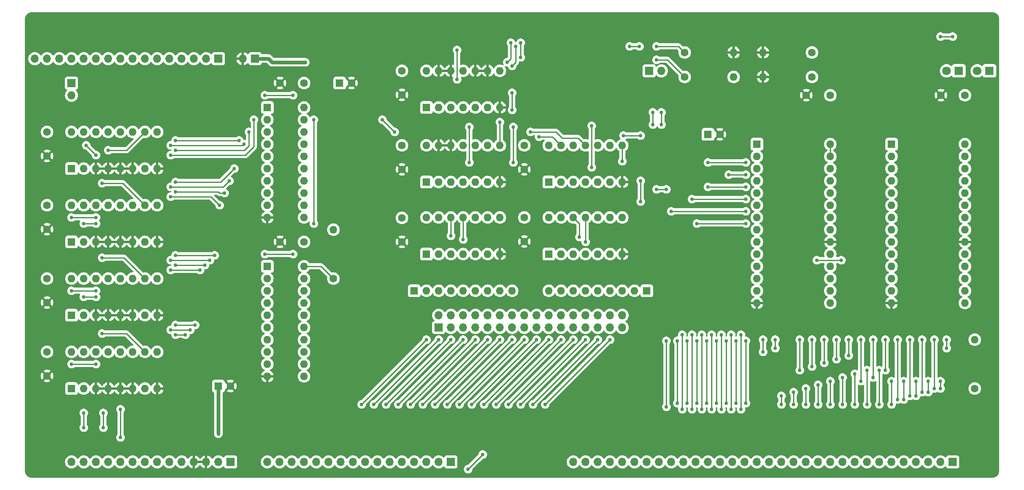
<source format=gbl>
G04 #@! TF.GenerationSoftware,KiCad,Pcbnew,(7.0.0)*
G04 #@! TF.CreationDate,2023-09-24T17:52:05-07:00*
G04 #@! TF.ProjectId,rom_counter,726f6d5f-636f-4756-9e74-65722e6b6963,rev?*
G04 #@! TF.SameCoordinates,Original*
G04 #@! TF.FileFunction,Copper,L2,Bot*
G04 #@! TF.FilePolarity,Positive*
%FSLAX46Y46*%
G04 Gerber Fmt 4.6, Leading zero omitted, Abs format (unit mm)*
G04 Created by KiCad (PCBNEW (7.0.0)) date 2023-09-24 17:52:05*
%MOMM*%
%LPD*%
G01*
G04 APERTURE LIST*
G04 #@! TA.AperFunction,ComponentPad*
%ADD10R,1.700000X1.700000*%
G04 #@! TD*
G04 #@! TA.AperFunction,ComponentPad*
%ADD11O,1.700000X1.700000*%
G04 #@! TD*
G04 #@! TA.AperFunction,ComponentPad*
%ADD12R,1.600000X1.600000*%
G04 #@! TD*
G04 #@! TA.AperFunction,ComponentPad*
%ADD13C,1.600000*%
G04 #@! TD*
G04 #@! TA.AperFunction,ComponentPad*
%ADD14O,1.600000X1.600000*%
G04 #@! TD*
G04 #@! TA.AperFunction,ComponentPad*
%ADD15R,1.800000X1.800000*%
G04 #@! TD*
G04 #@! TA.AperFunction,ComponentPad*
%ADD16C,1.800000*%
G04 #@! TD*
G04 #@! TA.AperFunction,ViaPad*
%ADD17C,0.762000*%
G04 #@! TD*
G04 #@! TA.AperFunction,Conductor*
%ADD18C,0.762000*%
G04 #@! TD*
G04 #@! TA.AperFunction,Conductor*
%ADD19C,0.254000*%
G04 #@! TD*
G04 APERTURE END LIST*
D10*
X91439999Y-60959999D03*
D11*
X88899999Y-60959999D03*
X86359999Y-60959999D03*
X83819999Y-60959999D03*
X81279999Y-60959999D03*
X78739999Y-60959999D03*
X76199999Y-60959999D03*
X73659999Y-60959999D03*
X71119999Y-60959999D03*
X68579999Y-60959999D03*
X66039999Y-60959999D03*
X63499999Y-60959999D03*
X60959999Y-60959999D03*
X58419999Y-60959999D03*
X55879999Y-60959999D03*
X53339999Y-60959999D03*
D10*
X139699999Y-144779999D03*
D11*
X137159999Y-144779999D03*
X134619999Y-144779999D03*
X132079999Y-144779999D03*
X129539999Y-144779999D03*
X126999999Y-144779999D03*
X124459999Y-144779999D03*
X121919999Y-144779999D03*
X119379999Y-144779999D03*
X116839999Y-144779999D03*
X114299999Y-144779999D03*
X111759999Y-144779999D03*
X109219999Y-144779999D03*
X106679999Y-144779999D03*
X104139999Y-144779999D03*
X101599999Y-144779999D03*
D12*
X116585999Y-66039999D03*
D13*
X119086000Y-66040000D03*
X104220000Y-99060000D03*
X109220000Y-99060000D03*
D12*
X180339999Y-109219999D03*
D14*
X177799999Y-109219999D03*
X175259999Y-109219999D03*
X172719999Y-109219999D03*
X170179999Y-109219999D03*
X167639999Y-109219999D03*
X165099999Y-109219999D03*
X162559999Y-109219999D03*
X160019999Y-109219999D03*
D13*
X248412000Y-129540000D03*
D14*
X248411999Y-119379999D03*
D10*
X137159999Y-116839999D03*
D11*
X137159999Y-114299999D03*
X139699999Y-116839999D03*
X139699999Y-114299999D03*
X142239999Y-116839999D03*
X142239999Y-114299999D03*
X144779999Y-116839999D03*
X144779999Y-114299999D03*
X147319999Y-116839999D03*
X147319999Y-114299999D03*
X149859999Y-116839999D03*
X149859999Y-114299999D03*
X152399999Y-116839999D03*
X152399999Y-114299999D03*
X154939999Y-116839999D03*
X154939999Y-114299999D03*
X157479999Y-116839999D03*
X157479999Y-114299999D03*
X160019999Y-116839999D03*
X160019999Y-114299999D03*
X162559999Y-116839999D03*
X162559999Y-114299999D03*
X165099999Y-116839999D03*
X165099999Y-114299999D03*
X167639999Y-116839999D03*
X167639999Y-114299999D03*
X170179999Y-116839999D03*
X170179999Y-114299999D03*
X172719999Y-116839999D03*
X172719999Y-114299999D03*
X175259999Y-116839999D03*
X175259999Y-114299999D03*
D12*
X203199999Y-78739999D03*
D14*
X203199999Y-81279999D03*
X203199999Y-83819999D03*
X203199999Y-86359999D03*
X203199999Y-88899999D03*
X203199999Y-91439999D03*
X203199999Y-93979999D03*
X203199999Y-96519999D03*
X203199999Y-99059999D03*
X203199999Y-101599999D03*
X203199999Y-104139999D03*
X203199999Y-106679999D03*
X203199999Y-109219999D03*
X203199999Y-111759999D03*
X218439999Y-111759999D03*
X218439999Y-109219999D03*
X218439999Y-106679999D03*
X218439999Y-104139999D03*
X218439999Y-101599999D03*
X218439999Y-99059999D03*
X218439999Y-96519999D03*
X218439999Y-93979999D03*
X218439999Y-91439999D03*
X218439999Y-88899999D03*
X218439999Y-86359999D03*
X218439999Y-83819999D03*
X218439999Y-81279999D03*
X218439999Y-78739999D03*
D13*
X55880000Y-81200000D03*
X55880000Y-76200000D03*
X55880000Y-126920000D03*
X55880000Y-121920000D03*
D10*
X180847999Y-63499999D03*
D11*
X183387999Y-63499999D03*
D12*
X160019999Y-86613999D03*
D14*
X162559999Y-86613999D03*
X165099999Y-86613999D03*
X167639999Y-86613999D03*
X170179999Y-86613999D03*
X172719999Y-86613999D03*
X175259999Y-86613999D03*
X175259999Y-78993999D03*
X172719999Y-78993999D03*
X170179999Y-78993999D03*
X167639999Y-78993999D03*
X165099999Y-78993999D03*
X162559999Y-78993999D03*
X160019999Y-78993999D03*
D12*
X134619999Y-86613999D03*
D14*
X137159999Y-86613999D03*
X139699999Y-86613999D03*
X142239999Y-86613999D03*
X144779999Y-86613999D03*
X147319999Y-86613999D03*
X149859999Y-86613999D03*
X149859999Y-78993999D03*
X147319999Y-78993999D03*
X144779999Y-78993999D03*
X142239999Y-78993999D03*
X139699999Y-78993999D03*
X137159999Y-78993999D03*
X134619999Y-78993999D03*
D13*
X154940000Y-83994000D03*
X154940000Y-78994000D03*
X55880000Y-96440000D03*
X55880000Y-91440000D03*
D12*
X101599999Y-104139999D03*
D14*
X101599999Y-106679999D03*
X101599999Y-109219999D03*
X101599999Y-111759999D03*
X101599999Y-114299999D03*
X101599999Y-116839999D03*
X101599999Y-119379999D03*
X101599999Y-121919999D03*
X101599999Y-124459999D03*
X101599999Y-126999999D03*
X109219999Y-126999999D03*
X109219999Y-124459999D03*
X109219999Y-121919999D03*
X109219999Y-119379999D03*
X109219999Y-116839999D03*
X109219999Y-114299999D03*
X109219999Y-111759999D03*
X109219999Y-109219999D03*
X109219999Y-106679999D03*
X109219999Y-104139999D03*
D13*
X104220000Y-66040000D03*
X109220000Y-66040000D03*
X213440000Y-68580000D03*
X218440000Y-68580000D03*
D15*
X245109999Y-63499999D03*
D16*
X242570000Y-63500000D03*
D13*
X115316000Y-106680000D03*
D14*
X115315999Y-96519999D03*
D12*
X160019999Y-101599999D03*
D14*
X162559999Y-101599999D03*
X165099999Y-101599999D03*
X167639999Y-101599999D03*
X170179999Y-101599999D03*
X172719999Y-101599999D03*
X175259999Y-101599999D03*
X175259999Y-93979999D03*
X172719999Y-93979999D03*
X170179999Y-93979999D03*
X167639999Y-93979999D03*
X165099999Y-93979999D03*
X162559999Y-93979999D03*
X160019999Y-93979999D03*
D13*
X129540000Y-68500000D03*
X129540000Y-63500000D03*
D12*
X91439999Y-129031999D03*
D13*
X93940000Y-129032000D03*
D15*
X251459999Y-63499999D03*
D16*
X248920000Y-63500000D03*
D13*
X214630000Y-64770000D03*
D14*
X204469999Y-64769999D03*
D13*
X154940000Y-98980000D03*
X154940000Y-93980000D03*
D10*
X60959999Y-66039999D03*
D11*
X60959999Y-68579999D03*
D12*
X134619999Y-71119999D03*
D14*
X137159999Y-71119999D03*
X139699999Y-71119999D03*
X142239999Y-71119999D03*
X144779999Y-71119999D03*
X147319999Y-71119999D03*
X149859999Y-71119999D03*
X149859999Y-63499999D03*
X147319999Y-63499999D03*
X144779999Y-63499999D03*
X142239999Y-63499999D03*
X139699999Y-63499999D03*
X137159999Y-63499999D03*
X134619999Y-63499999D03*
D13*
X188214000Y-64770000D03*
D14*
X198373999Y-64769999D03*
D12*
X60959999Y-129539999D03*
D14*
X63499999Y-129539999D03*
X66039999Y-129539999D03*
X68579999Y-129539999D03*
X71119999Y-129539999D03*
X73659999Y-129539999D03*
X76199999Y-129539999D03*
X78739999Y-129539999D03*
X78739999Y-121919999D03*
X76199999Y-121919999D03*
X73659999Y-121919999D03*
X71119999Y-121919999D03*
X68579999Y-121919999D03*
X66039999Y-121919999D03*
X63499999Y-121919999D03*
X60959999Y-121919999D03*
D12*
X60959999Y-83819999D03*
D14*
X63499999Y-83819999D03*
X66039999Y-83819999D03*
X68579999Y-83819999D03*
X71119999Y-83819999D03*
X73659999Y-83819999D03*
X76199999Y-83819999D03*
X78739999Y-83819999D03*
X78739999Y-76199999D03*
X76199999Y-76199999D03*
X73659999Y-76199999D03*
X71119999Y-76199999D03*
X68579999Y-76199999D03*
X66039999Y-76199999D03*
X63499999Y-76199999D03*
X60959999Y-76199999D03*
D12*
X101599999Y-71119999D03*
D14*
X101599999Y-73659999D03*
X101599999Y-76199999D03*
X101599999Y-78739999D03*
X101599999Y-81279999D03*
X101599999Y-83819999D03*
X101599999Y-86359999D03*
X101599999Y-88899999D03*
X101599999Y-91439999D03*
X101599999Y-93979999D03*
X109219999Y-93979999D03*
X109219999Y-91439999D03*
X109219999Y-88899999D03*
X109219999Y-86359999D03*
X109219999Y-83819999D03*
X109219999Y-81279999D03*
X109219999Y-78739999D03*
X109219999Y-76199999D03*
X109219999Y-73659999D03*
X109219999Y-71119999D03*
D12*
X60959999Y-99059999D03*
D14*
X63499999Y-99059999D03*
X66039999Y-99059999D03*
X68579999Y-99059999D03*
X71119999Y-99059999D03*
X73659999Y-99059999D03*
X76199999Y-99059999D03*
X78739999Y-99059999D03*
X78739999Y-91439999D03*
X76199999Y-91439999D03*
X73659999Y-91439999D03*
X71119999Y-91439999D03*
X68579999Y-91439999D03*
X66039999Y-91439999D03*
X63499999Y-91439999D03*
X60959999Y-91439999D03*
D13*
X188214000Y-59690000D03*
D14*
X198373999Y-59689999D03*
D12*
X60959999Y-114299999D03*
D14*
X63499999Y-114299999D03*
X66039999Y-114299999D03*
X68579999Y-114299999D03*
X71119999Y-114299999D03*
X73659999Y-114299999D03*
X76199999Y-114299999D03*
X78739999Y-114299999D03*
X78739999Y-106679999D03*
X76199999Y-106679999D03*
X73659999Y-106679999D03*
X71119999Y-106679999D03*
X68579999Y-106679999D03*
X66039999Y-106679999D03*
X63499999Y-106679999D03*
X60959999Y-106679999D03*
D13*
X129540000Y-78994000D03*
X129540000Y-83994000D03*
D12*
X193039999Y-76707999D03*
D13*
X195540000Y-76708000D03*
X129540000Y-94060000D03*
X129540000Y-99060000D03*
D10*
X99059999Y-60959999D03*
D11*
X96519999Y-60959999D03*
D13*
X214630000Y-59690000D03*
D14*
X204469999Y-59689999D03*
D12*
X134619999Y-101599999D03*
D14*
X137159999Y-101599999D03*
X139699999Y-101599999D03*
X142239999Y-101599999D03*
X144779999Y-101599999D03*
X147319999Y-101599999D03*
X149859999Y-101599999D03*
X149859999Y-93979999D03*
X147319999Y-93979999D03*
X144779999Y-93979999D03*
X142239999Y-93979999D03*
X139699999Y-93979999D03*
X137159999Y-93979999D03*
X134619999Y-93979999D03*
D10*
X243839999Y-144779999D03*
D11*
X241299999Y-144779999D03*
X238759999Y-144779999D03*
X236219999Y-144779999D03*
X233679999Y-144779999D03*
X231139999Y-144779999D03*
X228599999Y-144779999D03*
X226059999Y-144779999D03*
X223519999Y-144779999D03*
X220979999Y-144779999D03*
X218439999Y-144779999D03*
X215899999Y-144779999D03*
X213359999Y-144779999D03*
X210819999Y-144779999D03*
X208279999Y-144779999D03*
X205739999Y-144779999D03*
X203199999Y-144779999D03*
X200659999Y-144779999D03*
X198119999Y-144779999D03*
X195579999Y-144779999D03*
X193039999Y-144779999D03*
X190499999Y-144779999D03*
X187959999Y-144779999D03*
X185419999Y-144779999D03*
X182879999Y-144779999D03*
X180339999Y-144779999D03*
X177799999Y-144779999D03*
X175259999Y-144779999D03*
X172719999Y-144779999D03*
X170179999Y-144779999D03*
X167639999Y-144779999D03*
X165099999Y-144779999D03*
D12*
X132079999Y-109219999D03*
D14*
X134619999Y-109219999D03*
X137159999Y-109219999D03*
X139699999Y-109219999D03*
X142239999Y-109219999D03*
X144779999Y-109219999D03*
X147319999Y-109219999D03*
X149859999Y-109219999D03*
X152399999Y-109219999D03*
D10*
X93979999Y-144779999D03*
D11*
X91439999Y-144779999D03*
X88899999Y-144779999D03*
X86359999Y-144779999D03*
X83819999Y-144779999D03*
X81279999Y-144779999D03*
X78739999Y-144779999D03*
X76199999Y-144779999D03*
X73659999Y-144779999D03*
X71119999Y-144779999D03*
X68579999Y-144779999D03*
X66039999Y-144779999D03*
X63499999Y-144779999D03*
X60959999Y-144779999D03*
D13*
X55880000Y-111680000D03*
X55880000Y-106680000D03*
X241380000Y-68580000D03*
X246380000Y-68580000D03*
D12*
X231139999Y-78739999D03*
D14*
X231139999Y-81279999D03*
X231139999Y-83819999D03*
X231139999Y-86359999D03*
X231139999Y-88899999D03*
X231139999Y-91439999D03*
X231139999Y-93979999D03*
X231139999Y-96519999D03*
X231139999Y-99059999D03*
X231139999Y-101599999D03*
X231139999Y-104139999D03*
X231139999Y-106679999D03*
X231139999Y-109219999D03*
X231139999Y-111759999D03*
X246379999Y-111759999D03*
X246379999Y-109219999D03*
X246379999Y-106679999D03*
X246379999Y-104139999D03*
X246379999Y-101599999D03*
X246379999Y-99059999D03*
X246379999Y-96519999D03*
X246379999Y-93979999D03*
X246379999Y-91439999D03*
X246379999Y-88899999D03*
X246379999Y-86359999D03*
X246379999Y-83819999D03*
X246379999Y-81279999D03*
X246379999Y-78739999D03*
D17*
X101092000Y-101600000D03*
X107950000Y-61722000D03*
X66040000Y-124460000D03*
X109474000Y-61722000D03*
X91440000Y-138938000D03*
X66040000Y-93980000D03*
X66040000Y-109220000D03*
X101092000Y-68580000D03*
X106934000Y-68580000D03*
X60960000Y-124460000D03*
X91440000Y-137414000D03*
X106934000Y-101600000D03*
X60960000Y-109220000D03*
X68580000Y-80010000D03*
X60960000Y-93980000D03*
X207010000Y-121158000D03*
X207010000Y-119380000D03*
X241300000Y-128016000D03*
X241300000Y-129540000D03*
X238760000Y-128016000D03*
X204470000Y-119380000D03*
X204470000Y-121920000D03*
X238760000Y-130302000D03*
X222250000Y-119380000D03*
X236220000Y-131064000D03*
X222250000Y-122682000D03*
X236220000Y-128016000D03*
X233680000Y-131826000D03*
X233680000Y-128016000D03*
X219710000Y-123444000D03*
X219710000Y-119380000D03*
X217170000Y-119380000D03*
X231140000Y-132842000D03*
X217170000Y-124206000D03*
X231140000Y-128016000D03*
X214630000Y-124968500D03*
X214630000Y-119380000D03*
X228600000Y-125730000D03*
X228600000Y-132842000D03*
X226060000Y-125730000D03*
X212090000Y-125730000D03*
X212090000Y-119380000D03*
X226060000Y-132842000D03*
X223520000Y-132842000D03*
X229870000Y-119380000D03*
X229870000Y-125730000D03*
X223520000Y-126492000D03*
X220980000Y-132842000D03*
X227330000Y-127254000D03*
X227330000Y-119380000D03*
X220980000Y-127254000D03*
X224790000Y-119380000D03*
X218440000Y-128016000D03*
X218440000Y-132842000D03*
X224790000Y-128016000D03*
X215900000Y-132842000D03*
X215900000Y-128778000D03*
X242570000Y-119380000D03*
X242570000Y-121158000D03*
X213360000Y-129540000D03*
X240030000Y-129540000D03*
X213360000Y-132842000D03*
X240030000Y-119380000D03*
X237490000Y-130301500D03*
X237490000Y-119380000D03*
X210820000Y-130302000D03*
X210820000Y-132842000D03*
X208280000Y-131064000D03*
X234950000Y-131064000D03*
X208280000Y-132842000D03*
X234950000Y-119380000D03*
X232410000Y-131826000D03*
X232410000Y-119380000D03*
X200914000Y-132588000D03*
X215646000Y-102870000D03*
X220726000Y-102870000D03*
X200914000Y-119634000D03*
X199898000Y-118364000D03*
X199898000Y-133858000D03*
X198882000Y-132588000D03*
X198882000Y-119634000D03*
X197866000Y-118364000D03*
X197866000Y-133858000D03*
X196850000Y-119634000D03*
X196850000Y-132588000D03*
X195834000Y-133858000D03*
X195834000Y-118364000D03*
X194818000Y-132588000D03*
X194818000Y-119634000D03*
X193802000Y-118364000D03*
X193802000Y-133858000D03*
X197358000Y-85090000D03*
X200914000Y-85090000D03*
X192786000Y-119634000D03*
X192786000Y-132588000D03*
X191770000Y-118364000D03*
X191770000Y-133858000D03*
X193040000Y-87630000D03*
X200914000Y-87630000D03*
X190754000Y-132588000D03*
X200914000Y-95250000D03*
X190754000Y-119634000D03*
X190754000Y-95250000D03*
X200914000Y-90170000D03*
X189738000Y-118364000D03*
X189738000Y-133858000D03*
X189738000Y-90170000D03*
X188722000Y-132588000D03*
X188722000Y-119634000D03*
X200914000Y-82550000D03*
X187706000Y-118364000D03*
X187706500Y-133858000D03*
X193040000Y-82550000D03*
X186690000Y-132588000D03*
X186690000Y-119634000D03*
X152146000Y-57658000D03*
X151384000Y-61722000D03*
X149860000Y-74168000D03*
X241300000Y-56388000D03*
X183388000Y-72136000D03*
X243840000Y-56388000D03*
X183388000Y-74676000D03*
X172720000Y-119380000D03*
X159258000Y-132842000D03*
X156718000Y-132842000D03*
X170180000Y-119380000D03*
X146304000Y-143256000D03*
X143256000Y-146304000D03*
X154178000Y-132842000D03*
X167640000Y-119380000D03*
X165100000Y-119380000D03*
X151638000Y-132842000D03*
X149098000Y-132842000D03*
X162560000Y-119380000D03*
X146558000Y-132842000D03*
X160020000Y-119380000D03*
X157480000Y-119380000D03*
X144018000Y-132842000D03*
X141478000Y-132842000D03*
X154940000Y-119380000D03*
X138938000Y-132842000D03*
X152400000Y-119380000D03*
X149860000Y-119380000D03*
X136398000Y-132842000D03*
X133858000Y-132842000D03*
X147320000Y-119380000D03*
X131318000Y-132842000D03*
X144780000Y-119380000D03*
X128778000Y-132842000D03*
X142240000Y-119380000D03*
X139700000Y-119380000D03*
X126238000Y-132842000D03*
X137160000Y-119380000D03*
X123698000Y-132842000D03*
X121158000Y-132842000D03*
X134620000Y-119380000D03*
X63500000Y-134620000D03*
X63500000Y-137668000D03*
X67564000Y-134620000D03*
X67564000Y-137668000D03*
X168910000Y-83566000D03*
X168910000Y-74930000D03*
X142240000Y-98552000D03*
X139700000Y-97790000D03*
X167640000Y-99060000D03*
X166370000Y-98044000D03*
X98806000Y-73660000D03*
X81534000Y-81026000D03*
X82550000Y-80010000D03*
X97790000Y-76200000D03*
X81534000Y-78994000D03*
X96774000Y-78740000D03*
X82550000Y-77978000D03*
X95758000Y-77978000D03*
X82550000Y-86614000D03*
X94742000Y-83820000D03*
X81534000Y-87630000D03*
X93726000Y-86360000D03*
X92710000Y-88900000D03*
X82550000Y-88646000D03*
X91694000Y-91440000D03*
X81534000Y-89662000D03*
X82550000Y-101854000D03*
X90678000Y-101854000D03*
X89662000Y-102870000D03*
X81534000Y-102870000D03*
X88646000Y-103886000D03*
X82550000Y-103886000D03*
X81534000Y-104902000D03*
X87630000Y-104902000D03*
X82550000Y-116332000D03*
X86614000Y-116332000D03*
X81534000Y-117348000D03*
X85598000Y-117348000D03*
X84582000Y-118364000D03*
X82550000Y-118364000D03*
X140970000Y-59182000D03*
X140970000Y-65278000D03*
X71120000Y-139700000D03*
X71120000Y-133858000D03*
X154178000Y-57658000D03*
X182372000Y-61214000D03*
X154178000Y-60706000D03*
X181610000Y-72136000D03*
X181610000Y-74676000D03*
X184404000Y-88138000D03*
X182372000Y-88138000D03*
X200914000Y-92710000D03*
X185420000Y-92710000D03*
X143510000Y-82550000D03*
X143510000Y-75184000D03*
X152400000Y-68072000D03*
X176784000Y-58420000D03*
X152400000Y-62484000D03*
X182372000Y-58420000D03*
X152400000Y-71628000D03*
X157988000Y-77216000D03*
X153162000Y-58420000D03*
X178816000Y-58420000D03*
X156210000Y-76200000D03*
X111252000Y-73660000D03*
X128016000Y-76200000D03*
X111252000Y-95250000D03*
X125476000Y-73660000D03*
X67310000Y-86868000D03*
X66040000Y-81026000D03*
X64008000Y-78994000D03*
X63500000Y-95250000D03*
X67310000Y-102362000D03*
X66040000Y-95250000D03*
X63500000Y-110490000D03*
X67310000Y-118110000D03*
X66040000Y-110490000D03*
X179070000Y-76962000D03*
X175514000Y-76962000D03*
X184404000Y-119634000D03*
X179070000Y-90678000D03*
X179070000Y-86360000D03*
X184404000Y-133350000D03*
X152654000Y-75184000D03*
X152654000Y-82550000D03*
X175260000Y-82296000D03*
D18*
X102616000Y-61722000D02*
X107950000Y-61722000D01*
X91440000Y-138938000D02*
X91440000Y-129032000D01*
D19*
X218440000Y-81265000D02*
X218440000Y-78725000D01*
D18*
X101854000Y-60960000D02*
X102616000Y-61722000D01*
D19*
X101092000Y-68580000D02*
X106934000Y-68580000D01*
X109220000Y-104140000D02*
X112776000Y-104140000D01*
X66040000Y-93980000D02*
X60960000Y-93980000D01*
D18*
X99060000Y-60960000D02*
X101854000Y-60960000D01*
D19*
X112776000Y-104140000D02*
X115316000Y-106680000D01*
X66040000Y-109220000D02*
X60960000Y-109220000D01*
D18*
X107950000Y-61722000D02*
X109474000Y-61722000D01*
D19*
X72390000Y-80010000D02*
X76200000Y-76200000D01*
X101092000Y-101600000D02*
X106934000Y-101600000D01*
X68580000Y-80010000D02*
X72390000Y-80010000D01*
X66040000Y-124460000D02*
X60960000Y-124460000D01*
X241300000Y-129540000D02*
X241300000Y-128016000D01*
X207010000Y-121158000D02*
X207010000Y-119380000D01*
X204470000Y-121920000D02*
X204470000Y-119380000D01*
X238760000Y-130302000D02*
X238760000Y-128016000D01*
X236220000Y-131064000D02*
X236220000Y-128016000D01*
X222250000Y-122682000D02*
X222250000Y-119380000D01*
X233680000Y-131826000D02*
X233680000Y-128016000D01*
X219710000Y-123444000D02*
X219710000Y-119380000D01*
X217170000Y-124206000D02*
X217170000Y-119380000D01*
X231140000Y-132842000D02*
X231140000Y-128016000D01*
X228600000Y-132842000D02*
X228600000Y-125730000D01*
X214630000Y-124968500D02*
X214630000Y-119380000D01*
X212090000Y-125730000D02*
X212090000Y-119380000D01*
X226060000Y-132842000D02*
X226060000Y-125730000D01*
X229870000Y-125730000D02*
X229870000Y-119380000D01*
X223520000Y-132842000D02*
X223520000Y-126492000D01*
X220980000Y-132842000D02*
X220980000Y-127254000D01*
X227330000Y-127254000D02*
X227330000Y-119380000D01*
X224790000Y-128016000D02*
X224790000Y-119380000D01*
X218440000Y-132842000D02*
X218440000Y-128016000D01*
X215900000Y-132842000D02*
X215900000Y-128778000D01*
X242570000Y-119380000D02*
X242570000Y-121158000D01*
X240030000Y-129540000D02*
X240030000Y-119380000D01*
X213360000Y-132842000D02*
X213360000Y-129540000D01*
X237490000Y-130301500D02*
X237490000Y-119380000D01*
X210820000Y-132842000D02*
X210820000Y-130302000D01*
X234950000Y-131064000D02*
X234950000Y-119380000D01*
X208280000Y-132842000D02*
X208280000Y-131064000D01*
X232410000Y-131826000D02*
X232410000Y-119380000D01*
X215646000Y-102870000D02*
X220726000Y-102870000D01*
X200914000Y-132588000D02*
X200914000Y-119634000D01*
X199898000Y-133858000D02*
X199898000Y-118364000D01*
X198882000Y-132588000D02*
X198882000Y-119634000D01*
X197866000Y-133858000D02*
X197866000Y-118364000D01*
X196850000Y-132588000D02*
X196850000Y-119634000D01*
X195834000Y-133858000D02*
X195834000Y-118364000D01*
X194818000Y-132588000D02*
X194818000Y-119634000D01*
X193802000Y-133858000D02*
X193802000Y-118364000D01*
X192786000Y-132588000D02*
X192786000Y-119634000D01*
X197358000Y-85090000D02*
X200914000Y-85090000D01*
X191770000Y-133858000D02*
X191770000Y-118364000D01*
X193040000Y-87630000D02*
X200914000Y-87630000D01*
X190754000Y-132588000D02*
X190754000Y-119634000D01*
X190754000Y-95250000D02*
X200914000Y-95250000D01*
X189738000Y-90170000D02*
X200914000Y-90170000D01*
X189738000Y-133858000D02*
X189738000Y-118364000D01*
X188722000Y-132588000D02*
X188722000Y-119634000D01*
X193040000Y-82550000D02*
X200914000Y-82550000D01*
X187706500Y-133858000D02*
X187706000Y-133857500D01*
X187706000Y-133857500D02*
X187706000Y-118364000D01*
X186690000Y-132588000D02*
X186690000Y-119634000D01*
X152146000Y-60960000D02*
X151384000Y-61722000D01*
X152146000Y-57658000D02*
X152146000Y-60960000D01*
X149860000Y-78994000D02*
X149860000Y-74168000D01*
X183388000Y-74676000D02*
X183388000Y-72136000D01*
X241300000Y-56388000D02*
X243840000Y-56388000D01*
X159258000Y-132842000D02*
X172720000Y-119380000D01*
X143256000Y-146304000D02*
X146304000Y-143256000D01*
X156718000Y-132842000D02*
X170180000Y-119380000D01*
X167640000Y-119380000D02*
X154178000Y-132842000D01*
X165100000Y-119380000D02*
X151638000Y-132842000D01*
X162560000Y-119380000D02*
X149098000Y-132842000D01*
X160020000Y-119380000D02*
X146558000Y-132842000D01*
X157480000Y-119380000D02*
X144018000Y-132842000D01*
X154940000Y-119380000D02*
X141478000Y-132842000D01*
X138938000Y-132842000D02*
X152400000Y-119380000D01*
X149860000Y-119380000D02*
X136398000Y-132842000D01*
X147320000Y-119380000D02*
X133858000Y-132842000D01*
X144780000Y-119380000D02*
X131318000Y-132842000D01*
X142240000Y-119380000D02*
X128778000Y-132842000D01*
X139700000Y-119380000D02*
X126238000Y-132842000D01*
X137160000Y-119380000D02*
X123698000Y-132842000D01*
X134620000Y-119380000D02*
X121158000Y-132842000D01*
X63500000Y-137668000D02*
X63500000Y-134620000D01*
X67564000Y-137668000D02*
X67564000Y-134620000D01*
X168910000Y-74930000D02*
X168910000Y-83566000D01*
X142240000Y-93980000D02*
X142240000Y-98552000D01*
X139700000Y-93980000D02*
X139700000Y-97790000D01*
X167640000Y-93980000D02*
X167640000Y-99060000D01*
X166370000Y-95250000D02*
X166370000Y-98044000D01*
X165100000Y-93980000D02*
X166370000Y-95250000D01*
X98806000Y-79248000D02*
X97028000Y-81026000D01*
X97028000Y-81026000D02*
X81534000Y-81026000D01*
X98806000Y-73660000D02*
X98806000Y-79248000D01*
X97790000Y-76200000D02*
X97790000Y-79055631D01*
X96835631Y-80010000D02*
X82550000Y-80010000D01*
X97790000Y-79055631D02*
X96835631Y-80010000D01*
X96774000Y-78740000D02*
X96520000Y-78994000D01*
X96520000Y-78994000D02*
X81534000Y-78994000D01*
X95758000Y-77978000D02*
X82550000Y-77978000D01*
X94742000Y-83820000D02*
X91948000Y-86614000D01*
X91948000Y-86614000D02*
X82550000Y-86614000D01*
X92456000Y-87630000D02*
X93726000Y-86360000D01*
X81534000Y-87630000D02*
X92456000Y-87630000D01*
X92710000Y-88900000D02*
X91694000Y-88900000D01*
X91694000Y-88900000D02*
X91440000Y-88646000D01*
X91440000Y-88646000D02*
X82550000Y-88646000D01*
X89916000Y-89662000D02*
X91694000Y-91440000D01*
X81534000Y-89662000D02*
X89916000Y-89662000D01*
X82550000Y-101854000D02*
X90678000Y-101854000D01*
X81534000Y-102870000D02*
X89662000Y-102870000D01*
X82550000Y-103886000D02*
X88646000Y-103886000D01*
X81534000Y-104902000D02*
X87630000Y-104902000D01*
X82550000Y-116332000D02*
X86614000Y-116332000D01*
X81534000Y-117348000D02*
X85598000Y-117348000D01*
X82550000Y-118364000D02*
X84582000Y-118364000D01*
X71120000Y-139700000D02*
X71120000Y-133858000D01*
X140970000Y-59182000D02*
X140970000Y-65278000D01*
X154178000Y-60706000D02*
X154178000Y-57658000D01*
X182372000Y-61214000D02*
X184658000Y-61214000D01*
X184658000Y-61214000D02*
X188214000Y-64770000D01*
X181610000Y-72136000D02*
X181610000Y-74676000D01*
X182372000Y-88138000D02*
X184404000Y-88138000D01*
X185420000Y-92710000D02*
X200914000Y-92710000D01*
X143510000Y-82550000D02*
X143510000Y-75184000D01*
X152400000Y-62484000D02*
X153162000Y-61722000D01*
X153162000Y-61722000D02*
X153162000Y-58420000D01*
X176784000Y-58420000D02*
X178816000Y-58420000D01*
X186944000Y-58420000D02*
X188214000Y-59690000D01*
X160782000Y-77216000D02*
X162560000Y-78994000D01*
X152400000Y-68072000D02*
X152400000Y-71628000D01*
X182372000Y-58420000D02*
X186944000Y-58420000D01*
X157988000Y-77216000D02*
X160782000Y-77216000D01*
X156210000Y-76200000D02*
X161544000Y-76200000D01*
X166116000Y-77470000D02*
X167640000Y-78994000D01*
X111252000Y-73660000D02*
X111252000Y-95250000D01*
X161544000Y-76200000D02*
X162814000Y-77470000D01*
X125476000Y-73660000D02*
X128016000Y-76200000D01*
X162814000Y-77470000D02*
X166116000Y-77470000D01*
X66040000Y-81026000D02*
X64008000Y-78994000D01*
X76200000Y-91440000D02*
X71628000Y-86868000D01*
X71628000Y-86868000D02*
X67310000Y-86868000D01*
X71882000Y-102362000D02*
X67310000Y-102362000D01*
X76200000Y-106680000D02*
X71882000Y-102362000D01*
X66040000Y-95250000D02*
X63500000Y-95250000D01*
X76200000Y-121920000D02*
X72390000Y-118110000D01*
X72390000Y-118110000D02*
X67310000Y-118110000D01*
X66040000Y-110490000D02*
X63500000Y-110490000D01*
X175514000Y-76962000D02*
X179070000Y-76962000D01*
X179070000Y-90678000D02*
X179070000Y-86360000D01*
X184404000Y-133350000D02*
X184404000Y-119634000D01*
X152654000Y-75184000D02*
X152654000Y-82550000D01*
X175260000Y-82296000D02*
X175260000Y-78994000D01*
G04 #@! TA.AperFunction,Conductor*
G36*
X252099853Y-51308881D02*
G01*
X252303734Y-51324927D01*
X252322950Y-51327971D01*
X252517062Y-51374574D01*
X252535552Y-51380582D01*
X252719987Y-51456976D01*
X252737312Y-51465804D01*
X252907524Y-51570110D01*
X252923260Y-51581544D01*
X253075053Y-51711187D01*
X253088812Y-51724946D01*
X253218455Y-51876739D01*
X253229890Y-51892477D01*
X253334192Y-52062681D01*
X253343026Y-52080019D01*
X253419414Y-52264438D01*
X253425427Y-52282943D01*
X253472028Y-52477050D01*
X253475072Y-52496268D01*
X253491118Y-52700146D01*
X253491500Y-52709875D01*
X253491500Y-146680125D01*
X253491118Y-146689854D01*
X253475072Y-146893731D01*
X253472028Y-146912949D01*
X253425427Y-147107056D01*
X253419414Y-147125561D01*
X253343026Y-147309980D01*
X253334192Y-147327318D01*
X253229892Y-147497519D01*
X253218455Y-147513260D01*
X253088812Y-147665053D01*
X253075053Y-147678812D01*
X252923260Y-147808455D01*
X252907519Y-147819892D01*
X252737318Y-147924192D01*
X252719980Y-147933026D01*
X252535561Y-148009414D01*
X252517056Y-148015427D01*
X252322949Y-148062028D01*
X252303731Y-148065072D01*
X252099854Y-148081118D01*
X252090125Y-148081500D01*
X52709875Y-148081500D01*
X52700146Y-148081118D01*
X52496268Y-148065072D01*
X52477050Y-148062028D01*
X52282943Y-148015427D01*
X52264438Y-148009414D01*
X52080019Y-147933026D01*
X52062681Y-147924192D01*
X51892480Y-147819892D01*
X51876739Y-147808455D01*
X51724946Y-147678812D01*
X51711187Y-147665053D01*
X51581544Y-147513260D01*
X51570110Y-147497524D01*
X51465804Y-147327312D01*
X51456976Y-147309987D01*
X51380582Y-147125552D01*
X51374574Y-147107062D01*
X51327971Y-146912949D01*
X51324927Y-146893731D01*
X51308882Y-146689854D01*
X51308500Y-146680125D01*
X51308500Y-146304000D01*
X142369644Y-146304000D01*
X142389013Y-146488284D01*
X142446274Y-146664513D01*
X142449521Y-146670138D01*
X142449523Y-146670141D01*
X142535674Y-146819360D01*
X142538923Y-146824987D01*
X142662912Y-146962691D01*
X142812822Y-147071607D01*
X142818757Y-147074249D01*
X142818758Y-147074250D01*
X142913747Y-147116542D01*
X142982101Y-147146975D01*
X143163351Y-147185500D01*
X143342145Y-147185500D01*
X143348649Y-147185500D01*
X143529899Y-147146975D01*
X143699178Y-147071607D01*
X143849088Y-146962691D01*
X143973077Y-146824987D01*
X144065726Y-146664513D01*
X144122987Y-146488284D01*
X144137641Y-146348854D01*
X144149041Y-146308434D01*
X144173278Y-146274139D01*
X145667418Y-144780000D01*
X163744341Y-144780000D01*
X163764937Y-145015408D01*
X163766336Y-145020630D01*
X163766337Y-145020634D01*
X163824694Y-145238430D01*
X163824697Y-145238438D01*
X163826097Y-145243663D01*
X163828385Y-145248570D01*
X163828386Y-145248572D01*
X163923678Y-145452927D01*
X163923681Y-145452933D01*
X163925965Y-145457830D01*
X163929064Y-145462257D01*
X163929066Y-145462259D01*
X164058399Y-145646966D01*
X164058402Y-145646970D01*
X164061505Y-145651401D01*
X164228599Y-145818495D01*
X164233031Y-145821598D01*
X164233033Y-145821600D01*
X164377260Y-145922589D01*
X164422170Y-145954035D01*
X164636337Y-146053903D01*
X164864592Y-146115063D01*
X165100000Y-146135659D01*
X165335408Y-146115063D01*
X165563663Y-146053903D01*
X165777830Y-145954035D01*
X165971401Y-145818495D01*
X166138495Y-145651401D01*
X166268424Y-145465842D01*
X166312743Y-145426976D01*
X166370000Y-145412965D01*
X166427257Y-145426976D01*
X166471575Y-145465842D01*
X166598395Y-145646961D01*
X166598401Y-145646968D01*
X166601505Y-145651401D01*
X166768599Y-145818495D01*
X166773031Y-145821598D01*
X166773033Y-145821600D01*
X166917260Y-145922589D01*
X166962170Y-145954035D01*
X167176337Y-146053903D01*
X167404592Y-146115063D01*
X167640000Y-146135659D01*
X167875408Y-146115063D01*
X168103663Y-146053903D01*
X168317830Y-145954035D01*
X168511401Y-145818495D01*
X168678495Y-145651401D01*
X168808424Y-145465842D01*
X168852743Y-145426976D01*
X168910000Y-145412965D01*
X168967257Y-145426976D01*
X169011575Y-145465842D01*
X169138395Y-145646961D01*
X169138401Y-145646968D01*
X169141505Y-145651401D01*
X169308599Y-145818495D01*
X169313031Y-145821598D01*
X169313033Y-145821600D01*
X169457260Y-145922589D01*
X169502170Y-145954035D01*
X169716337Y-146053903D01*
X169944592Y-146115063D01*
X170180000Y-146135659D01*
X170415408Y-146115063D01*
X170643663Y-146053903D01*
X170857830Y-145954035D01*
X171051401Y-145818495D01*
X171218495Y-145651401D01*
X171348424Y-145465842D01*
X171392743Y-145426976D01*
X171450000Y-145412965D01*
X171507257Y-145426976D01*
X171551575Y-145465842D01*
X171678395Y-145646961D01*
X171678401Y-145646968D01*
X171681505Y-145651401D01*
X171848599Y-145818495D01*
X171853031Y-145821598D01*
X171853033Y-145821600D01*
X171997260Y-145922589D01*
X172042170Y-145954035D01*
X172256337Y-146053903D01*
X172484592Y-146115063D01*
X172720000Y-146135659D01*
X172955408Y-146115063D01*
X173183663Y-146053903D01*
X173397830Y-145954035D01*
X173591401Y-145818495D01*
X173758495Y-145651401D01*
X173888424Y-145465842D01*
X173932743Y-145426976D01*
X173990000Y-145412965D01*
X174047257Y-145426976D01*
X174091575Y-145465842D01*
X174218395Y-145646961D01*
X174218401Y-145646968D01*
X174221505Y-145651401D01*
X174388599Y-145818495D01*
X174393031Y-145821598D01*
X174393033Y-145821600D01*
X174537260Y-145922589D01*
X174582170Y-145954035D01*
X174796337Y-146053903D01*
X175024592Y-146115063D01*
X175260000Y-146135659D01*
X175495408Y-146115063D01*
X175723663Y-146053903D01*
X175937830Y-145954035D01*
X176131401Y-145818495D01*
X176298495Y-145651401D01*
X176428424Y-145465842D01*
X176472743Y-145426976D01*
X176530000Y-145412965D01*
X176587257Y-145426976D01*
X176631575Y-145465842D01*
X176758395Y-145646961D01*
X176758401Y-145646968D01*
X176761505Y-145651401D01*
X176928599Y-145818495D01*
X176933031Y-145821598D01*
X176933033Y-145821600D01*
X177077260Y-145922589D01*
X177122170Y-145954035D01*
X177336337Y-146053903D01*
X177564592Y-146115063D01*
X177800000Y-146135659D01*
X178035408Y-146115063D01*
X178263663Y-146053903D01*
X178477830Y-145954035D01*
X178671401Y-145818495D01*
X178838495Y-145651401D01*
X178968424Y-145465842D01*
X179012743Y-145426976D01*
X179070000Y-145412965D01*
X179127257Y-145426976D01*
X179171575Y-145465842D01*
X179298395Y-145646961D01*
X179298401Y-145646968D01*
X179301505Y-145651401D01*
X179468599Y-145818495D01*
X179473031Y-145821598D01*
X179473033Y-145821600D01*
X179617260Y-145922589D01*
X179662170Y-145954035D01*
X179876337Y-146053903D01*
X180104592Y-146115063D01*
X180340000Y-146135659D01*
X180575408Y-146115063D01*
X180803663Y-146053903D01*
X181017830Y-145954035D01*
X181211401Y-145818495D01*
X181378495Y-145651401D01*
X181508424Y-145465842D01*
X181552743Y-145426976D01*
X181610000Y-145412965D01*
X181667257Y-145426976D01*
X181711575Y-145465842D01*
X181838395Y-145646961D01*
X181838401Y-145646968D01*
X181841505Y-145651401D01*
X182008599Y-145818495D01*
X182013031Y-145821598D01*
X182013033Y-145821600D01*
X182157260Y-145922589D01*
X182202170Y-145954035D01*
X182416337Y-146053903D01*
X182644592Y-146115063D01*
X182880000Y-146135659D01*
X183115408Y-146115063D01*
X183343663Y-146053903D01*
X183557830Y-145954035D01*
X183751401Y-145818495D01*
X183918495Y-145651401D01*
X184048424Y-145465842D01*
X184092743Y-145426976D01*
X184150000Y-145412965D01*
X184207257Y-145426976D01*
X184251575Y-145465842D01*
X184378395Y-145646961D01*
X184378401Y-145646968D01*
X184381505Y-145651401D01*
X184548599Y-145818495D01*
X184553031Y-145821598D01*
X184553033Y-145821600D01*
X184697260Y-145922589D01*
X184742170Y-145954035D01*
X184956337Y-146053903D01*
X185184592Y-146115063D01*
X185420000Y-146135659D01*
X185655408Y-146115063D01*
X185883663Y-146053903D01*
X186097830Y-145954035D01*
X186291401Y-145818495D01*
X186458495Y-145651401D01*
X186588424Y-145465842D01*
X186632743Y-145426976D01*
X186690000Y-145412965D01*
X186747257Y-145426976D01*
X186791575Y-145465842D01*
X186918395Y-145646961D01*
X186918401Y-145646968D01*
X186921505Y-145651401D01*
X187088599Y-145818495D01*
X187093031Y-145821598D01*
X187093033Y-145821600D01*
X187237260Y-145922589D01*
X187282170Y-145954035D01*
X187496337Y-146053903D01*
X187724592Y-146115063D01*
X187960000Y-146135659D01*
X188195408Y-146115063D01*
X188423663Y-146053903D01*
X188637830Y-145954035D01*
X188831401Y-145818495D01*
X188998495Y-145651401D01*
X189128424Y-145465842D01*
X189172743Y-145426976D01*
X189230000Y-145412965D01*
X189287257Y-145426976D01*
X189331575Y-145465842D01*
X189458395Y-145646961D01*
X189458401Y-145646968D01*
X189461505Y-145651401D01*
X189628599Y-145818495D01*
X189633031Y-145821598D01*
X189633033Y-145821600D01*
X189777260Y-145922589D01*
X189822170Y-145954035D01*
X190036337Y-146053903D01*
X190264592Y-146115063D01*
X190500000Y-146135659D01*
X190735408Y-146115063D01*
X190963663Y-146053903D01*
X191177830Y-145954035D01*
X191371401Y-145818495D01*
X191538495Y-145651401D01*
X191668424Y-145465842D01*
X191712743Y-145426976D01*
X191770000Y-145412965D01*
X191827257Y-145426976D01*
X191871575Y-145465842D01*
X191998395Y-145646961D01*
X191998401Y-145646968D01*
X192001505Y-145651401D01*
X192168599Y-145818495D01*
X192173031Y-145821598D01*
X192173033Y-145821600D01*
X192317260Y-145922589D01*
X192362170Y-145954035D01*
X192576337Y-146053903D01*
X192804592Y-146115063D01*
X193040000Y-146135659D01*
X193275408Y-146115063D01*
X193503663Y-146053903D01*
X193717830Y-145954035D01*
X193911401Y-145818495D01*
X194078495Y-145651401D01*
X194208424Y-145465842D01*
X194252743Y-145426976D01*
X194310000Y-145412965D01*
X194367257Y-145426976D01*
X194411575Y-145465842D01*
X194538395Y-145646961D01*
X194538401Y-145646968D01*
X194541505Y-145651401D01*
X194708599Y-145818495D01*
X194713031Y-145821598D01*
X194713033Y-145821600D01*
X194857260Y-145922589D01*
X194902170Y-145954035D01*
X195116337Y-146053903D01*
X195344592Y-146115063D01*
X195580000Y-146135659D01*
X195815408Y-146115063D01*
X196043663Y-146053903D01*
X196257830Y-145954035D01*
X196451401Y-145818495D01*
X196618495Y-145651401D01*
X196748424Y-145465842D01*
X196792743Y-145426976D01*
X196850000Y-145412965D01*
X196907257Y-145426976D01*
X196951575Y-145465842D01*
X197078395Y-145646961D01*
X197078401Y-145646968D01*
X197081505Y-145651401D01*
X197248599Y-145818495D01*
X197253031Y-145821598D01*
X197253033Y-145821600D01*
X197397260Y-145922589D01*
X197442170Y-145954035D01*
X197656337Y-146053903D01*
X197884592Y-146115063D01*
X198120000Y-146135659D01*
X198355408Y-146115063D01*
X198583663Y-146053903D01*
X198797830Y-145954035D01*
X198991401Y-145818495D01*
X199158495Y-145651401D01*
X199288424Y-145465842D01*
X199332743Y-145426976D01*
X199390000Y-145412965D01*
X199447257Y-145426976D01*
X199491575Y-145465842D01*
X199618395Y-145646961D01*
X199618401Y-145646968D01*
X199621505Y-145651401D01*
X199788599Y-145818495D01*
X199793031Y-145821598D01*
X199793033Y-145821600D01*
X199937260Y-145922589D01*
X199982170Y-145954035D01*
X200196337Y-146053903D01*
X200424592Y-146115063D01*
X200660000Y-146135659D01*
X200895408Y-146115063D01*
X201123663Y-146053903D01*
X201337830Y-145954035D01*
X201531401Y-145818495D01*
X201698495Y-145651401D01*
X201828424Y-145465842D01*
X201872743Y-145426976D01*
X201930000Y-145412965D01*
X201987257Y-145426976D01*
X202031575Y-145465842D01*
X202158395Y-145646961D01*
X202158401Y-145646968D01*
X202161505Y-145651401D01*
X202328599Y-145818495D01*
X202333031Y-145821598D01*
X202333033Y-145821600D01*
X202477260Y-145922589D01*
X202522170Y-145954035D01*
X202736337Y-146053903D01*
X202964592Y-146115063D01*
X203200000Y-146135659D01*
X203435408Y-146115063D01*
X203663663Y-146053903D01*
X203877830Y-145954035D01*
X204071401Y-145818495D01*
X204238495Y-145651401D01*
X204368424Y-145465842D01*
X204412743Y-145426976D01*
X204470000Y-145412965D01*
X204527257Y-145426976D01*
X204571575Y-145465842D01*
X204698395Y-145646961D01*
X204698401Y-145646968D01*
X204701505Y-145651401D01*
X204868599Y-145818495D01*
X204873031Y-145821598D01*
X204873033Y-145821600D01*
X205017260Y-145922589D01*
X205062170Y-145954035D01*
X205276337Y-146053903D01*
X205504592Y-146115063D01*
X205740000Y-146135659D01*
X205975408Y-146115063D01*
X206203663Y-146053903D01*
X206417830Y-145954035D01*
X206611401Y-145818495D01*
X206778495Y-145651401D01*
X206908424Y-145465842D01*
X206952743Y-145426976D01*
X207010000Y-145412965D01*
X207067257Y-145426976D01*
X207111575Y-145465842D01*
X207238395Y-145646961D01*
X207238401Y-145646968D01*
X207241505Y-145651401D01*
X207408599Y-145818495D01*
X207413031Y-145821598D01*
X207413033Y-145821600D01*
X207557260Y-145922589D01*
X207602170Y-145954035D01*
X207816337Y-146053903D01*
X208044592Y-146115063D01*
X208280000Y-146135659D01*
X208515408Y-146115063D01*
X208743663Y-146053903D01*
X208957830Y-145954035D01*
X209151401Y-145818495D01*
X209318495Y-145651401D01*
X209448424Y-145465842D01*
X209492743Y-145426976D01*
X209550000Y-145412965D01*
X209607257Y-145426976D01*
X209651575Y-145465842D01*
X209778395Y-145646961D01*
X209778401Y-145646968D01*
X209781505Y-145651401D01*
X209948599Y-145818495D01*
X209953031Y-145821598D01*
X209953033Y-145821600D01*
X210097260Y-145922589D01*
X210142170Y-145954035D01*
X210356337Y-146053903D01*
X210584592Y-146115063D01*
X210820000Y-146135659D01*
X211055408Y-146115063D01*
X211283663Y-146053903D01*
X211497830Y-145954035D01*
X211691401Y-145818495D01*
X211858495Y-145651401D01*
X211988424Y-145465842D01*
X212032743Y-145426976D01*
X212090000Y-145412965D01*
X212147257Y-145426976D01*
X212191575Y-145465842D01*
X212318395Y-145646961D01*
X212318401Y-145646968D01*
X212321505Y-145651401D01*
X212488599Y-145818495D01*
X212493031Y-145821598D01*
X212493033Y-145821600D01*
X212637260Y-145922589D01*
X212682170Y-145954035D01*
X212896337Y-146053903D01*
X213124592Y-146115063D01*
X213360000Y-146135659D01*
X213595408Y-146115063D01*
X213823663Y-146053903D01*
X214037830Y-145954035D01*
X214231401Y-145818495D01*
X214398495Y-145651401D01*
X214528424Y-145465842D01*
X214572743Y-145426976D01*
X214630000Y-145412965D01*
X214687257Y-145426976D01*
X214731575Y-145465842D01*
X214858395Y-145646961D01*
X214858401Y-145646968D01*
X214861505Y-145651401D01*
X215028599Y-145818495D01*
X215033031Y-145821598D01*
X215033033Y-145821600D01*
X215177260Y-145922589D01*
X215222170Y-145954035D01*
X215436337Y-146053903D01*
X215664592Y-146115063D01*
X215900000Y-146135659D01*
X216135408Y-146115063D01*
X216363663Y-146053903D01*
X216577830Y-145954035D01*
X216771401Y-145818495D01*
X216938495Y-145651401D01*
X217068424Y-145465842D01*
X217112743Y-145426976D01*
X217170000Y-145412965D01*
X217227257Y-145426976D01*
X217271575Y-145465842D01*
X217398395Y-145646961D01*
X217398401Y-145646968D01*
X217401505Y-145651401D01*
X217568599Y-145818495D01*
X217573031Y-145821598D01*
X217573033Y-145821600D01*
X217717260Y-145922589D01*
X217762170Y-145954035D01*
X217976337Y-146053903D01*
X218204592Y-146115063D01*
X218440000Y-146135659D01*
X218675408Y-146115063D01*
X218903663Y-146053903D01*
X219117830Y-145954035D01*
X219311401Y-145818495D01*
X219478495Y-145651401D01*
X219608424Y-145465842D01*
X219652743Y-145426976D01*
X219710000Y-145412965D01*
X219767257Y-145426976D01*
X219811575Y-145465842D01*
X219938395Y-145646961D01*
X219938401Y-145646968D01*
X219941505Y-145651401D01*
X220108599Y-145818495D01*
X220113031Y-145821598D01*
X220113033Y-145821600D01*
X220257260Y-145922589D01*
X220302170Y-145954035D01*
X220516337Y-146053903D01*
X220744592Y-146115063D01*
X220980000Y-146135659D01*
X221215408Y-146115063D01*
X221443663Y-146053903D01*
X221657830Y-145954035D01*
X221851401Y-145818495D01*
X222018495Y-145651401D01*
X222148424Y-145465842D01*
X222192743Y-145426976D01*
X222250000Y-145412965D01*
X222307257Y-145426976D01*
X222351575Y-145465842D01*
X222478395Y-145646961D01*
X222478401Y-145646968D01*
X222481505Y-145651401D01*
X222648599Y-145818495D01*
X222653031Y-145821598D01*
X222653033Y-145821600D01*
X222797260Y-145922589D01*
X222842170Y-145954035D01*
X223056337Y-146053903D01*
X223284592Y-146115063D01*
X223520000Y-146135659D01*
X223755408Y-146115063D01*
X223983663Y-146053903D01*
X224197830Y-145954035D01*
X224391401Y-145818495D01*
X224558495Y-145651401D01*
X224688424Y-145465842D01*
X224732743Y-145426976D01*
X224790000Y-145412965D01*
X224847257Y-145426976D01*
X224891575Y-145465842D01*
X225018395Y-145646961D01*
X225018401Y-145646968D01*
X225021505Y-145651401D01*
X225188599Y-145818495D01*
X225193031Y-145821598D01*
X225193033Y-145821600D01*
X225337260Y-145922589D01*
X225382170Y-145954035D01*
X225596337Y-146053903D01*
X225824592Y-146115063D01*
X226060000Y-146135659D01*
X226295408Y-146115063D01*
X226523663Y-146053903D01*
X226737830Y-145954035D01*
X226931401Y-145818495D01*
X227098495Y-145651401D01*
X227228424Y-145465842D01*
X227272743Y-145426976D01*
X227330000Y-145412965D01*
X227387257Y-145426976D01*
X227431575Y-145465842D01*
X227558395Y-145646961D01*
X227558401Y-145646968D01*
X227561505Y-145651401D01*
X227728599Y-145818495D01*
X227733031Y-145821598D01*
X227733033Y-145821600D01*
X227877260Y-145922589D01*
X227922170Y-145954035D01*
X228136337Y-146053903D01*
X228364592Y-146115063D01*
X228600000Y-146135659D01*
X228835408Y-146115063D01*
X229063663Y-146053903D01*
X229277830Y-145954035D01*
X229471401Y-145818495D01*
X229638495Y-145651401D01*
X229768424Y-145465842D01*
X229812743Y-145426976D01*
X229870000Y-145412965D01*
X229927257Y-145426976D01*
X229971575Y-145465842D01*
X230098395Y-145646961D01*
X230098401Y-145646968D01*
X230101505Y-145651401D01*
X230268599Y-145818495D01*
X230273031Y-145821598D01*
X230273033Y-145821600D01*
X230417260Y-145922589D01*
X230462170Y-145954035D01*
X230676337Y-146053903D01*
X230904592Y-146115063D01*
X231140000Y-146135659D01*
X231375408Y-146115063D01*
X231603663Y-146053903D01*
X231817830Y-145954035D01*
X232011401Y-145818495D01*
X232178495Y-145651401D01*
X232308424Y-145465842D01*
X232352743Y-145426976D01*
X232410000Y-145412965D01*
X232467257Y-145426976D01*
X232511575Y-145465842D01*
X232638395Y-145646961D01*
X232638401Y-145646968D01*
X232641505Y-145651401D01*
X232808599Y-145818495D01*
X232813031Y-145821598D01*
X232813033Y-145821600D01*
X232957260Y-145922589D01*
X233002170Y-145954035D01*
X233216337Y-146053903D01*
X233444592Y-146115063D01*
X233680000Y-146135659D01*
X233915408Y-146115063D01*
X234143663Y-146053903D01*
X234357830Y-145954035D01*
X234551401Y-145818495D01*
X234718495Y-145651401D01*
X234848424Y-145465842D01*
X234892743Y-145426976D01*
X234950000Y-145412965D01*
X235007257Y-145426976D01*
X235051575Y-145465842D01*
X235178395Y-145646961D01*
X235178401Y-145646968D01*
X235181505Y-145651401D01*
X235348599Y-145818495D01*
X235353031Y-145821598D01*
X235353033Y-145821600D01*
X235497260Y-145922589D01*
X235542170Y-145954035D01*
X235756337Y-146053903D01*
X235984592Y-146115063D01*
X236220000Y-146135659D01*
X236455408Y-146115063D01*
X236683663Y-146053903D01*
X236897830Y-145954035D01*
X237091401Y-145818495D01*
X237258495Y-145651401D01*
X237388424Y-145465842D01*
X237432743Y-145426976D01*
X237490000Y-145412965D01*
X237547257Y-145426976D01*
X237591575Y-145465842D01*
X237718395Y-145646961D01*
X237718401Y-145646968D01*
X237721505Y-145651401D01*
X237888599Y-145818495D01*
X237893031Y-145821598D01*
X237893033Y-145821600D01*
X238037260Y-145922589D01*
X238082170Y-145954035D01*
X238296337Y-146053903D01*
X238524592Y-146115063D01*
X238760000Y-146135659D01*
X238995408Y-146115063D01*
X239223663Y-146053903D01*
X239437830Y-145954035D01*
X239631401Y-145818495D01*
X239798495Y-145651401D01*
X239928424Y-145465842D01*
X239972743Y-145426976D01*
X240030000Y-145412965D01*
X240087257Y-145426976D01*
X240131575Y-145465842D01*
X240258395Y-145646961D01*
X240258401Y-145646968D01*
X240261505Y-145651401D01*
X240428599Y-145818495D01*
X240433031Y-145821598D01*
X240433033Y-145821600D01*
X240577260Y-145922589D01*
X240622170Y-145954035D01*
X240836337Y-146053903D01*
X241064592Y-146115063D01*
X241300000Y-146135659D01*
X241535408Y-146115063D01*
X241763663Y-146053903D01*
X241977830Y-145954035D01*
X242171401Y-145818495D01*
X242293329Y-145696566D01*
X242346072Y-145665273D01*
X242407365Y-145663084D01*
X242462210Y-145690537D01*
X242497189Y-145740916D01*
X242514989Y-145788639D01*
X242546204Y-145872331D01*
X242551518Y-145879430D01*
X242551519Y-145879431D01*
X242607367Y-145954035D01*
X242632454Y-145987546D01*
X242747669Y-146073796D01*
X242882517Y-146124091D01*
X242942127Y-146130500D01*
X244737872Y-146130499D01*
X244797483Y-146124091D01*
X244932331Y-146073796D01*
X245047546Y-145987546D01*
X245133796Y-145872331D01*
X245184091Y-145737483D01*
X245190500Y-145677873D01*
X245190499Y-143882128D01*
X245184091Y-143822517D01*
X245133796Y-143687669D01*
X245047546Y-143572454D01*
X244957030Y-143504694D01*
X244939431Y-143491519D01*
X244939430Y-143491518D01*
X244932331Y-143486204D01*
X244842470Y-143452688D01*
X244804752Y-143438620D01*
X244804750Y-143438619D01*
X244797483Y-143435909D01*
X244789770Y-143435079D01*
X244789767Y-143435079D01*
X244741180Y-143429855D01*
X244741169Y-143429854D01*
X244737873Y-143429500D01*
X244734550Y-143429500D01*
X242945439Y-143429500D01*
X242945420Y-143429500D01*
X242942128Y-143429501D01*
X242938850Y-143429853D01*
X242938838Y-143429854D01*
X242890231Y-143435079D01*
X242890225Y-143435080D01*
X242882517Y-143435909D01*
X242875252Y-143438618D01*
X242875246Y-143438620D01*
X242755980Y-143483104D01*
X242755978Y-143483104D01*
X242747669Y-143486204D01*
X242740572Y-143491516D01*
X242740568Y-143491519D01*
X242639550Y-143567141D01*
X242639546Y-143567144D01*
X242632454Y-143572454D01*
X242627144Y-143579546D01*
X242627141Y-143579550D01*
X242551519Y-143680568D01*
X242551516Y-143680572D01*
X242546204Y-143687669D01*
X242543104Y-143695978D01*
X242543105Y-143695978D01*
X242497189Y-143819083D01*
X242462210Y-143869462D01*
X242407365Y-143896915D01*
X242346072Y-143894726D01*
X242293326Y-143863430D01*
X242175232Y-143745336D01*
X242175230Y-143745334D01*
X242171401Y-143741505D01*
X242166970Y-143738402D01*
X242166966Y-143738399D01*
X241982259Y-143609066D01*
X241982257Y-143609064D01*
X241977830Y-143605965D01*
X241972933Y-143603681D01*
X241972927Y-143603678D01*
X241768572Y-143508386D01*
X241768570Y-143508385D01*
X241763663Y-143506097D01*
X241758438Y-143504697D01*
X241758430Y-143504694D01*
X241540634Y-143446337D01*
X241540630Y-143446336D01*
X241535408Y-143444937D01*
X241530020Y-143444465D01*
X241530017Y-143444465D01*
X241305395Y-143424813D01*
X241300000Y-143424341D01*
X241294605Y-143424813D01*
X241069982Y-143444465D01*
X241069977Y-143444465D01*
X241064592Y-143444937D01*
X241059371Y-143446335D01*
X241059365Y-143446337D01*
X240841569Y-143504694D01*
X240841557Y-143504698D01*
X240836337Y-143506097D01*
X240831432Y-143508383D01*
X240831427Y-143508386D01*
X240627081Y-143603675D01*
X240627077Y-143603677D01*
X240622171Y-143605965D01*
X240617738Y-143609068D01*
X240617731Y-143609073D01*
X240433034Y-143738399D01*
X240433029Y-143738402D01*
X240428599Y-143741505D01*
X240424775Y-143745328D01*
X240424769Y-143745334D01*
X240265334Y-143904769D01*
X240265328Y-143904775D01*
X240261505Y-143908599D01*
X240258402Y-143913029D01*
X240258399Y-143913034D01*
X240131575Y-144094159D01*
X240087257Y-144133025D01*
X240030000Y-144147036D01*
X239972743Y-144133025D01*
X239928425Y-144094159D01*
X239805436Y-143918512D01*
X239798495Y-143908599D01*
X239631401Y-143741505D01*
X239626970Y-143738402D01*
X239626966Y-143738399D01*
X239442259Y-143609066D01*
X239442257Y-143609064D01*
X239437830Y-143605965D01*
X239432933Y-143603681D01*
X239432927Y-143603678D01*
X239228572Y-143508386D01*
X239228570Y-143508385D01*
X239223663Y-143506097D01*
X239218438Y-143504697D01*
X239218430Y-143504694D01*
X239000634Y-143446337D01*
X239000630Y-143446336D01*
X238995408Y-143444937D01*
X238990020Y-143444465D01*
X238990017Y-143444465D01*
X238765395Y-143424813D01*
X238760000Y-143424341D01*
X238754605Y-143424813D01*
X238529982Y-143444465D01*
X238529977Y-143444465D01*
X238524592Y-143444937D01*
X238519371Y-143446335D01*
X238519365Y-143446337D01*
X238301569Y-143504694D01*
X238301557Y-143504698D01*
X238296337Y-143506097D01*
X238291432Y-143508383D01*
X238291427Y-143508386D01*
X238087081Y-143603675D01*
X238087077Y-143603677D01*
X238082171Y-143605965D01*
X238077738Y-143609068D01*
X238077731Y-143609073D01*
X237893034Y-143738399D01*
X237893029Y-143738402D01*
X237888599Y-143741505D01*
X237884775Y-143745328D01*
X237884769Y-143745334D01*
X237725334Y-143904769D01*
X237725328Y-143904775D01*
X237721505Y-143908599D01*
X237718402Y-143913029D01*
X237718399Y-143913034D01*
X237591575Y-144094159D01*
X237547257Y-144133025D01*
X237490000Y-144147036D01*
X237432743Y-144133025D01*
X237388425Y-144094159D01*
X237265436Y-143918512D01*
X237258495Y-143908599D01*
X237091401Y-143741505D01*
X237086970Y-143738402D01*
X237086966Y-143738399D01*
X236902259Y-143609066D01*
X236902257Y-143609064D01*
X236897830Y-143605965D01*
X236892933Y-143603681D01*
X236892927Y-143603678D01*
X236688572Y-143508386D01*
X236688570Y-143508385D01*
X236683663Y-143506097D01*
X236678438Y-143504697D01*
X236678430Y-143504694D01*
X236460634Y-143446337D01*
X236460630Y-143446336D01*
X236455408Y-143444937D01*
X236450020Y-143444465D01*
X236450017Y-143444465D01*
X236225395Y-143424813D01*
X236220000Y-143424341D01*
X236214605Y-143424813D01*
X235989982Y-143444465D01*
X235989977Y-143444465D01*
X235984592Y-143444937D01*
X235979371Y-143446335D01*
X235979365Y-143446337D01*
X235761569Y-143504694D01*
X235761557Y-143504698D01*
X235756337Y-143506097D01*
X235751432Y-143508383D01*
X235751427Y-143508386D01*
X235547081Y-143603675D01*
X235547077Y-143603677D01*
X235542171Y-143605965D01*
X235537738Y-143609068D01*
X235537731Y-143609073D01*
X235353034Y-143738399D01*
X235353029Y-143738402D01*
X235348599Y-143741505D01*
X235344775Y-143745328D01*
X235344769Y-143745334D01*
X235185334Y-143904769D01*
X235185328Y-143904775D01*
X235181505Y-143908599D01*
X235178402Y-143913029D01*
X235178399Y-143913034D01*
X235051575Y-144094159D01*
X235007257Y-144133025D01*
X234950000Y-144147036D01*
X234892743Y-144133025D01*
X234848425Y-144094159D01*
X234725436Y-143918512D01*
X234718495Y-143908599D01*
X234551401Y-143741505D01*
X234546970Y-143738402D01*
X234546966Y-143738399D01*
X234362259Y-143609066D01*
X234362257Y-143609064D01*
X234357830Y-143605965D01*
X234352933Y-143603681D01*
X234352927Y-143603678D01*
X234148572Y-143508386D01*
X234148570Y-143508385D01*
X234143663Y-143506097D01*
X234138438Y-143504697D01*
X234138430Y-143504694D01*
X233920634Y-143446337D01*
X233920630Y-143446336D01*
X233915408Y-143444937D01*
X233910020Y-143444465D01*
X233910017Y-143444465D01*
X233685395Y-143424813D01*
X233680000Y-143424341D01*
X233674605Y-143424813D01*
X233449982Y-143444465D01*
X233449977Y-143444465D01*
X233444592Y-143444937D01*
X233439371Y-143446335D01*
X233439365Y-143446337D01*
X233221569Y-143504694D01*
X233221557Y-143504698D01*
X233216337Y-143506097D01*
X233211432Y-143508383D01*
X233211427Y-143508386D01*
X233007081Y-143603675D01*
X233007077Y-143603677D01*
X233002171Y-143605965D01*
X232997738Y-143609068D01*
X232997731Y-143609073D01*
X232813034Y-143738399D01*
X232813029Y-143738402D01*
X232808599Y-143741505D01*
X232804775Y-143745328D01*
X232804769Y-143745334D01*
X232645334Y-143904769D01*
X232645328Y-143904775D01*
X232641505Y-143908599D01*
X232638402Y-143913029D01*
X232638399Y-143913034D01*
X232511575Y-144094159D01*
X232467257Y-144133025D01*
X232410000Y-144147036D01*
X232352743Y-144133025D01*
X232308425Y-144094159D01*
X232185436Y-143918512D01*
X232178495Y-143908599D01*
X232011401Y-143741505D01*
X232006970Y-143738402D01*
X232006966Y-143738399D01*
X231822259Y-143609066D01*
X231822257Y-143609064D01*
X231817830Y-143605965D01*
X231812933Y-143603681D01*
X231812927Y-143603678D01*
X231608572Y-143508386D01*
X231608570Y-143508385D01*
X231603663Y-143506097D01*
X231598438Y-143504697D01*
X231598430Y-143504694D01*
X231380634Y-143446337D01*
X231380630Y-143446336D01*
X231375408Y-143444937D01*
X231370020Y-143444465D01*
X231370017Y-143444465D01*
X231145395Y-143424813D01*
X231140000Y-143424341D01*
X231134605Y-143424813D01*
X230909982Y-143444465D01*
X230909977Y-143444465D01*
X230904592Y-143444937D01*
X230899371Y-143446335D01*
X230899365Y-143446337D01*
X230681569Y-143504694D01*
X230681557Y-143504698D01*
X230676337Y-143506097D01*
X230671432Y-143508383D01*
X230671427Y-143508386D01*
X230467081Y-143603675D01*
X230467077Y-143603677D01*
X230462171Y-143605965D01*
X230457738Y-143609068D01*
X230457731Y-143609073D01*
X230273034Y-143738399D01*
X230273029Y-143738402D01*
X230268599Y-143741505D01*
X230264775Y-143745328D01*
X230264769Y-143745334D01*
X230105334Y-143904769D01*
X230105328Y-143904775D01*
X230101505Y-143908599D01*
X230098402Y-143913029D01*
X230098399Y-143913034D01*
X229971575Y-144094159D01*
X229927257Y-144133025D01*
X229870000Y-144147036D01*
X229812743Y-144133025D01*
X229768425Y-144094159D01*
X229645436Y-143918512D01*
X229638495Y-143908599D01*
X229471401Y-143741505D01*
X229466970Y-143738402D01*
X229466966Y-143738399D01*
X229282259Y-143609066D01*
X229282257Y-143609064D01*
X229277830Y-143605965D01*
X229272933Y-143603681D01*
X229272927Y-143603678D01*
X229068572Y-143508386D01*
X229068570Y-143508385D01*
X229063663Y-143506097D01*
X229058438Y-143504697D01*
X229058430Y-143504694D01*
X228840634Y-143446337D01*
X228840630Y-143446336D01*
X228835408Y-143444937D01*
X228830020Y-143444465D01*
X228830017Y-143444465D01*
X228605395Y-143424813D01*
X228600000Y-143424341D01*
X228594605Y-143424813D01*
X228369982Y-143444465D01*
X228369977Y-143444465D01*
X228364592Y-143444937D01*
X228359371Y-143446335D01*
X228359365Y-143446337D01*
X228141569Y-143504694D01*
X228141557Y-143504698D01*
X228136337Y-143506097D01*
X228131432Y-143508383D01*
X228131427Y-143508386D01*
X227927081Y-143603675D01*
X227927077Y-143603677D01*
X227922171Y-143605965D01*
X227917738Y-143609068D01*
X227917731Y-143609073D01*
X227733034Y-143738399D01*
X227733029Y-143738402D01*
X227728599Y-143741505D01*
X227724775Y-143745328D01*
X227724769Y-143745334D01*
X227565334Y-143904769D01*
X227565328Y-143904775D01*
X227561505Y-143908599D01*
X227558402Y-143913029D01*
X227558399Y-143913034D01*
X227431575Y-144094159D01*
X227387257Y-144133025D01*
X227330000Y-144147036D01*
X227272743Y-144133025D01*
X227228425Y-144094159D01*
X227105436Y-143918512D01*
X227098495Y-143908599D01*
X226931401Y-143741505D01*
X226926970Y-143738402D01*
X226926966Y-143738399D01*
X226742259Y-143609066D01*
X226742257Y-143609064D01*
X226737830Y-143605965D01*
X226732933Y-143603681D01*
X226732927Y-143603678D01*
X226528572Y-143508386D01*
X226528570Y-143508385D01*
X226523663Y-143506097D01*
X226518438Y-143504697D01*
X226518430Y-143504694D01*
X226300634Y-143446337D01*
X226300630Y-143446336D01*
X226295408Y-143444937D01*
X226290020Y-143444465D01*
X226290017Y-143444465D01*
X226065395Y-143424813D01*
X226060000Y-143424341D01*
X226054605Y-143424813D01*
X225829982Y-143444465D01*
X225829977Y-143444465D01*
X225824592Y-143444937D01*
X225819371Y-143446335D01*
X225819365Y-143446337D01*
X225601569Y-143504694D01*
X225601557Y-143504698D01*
X225596337Y-143506097D01*
X225591432Y-143508383D01*
X225591427Y-143508386D01*
X225387081Y-143603675D01*
X225387077Y-143603677D01*
X225382171Y-143605965D01*
X225377738Y-143609068D01*
X225377731Y-143609073D01*
X225193034Y-143738399D01*
X225193029Y-143738402D01*
X225188599Y-143741505D01*
X225184775Y-143745328D01*
X225184769Y-143745334D01*
X225025334Y-143904769D01*
X225025328Y-143904775D01*
X225021505Y-143908599D01*
X225018402Y-143913029D01*
X225018399Y-143913034D01*
X224891575Y-144094159D01*
X224847257Y-144133025D01*
X224790000Y-144147036D01*
X224732743Y-144133025D01*
X224688425Y-144094159D01*
X224565436Y-143918512D01*
X224558495Y-143908599D01*
X224391401Y-143741505D01*
X224386970Y-143738402D01*
X224386966Y-143738399D01*
X224202259Y-143609066D01*
X224202257Y-143609064D01*
X224197830Y-143605965D01*
X224192933Y-143603681D01*
X224192927Y-143603678D01*
X223988572Y-143508386D01*
X223988570Y-143508385D01*
X223983663Y-143506097D01*
X223978438Y-143504697D01*
X223978430Y-143504694D01*
X223760634Y-143446337D01*
X223760630Y-143446336D01*
X223755408Y-143444937D01*
X223750020Y-143444465D01*
X223750017Y-143444465D01*
X223525395Y-143424813D01*
X223520000Y-143424341D01*
X223514605Y-143424813D01*
X223289982Y-143444465D01*
X223289977Y-143444465D01*
X223284592Y-143444937D01*
X223279371Y-143446335D01*
X223279365Y-143446337D01*
X223061569Y-143504694D01*
X223061557Y-143504698D01*
X223056337Y-143506097D01*
X223051432Y-143508383D01*
X223051427Y-143508386D01*
X222847081Y-143603675D01*
X222847077Y-143603677D01*
X222842171Y-143605965D01*
X222837738Y-143609068D01*
X222837731Y-143609073D01*
X222653034Y-143738399D01*
X222653029Y-143738402D01*
X222648599Y-143741505D01*
X222644775Y-143745328D01*
X222644769Y-143745334D01*
X222485334Y-143904769D01*
X222485328Y-143904775D01*
X222481505Y-143908599D01*
X222478402Y-143913029D01*
X222478399Y-143913034D01*
X222351575Y-144094159D01*
X222307257Y-144133025D01*
X222250000Y-144147036D01*
X222192743Y-144133025D01*
X222148425Y-144094159D01*
X222025436Y-143918512D01*
X222018495Y-143908599D01*
X221851401Y-143741505D01*
X221846970Y-143738402D01*
X221846966Y-143738399D01*
X221662259Y-143609066D01*
X221662257Y-143609064D01*
X221657830Y-143605965D01*
X221652933Y-143603681D01*
X221652927Y-143603678D01*
X221448572Y-143508386D01*
X221448570Y-143508385D01*
X221443663Y-143506097D01*
X221438438Y-143504697D01*
X221438430Y-143504694D01*
X221220634Y-143446337D01*
X221220630Y-143446336D01*
X221215408Y-143444937D01*
X221210020Y-143444465D01*
X221210017Y-143444465D01*
X220985395Y-143424813D01*
X220980000Y-143424341D01*
X220974605Y-143424813D01*
X220749982Y-143444465D01*
X220749977Y-143444465D01*
X220744592Y-143444937D01*
X220739371Y-143446335D01*
X220739365Y-143446337D01*
X220521569Y-143504694D01*
X220521557Y-143504698D01*
X220516337Y-143506097D01*
X220511432Y-143508383D01*
X220511427Y-143508386D01*
X220307081Y-143603675D01*
X220307077Y-143603677D01*
X220302171Y-143605965D01*
X220297738Y-143609068D01*
X220297731Y-143609073D01*
X220113034Y-143738399D01*
X220113029Y-143738402D01*
X220108599Y-143741505D01*
X220104775Y-143745328D01*
X220104769Y-143745334D01*
X219945334Y-143904769D01*
X219945328Y-143904775D01*
X219941505Y-143908599D01*
X219938402Y-143913029D01*
X219938399Y-143913034D01*
X219811575Y-144094159D01*
X219767257Y-144133025D01*
X219710000Y-144147036D01*
X219652743Y-144133025D01*
X219608425Y-144094159D01*
X219485436Y-143918512D01*
X219478495Y-143908599D01*
X219311401Y-143741505D01*
X219306970Y-143738402D01*
X219306966Y-143738399D01*
X219122259Y-143609066D01*
X219122257Y-143609064D01*
X219117830Y-143605965D01*
X219112933Y-143603681D01*
X219112927Y-143603678D01*
X218908572Y-143508386D01*
X218908570Y-143508385D01*
X218903663Y-143506097D01*
X218898438Y-143504697D01*
X218898430Y-143504694D01*
X218680634Y-143446337D01*
X218680630Y-143446336D01*
X218675408Y-143444937D01*
X218670020Y-143444465D01*
X218670017Y-143444465D01*
X218445395Y-143424813D01*
X218440000Y-143424341D01*
X218434605Y-143424813D01*
X218209982Y-143444465D01*
X218209977Y-143444465D01*
X218204592Y-143444937D01*
X218199371Y-143446335D01*
X218199365Y-143446337D01*
X217981569Y-143504694D01*
X217981557Y-143504698D01*
X217976337Y-143506097D01*
X217971432Y-143508383D01*
X217971427Y-143508386D01*
X217767081Y-143603675D01*
X217767077Y-143603677D01*
X217762171Y-143605965D01*
X217757738Y-143609068D01*
X217757731Y-143609073D01*
X217573034Y-143738399D01*
X217573029Y-143738402D01*
X217568599Y-143741505D01*
X217564775Y-143745328D01*
X217564769Y-143745334D01*
X217405334Y-143904769D01*
X217405328Y-143904775D01*
X217401505Y-143908599D01*
X217398402Y-143913029D01*
X217398399Y-143913034D01*
X217271575Y-144094159D01*
X217227257Y-144133025D01*
X217170000Y-144147036D01*
X217112743Y-144133025D01*
X217068425Y-144094159D01*
X216945436Y-143918512D01*
X216938495Y-143908599D01*
X216771401Y-143741505D01*
X216766970Y-143738402D01*
X216766966Y-143738399D01*
X216582259Y-143609066D01*
X216582257Y-143609064D01*
X216577830Y-143605965D01*
X216572933Y-143603681D01*
X216572927Y-143603678D01*
X216368572Y-143508386D01*
X216368570Y-143508385D01*
X216363663Y-143506097D01*
X216358438Y-143504697D01*
X216358430Y-143504694D01*
X216140634Y-143446337D01*
X216140630Y-143446336D01*
X216135408Y-143444937D01*
X216130020Y-143444465D01*
X216130017Y-143444465D01*
X215905395Y-143424813D01*
X215900000Y-143424341D01*
X215894605Y-143424813D01*
X215669982Y-143444465D01*
X215669977Y-143444465D01*
X215664592Y-143444937D01*
X215659371Y-143446335D01*
X215659365Y-143446337D01*
X215441569Y-143504694D01*
X215441557Y-143504698D01*
X215436337Y-143506097D01*
X215431432Y-143508383D01*
X215431427Y-143508386D01*
X215227081Y-143603675D01*
X215227077Y-143603677D01*
X215222171Y-143605965D01*
X215217738Y-143609068D01*
X215217731Y-143609073D01*
X215033034Y-143738399D01*
X215033029Y-143738402D01*
X215028599Y-143741505D01*
X215024775Y-143745328D01*
X215024769Y-143745334D01*
X214865334Y-143904769D01*
X214865328Y-143904775D01*
X214861505Y-143908599D01*
X214858402Y-143913029D01*
X214858399Y-143913034D01*
X214731575Y-144094159D01*
X214687257Y-144133025D01*
X214630000Y-144147036D01*
X214572743Y-144133025D01*
X214528425Y-144094159D01*
X214405436Y-143918512D01*
X214398495Y-143908599D01*
X214231401Y-143741505D01*
X214226970Y-143738402D01*
X214226966Y-143738399D01*
X214042259Y-143609066D01*
X214042257Y-143609064D01*
X214037830Y-143605965D01*
X214032933Y-143603681D01*
X214032927Y-143603678D01*
X213828572Y-143508386D01*
X213828570Y-143508385D01*
X213823663Y-143506097D01*
X213818438Y-143504697D01*
X213818430Y-143504694D01*
X213600634Y-143446337D01*
X213600630Y-143446336D01*
X213595408Y-143444937D01*
X213590020Y-143444465D01*
X213590017Y-143444465D01*
X213365395Y-143424813D01*
X213360000Y-143424341D01*
X213354605Y-143424813D01*
X213129982Y-143444465D01*
X213129977Y-143444465D01*
X213124592Y-143444937D01*
X213119371Y-143446335D01*
X213119365Y-143446337D01*
X212901569Y-143504694D01*
X212901557Y-143504698D01*
X212896337Y-143506097D01*
X212891432Y-143508383D01*
X212891427Y-143508386D01*
X212687081Y-143603675D01*
X212687077Y-143603677D01*
X212682171Y-143605965D01*
X212677738Y-143609068D01*
X212677731Y-143609073D01*
X212493034Y-143738399D01*
X212493029Y-143738402D01*
X212488599Y-143741505D01*
X212484775Y-143745328D01*
X212484769Y-143745334D01*
X212325334Y-143904769D01*
X212325328Y-143904775D01*
X212321505Y-143908599D01*
X212318402Y-143913029D01*
X212318399Y-143913034D01*
X212191575Y-144094159D01*
X212147257Y-144133025D01*
X212090000Y-144147036D01*
X212032743Y-144133025D01*
X211988425Y-144094159D01*
X211865436Y-143918512D01*
X211858495Y-143908599D01*
X211691401Y-143741505D01*
X211686970Y-143738402D01*
X211686966Y-143738399D01*
X211502259Y-143609066D01*
X211502257Y-143609064D01*
X211497830Y-143605965D01*
X211492933Y-143603681D01*
X211492927Y-143603678D01*
X211288572Y-143508386D01*
X211288570Y-143508385D01*
X211283663Y-143506097D01*
X211278438Y-143504697D01*
X211278430Y-143504694D01*
X211060634Y-143446337D01*
X211060630Y-143446336D01*
X211055408Y-143444937D01*
X211050020Y-143444465D01*
X211050017Y-143444465D01*
X210825395Y-143424813D01*
X210820000Y-143424341D01*
X210814605Y-143424813D01*
X210589982Y-143444465D01*
X210589977Y-143444465D01*
X210584592Y-143444937D01*
X210579371Y-143446335D01*
X210579365Y-143446337D01*
X210361569Y-143504694D01*
X210361557Y-143504698D01*
X210356337Y-143506097D01*
X210351432Y-143508383D01*
X210351427Y-143508386D01*
X210147081Y-143603675D01*
X210147077Y-143603677D01*
X210142171Y-143605965D01*
X210137738Y-143609068D01*
X210137731Y-143609073D01*
X209953034Y-143738399D01*
X209953029Y-143738402D01*
X209948599Y-143741505D01*
X209944775Y-143745328D01*
X209944769Y-143745334D01*
X209785334Y-143904769D01*
X209785328Y-143904775D01*
X209781505Y-143908599D01*
X209778402Y-143913029D01*
X209778399Y-143913034D01*
X209651575Y-144094159D01*
X209607257Y-144133025D01*
X209550000Y-144147036D01*
X209492743Y-144133025D01*
X209448425Y-144094159D01*
X209325436Y-143918512D01*
X209318495Y-143908599D01*
X209151401Y-143741505D01*
X209146970Y-143738402D01*
X209146966Y-143738399D01*
X208962259Y-143609066D01*
X208962257Y-143609064D01*
X208957830Y-143605965D01*
X208952933Y-143603681D01*
X208952927Y-143603678D01*
X208748572Y-143508386D01*
X208748570Y-143508385D01*
X208743663Y-143506097D01*
X208738438Y-143504697D01*
X208738430Y-143504694D01*
X208520634Y-143446337D01*
X208520630Y-143446336D01*
X208515408Y-143444937D01*
X208510020Y-143444465D01*
X208510017Y-143444465D01*
X208285395Y-143424813D01*
X208280000Y-143424341D01*
X208274605Y-143424813D01*
X208049982Y-143444465D01*
X208049977Y-143444465D01*
X208044592Y-143444937D01*
X208039371Y-143446335D01*
X208039365Y-143446337D01*
X207821569Y-143504694D01*
X207821557Y-143504698D01*
X207816337Y-143506097D01*
X207811432Y-143508383D01*
X207811427Y-143508386D01*
X207607081Y-143603675D01*
X207607077Y-143603677D01*
X207602171Y-143605965D01*
X207597738Y-143609068D01*
X207597731Y-143609073D01*
X207413034Y-143738399D01*
X207413029Y-143738402D01*
X207408599Y-143741505D01*
X207404775Y-143745328D01*
X207404769Y-143745334D01*
X207245334Y-143904769D01*
X207245328Y-143904775D01*
X207241505Y-143908599D01*
X207238402Y-143913029D01*
X207238399Y-143913034D01*
X207111575Y-144094159D01*
X207067257Y-144133025D01*
X207010000Y-144147036D01*
X206952743Y-144133025D01*
X206908425Y-144094159D01*
X206785436Y-143918512D01*
X206778495Y-143908599D01*
X206611401Y-143741505D01*
X206606970Y-143738402D01*
X206606966Y-143738399D01*
X206422259Y-143609066D01*
X206422257Y-143609064D01*
X206417830Y-143605965D01*
X206412933Y-143603681D01*
X206412927Y-143603678D01*
X206208572Y-143508386D01*
X206208570Y-143508385D01*
X206203663Y-143506097D01*
X206198438Y-143504697D01*
X206198430Y-143504694D01*
X205980634Y-143446337D01*
X205980630Y-143446336D01*
X205975408Y-143444937D01*
X205970020Y-143444465D01*
X205970017Y-143444465D01*
X205745395Y-143424813D01*
X205740000Y-143424341D01*
X205734605Y-143424813D01*
X205509982Y-143444465D01*
X205509977Y-143444465D01*
X205504592Y-143444937D01*
X205499371Y-143446335D01*
X205499365Y-143446337D01*
X205281569Y-143504694D01*
X205281557Y-143504698D01*
X205276337Y-143506097D01*
X205271432Y-143508383D01*
X205271427Y-143508386D01*
X205067081Y-143603675D01*
X205067077Y-143603677D01*
X205062171Y-143605965D01*
X205057738Y-143609068D01*
X205057731Y-143609073D01*
X204873034Y-143738399D01*
X204873029Y-143738402D01*
X204868599Y-143741505D01*
X204864775Y-143745328D01*
X204864769Y-143745334D01*
X204705334Y-143904769D01*
X204705328Y-143904775D01*
X204701505Y-143908599D01*
X204698402Y-143913029D01*
X204698399Y-143913034D01*
X204571575Y-144094159D01*
X204527257Y-144133025D01*
X204470000Y-144147036D01*
X204412743Y-144133025D01*
X204368425Y-144094159D01*
X204245436Y-143918512D01*
X204238495Y-143908599D01*
X204071401Y-143741505D01*
X204066970Y-143738402D01*
X204066966Y-143738399D01*
X203882259Y-143609066D01*
X203882257Y-143609064D01*
X203877830Y-143605965D01*
X203872933Y-143603681D01*
X203872927Y-143603678D01*
X203668572Y-143508386D01*
X203668570Y-143508385D01*
X203663663Y-143506097D01*
X203658438Y-143504697D01*
X203658430Y-143504694D01*
X203440634Y-143446337D01*
X203440630Y-143446336D01*
X203435408Y-143444937D01*
X203430020Y-143444465D01*
X203430017Y-143444465D01*
X203205395Y-143424813D01*
X203200000Y-143424341D01*
X203194605Y-143424813D01*
X202969982Y-143444465D01*
X202969977Y-143444465D01*
X202964592Y-143444937D01*
X202959371Y-143446335D01*
X202959365Y-143446337D01*
X202741569Y-143504694D01*
X202741557Y-143504698D01*
X202736337Y-143506097D01*
X202731432Y-143508383D01*
X202731427Y-143508386D01*
X202527081Y-143603675D01*
X202527077Y-143603677D01*
X202522171Y-143605965D01*
X202517738Y-143609068D01*
X202517731Y-143609073D01*
X202333034Y-143738399D01*
X202333029Y-143738402D01*
X202328599Y-143741505D01*
X202324775Y-143745328D01*
X202324769Y-143745334D01*
X202165334Y-143904769D01*
X202165328Y-143904775D01*
X202161505Y-143908599D01*
X202158402Y-143913029D01*
X202158399Y-143913034D01*
X202031575Y-144094159D01*
X201987257Y-144133025D01*
X201930000Y-144147036D01*
X201872743Y-144133025D01*
X201828425Y-144094159D01*
X201705436Y-143918512D01*
X201698495Y-143908599D01*
X201531401Y-143741505D01*
X201526970Y-143738402D01*
X201526966Y-143738399D01*
X201342259Y-143609066D01*
X201342257Y-143609064D01*
X201337830Y-143605965D01*
X201332933Y-143603681D01*
X201332927Y-143603678D01*
X201128572Y-143508386D01*
X201128570Y-143508385D01*
X201123663Y-143506097D01*
X201118438Y-143504697D01*
X201118430Y-143504694D01*
X200900634Y-143446337D01*
X200900630Y-143446336D01*
X200895408Y-143444937D01*
X200890020Y-143444465D01*
X200890017Y-143444465D01*
X200665395Y-143424813D01*
X200660000Y-143424341D01*
X200654605Y-143424813D01*
X200429982Y-143444465D01*
X200429977Y-143444465D01*
X200424592Y-143444937D01*
X200419371Y-143446335D01*
X200419365Y-143446337D01*
X200201569Y-143504694D01*
X200201557Y-143504698D01*
X200196337Y-143506097D01*
X200191432Y-143508383D01*
X200191427Y-143508386D01*
X199987081Y-143603675D01*
X199987077Y-143603677D01*
X199982171Y-143605965D01*
X199977738Y-143609068D01*
X199977731Y-143609073D01*
X199793034Y-143738399D01*
X199793029Y-143738402D01*
X199788599Y-143741505D01*
X199784775Y-143745328D01*
X199784769Y-143745334D01*
X199625334Y-143904769D01*
X199625328Y-143904775D01*
X199621505Y-143908599D01*
X199618402Y-143913029D01*
X199618399Y-143913034D01*
X199491575Y-144094159D01*
X199447257Y-144133025D01*
X199390000Y-144147036D01*
X199332743Y-144133025D01*
X199288425Y-144094159D01*
X199165436Y-143918512D01*
X199158495Y-143908599D01*
X198991401Y-143741505D01*
X198986970Y-143738402D01*
X198986966Y-143738399D01*
X198802259Y-143609066D01*
X198802257Y-143609064D01*
X198797830Y-143605965D01*
X198792933Y-143603681D01*
X198792927Y-143603678D01*
X198588572Y-143508386D01*
X198588570Y-143508385D01*
X198583663Y-143506097D01*
X198578438Y-143504697D01*
X198578430Y-143504694D01*
X198360634Y-143446337D01*
X198360630Y-143446336D01*
X198355408Y-143444937D01*
X198350020Y-143444465D01*
X198350017Y-143444465D01*
X198125395Y-143424813D01*
X198120000Y-143424341D01*
X198114605Y-143424813D01*
X197889982Y-143444465D01*
X197889977Y-143444465D01*
X197884592Y-143444937D01*
X197879371Y-143446335D01*
X197879365Y-143446337D01*
X197661569Y-143504694D01*
X197661557Y-143504698D01*
X197656337Y-143506097D01*
X197651432Y-143508383D01*
X197651427Y-143508386D01*
X197447081Y-143603675D01*
X197447077Y-143603677D01*
X197442171Y-143605965D01*
X197437738Y-143609068D01*
X197437731Y-143609073D01*
X197253034Y-143738399D01*
X197253029Y-143738402D01*
X197248599Y-143741505D01*
X197244775Y-143745328D01*
X197244769Y-143745334D01*
X197085334Y-143904769D01*
X197085328Y-143904775D01*
X197081505Y-143908599D01*
X197078402Y-143913029D01*
X197078399Y-143913034D01*
X196951575Y-144094159D01*
X196907257Y-144133025D01*
X196850000Y-144147036D01*
X196792743Y-144133025D01*
X196748425Y-144094159D01*
X196625436Y-143918512D01*
X196618495Y-143908599D01*
X196451401Y-143741505D01*
X196446970Y-143738402D01*
X196446966Y-143738399D01*
X196262259Y-143609066D01*
X196262257Y-143609064D01*
X196257830Y-143605965D01*
X196252933Y-143603681D01*
X196252927Y-143603678D01*
X196048572Y-143508386D01*
X196048570Y-143508385D01*
X196043663Y-143506097D01*
X196038438Y-143504697D01*
X196038430Y-143504694D01*
X195820634Y-143446337D01*
X195820630Y-143446336D01*
X195815408Y-143444937D01*
X195810020Y-143444465D01*
X195810017Y-143444465D01*
X195585395Y-143424813D01*
X195580000Y-143424341D01*
X195574605Y-143424813D01*
X195349982Y-143444465D01*
X195349977Y-143444465D01*
X195344592Y-143444937D01*
X195339371Y-143446335D01*
X195339365Y-143446337D01*
X195121569Y-143504694D01*
X195121557Y-143504698D01*
X195116337Y-143506097D01*
X195111432Y-143508383D01*
X195111427Y-143508386D01*
X194907081Y-143603675D01*
X194907077Y-143603677D01*
X194902171Y-143605965D01*
X194897738Y-143609068D01*
X194897731Y-143609073D01*
X194713034Y-143738399D01*
X194713029Y-143738402D01*
X194708599Y-143741505D01*
X194704775Y-143745328D01*
X194704769Y-143745334D01*
X194545334Y-143904769D01*
X194545328Y-143904775D01*
X194541505Y-143908599D01*
X194538402Y-143913029D01*
X194538399Y-143913034D01*
X194411575Y-144094159D01*
X194367257Y-144133025D01*
X194310000Y-144147036D01*
X194252743Y-144133025D01*
X194208425Y-144094159D01*
X194085436Y-143918512D01*
X194078495Y-143908599D01*
X193911401Y-143741505D01*
X193906970Y-143738402D01*
X193906966Y-143738399D01*
X193722259Y-143609066D01*
X193722257Y-143609064D01*
X193717830Y-143605965D01*
X193712933Y-143603681D01*
X193712927Y-143603678D01*
X193508572Y-143508386D01*
X193508570Y-143508385D01*
X193503663Y-143506097D01*
X193498438Y-143504697D01*
X193498430Y-143504694D01*
X193280634Y-143446337D01*
X193280630Y-143446336D01*
X193275408Y-143444937D01*
X193270020Y-143444465D01*
X193270017Y-143444465D01*
X193045395Y-143424813D01*
X193040000Y-143424341D01*
X193034605Y-143424813D01*
X192809982Y-143444465D01*
X192809977Y-143444465D01*
X192804592Y-143444937D01*
X192799371Y-143446335D01*
X192799365Y-143446337D01*
X192581569Y-143504694D01*
X192581557Y-143504698D01*
X192576337Y-143506097D01*
X192571432Y-143508383D01*
X192571427Y-143508386D01*
X192367081Y-143603675D01*
X192367077Y-143603677D01*
X192362171Y-143605965D01*
X192357738Y-143609068D01*
X192357731Y-143609073D01*
X192173034Y-143738399D01*
X192173029Y-143738402D01*
X192168599Y-143741505D01*
X192164775Y-143745328D01*
X192164769Y-143745334D01*
X192005334Y-143904769D01*
X192005328Y-143904775D01*
X192001505Y-143908599D01*
X191998402Y-143913029D01*
X191998399Y-143913034D01*
X191871575Y-144094159D01*
X191827257Y-144133025D01*
X191770000Y-144147036D01*
X191712743Y-144133025D01*
X191668425Y-144094159D01*
X191545436Y-143918512D01*
X191538495Y-143908599D01*
X191371401Y-143741505D01*
X191366970Y-143738402D01*
X191366966Y-143738399D01*
X191182259Y-143609066D01*
X191182257Y-143609064D01*
X191177830Y-143605965D01*
X191172933Y-143603681D01*
X191172927Y-143603678D01*
X190968572Y-143508386D01*
X190968570Y-143508385D01*
X190963663Y-143506097D01*
X190958438Y-143504697D01*
X190958430Y-143504694D01*
X190740634Y-143446337D01*
X190740630Y-143446336D01*
X190735408Y-143444937D01*
X190730020Y-143444465D01*
X190730017Y-143444465D01*
X190505395Y-143424813D01*
X190500000Y-143424341D01*
X190494605Y-143424813D01*
X190269982Y-143444465D01*
X190269977Y-143444465D01*
X190264592Y-143444937D01*
X190259371Y-143446335D01*
X190259365Y-143446337D01*
X190041569Y-143504694D01*
X190041557Y-143504698D01*
X190036337Y-143506097D01*
X190031432Y-143508383D01*
X190031427Y-143508386D01*
X189827081Y-143603675D01*
X189827077Y-143603677D01*
X189822171Y-143605965D01*
X189817738Y-143609068D01*
X189817731Y-143609073D01*
X189633034Y-143738399D01*
X189633029Y-143738402D01*
X189628599Y-143741505D01*
X189624775Y-143745328D01*
X189624769Y-143745334D01*
X189465334Y-143904769D01*
X189465328Y-143904775D01*
X189461505Y-143908599D01*
X189458402Y-143913029D01*
X189458399Y-143913034D01*
X189331575Y-144094159D01*
X189287257Y-144133025D01*
X189230000Y-144147036D01*
X189172743Y-144133025D01*
X189128425Y-144094159D01*
X189005436Y-143918512D01*
X188998495Y-143908599D01*
X188831401Y-143741505D01*
X188826970Y-143738402D01*
X188826966Y-143738399D01*
X188642259Y-143609066D01*
X188642257Y-143609064D01*
X188637830Y-143605965D01*
X188632933Y-143603681D01*
X188632927Y-143603678D01*
X188428572Y-143508386D01*
X188428570Y-143508385D01*
X188423663Y-143506097D01*
X188418438Y-143504697D01*
X188418430Y-143504694D01*
X188200634Y-143446337D01*
X188200630Y-143446336D01*
X188195408Y-143444937D01*
X188190020Y-143444465D01*
X188190017Y-143444465D01*
X187965395Y-143424813D01*
X187960000Y-143424341D01*
X187954605Y-143424813D01*
X187729982Y-143444465D01*
X187729977Y-143444465D01*
X187724592Y-143444937D01*
X187719371Y-143446335D01*
X187719365Y-143446337D01*
X187501569Y-143504694D01*
X187501557Y-143504698D01*
X187496337Y-143506097D01*
X187491432Y-143508383D01*
X187491427Y-143508386D01*
X187287081Y-143603675D01*
X187287077Y-143603677D01*
X187282171Y-143605965D01*
X187277738Y-143609068D01*
X187277731Y-143609073D01*
X187093034Y-143738399D01*
X187093029Y-143738402D01*
X187088599Y-143741505D01*
X187084775Y-143745328D01*
X187084769Y-143745334D01*
X186925334Y-143904769D01*
X186925328Y-143904775D01*
X186921505Y-143908599D01*
X186918402Y-143913029D01*
X186918399Y-143913034D01*
X186791575Y-144094159D01*
X186747257Y-144133025D01*
X186690000Y-144147036D01*
X186632743Y-144133025D01*
X186588425Y-144094159D01*
X186465436Y-143918512D01*
X186458495Y-143908599D01*
X186291401Y-143741505D01*
X186286970Y-143738402D01*
X186286966Y-143738399D01*
X186102259Y-143609066D01*
X186102257Y-143609064D01*
X186097830Y-143605965D01*
X186092933Y-143603681D01*
X186092927Y-143603678D01*
X185888572Y-143508386D01*
X185888570Y-143508385D01*
X185883663Y-143506097D01*
X185878438Y-143504697D01*
X185878430Y-143504694D01*
X185660634Y-143446337D01*
X185660630Y-143446336D01*
X185655408Y-143444937D01*
X185650020Y-143444465D01*
X185650017Y-143444465D01*
X185425395Y-143424813D01*
X185420000Y-143424341D01*
X185414605Y-143424813D01*
X185189982Y-143444465D01*
X185189977Y-143444465D01*
X185184592Y-143444937D01*
X185179371Y-143446335D01*
X185179365Y-143446337D01*
X184961569Y-143504694D01*
X184961557Y-143504698D01*
X184956337Y-143506097D01*
X184951432Y-143508383D01*
X184951427Y-143508386D01*
X184747081Y-143603675D01*
X184747077Y-143603677D01*
X184742171Y-143605965D01*
X184737738Y-143609068D01*
X184737731Y-143609073D01*
X184553034Y-143738399D01*
X184553029Y-143738402D01*
X184548599Y-143741505D01*
X184544775Y-143745328D01*
X184544769Y-143745334D01*
X184385334Y-143904769D01*
X184385328Y-143904775D01*
X184381505Y-143908599D01*
X184378402Y-143913029D01*
X184378399Y-143913034D01*
X184251575Y-144094159D01*
X184207257Y-144133025D01*
X184150000Y-144147036D01*
X184092743Y-144133025D01*
X184048425Y-144094159D01*
X183925436Y-143918512D01*
X183918495Y-143908599D01*
X183751401Y-143741505D01*
X183746970Y-143738402D01*
X183746966Y-143738399D01*
X183562259Y-143609066D01*
X183562257Y-143609064D01*
X183557830Y-143605965D01*
X183552933Y-143603681D01*
X183552927Y-143603678D01*
X183348572Y-143508386D01*
X183348570Y-143508385D01*
X183343663Y-143506097D01*
X183338438Y-143504697D01*
X183338430Y-143504694D01*
X183120634Y-143446337D01*
X183120630Y-143446336D01*
X183115408Y-143444937D01*
X183110020Y-143444465D01*
X183110017Y-143444465D01*
X182885395Y-143424813D01*
X182880000Y-143424341D01*
X182874605Y-143424813D01*
X182649982Y-143444465D01*
X182649977Y-143444465D01*
X182644592Y-143444937D01*
X182639371Y-143446335D01*
X182639365Y-143446337D01*
X182421569Y-143504694D01*
X182421557Y-143504698D01*
X182416337Y-143506097D01*
X182411432Y-143508383D01*
X182411427Y-143508386D01*
X182207081Y-143603675D01*
X182207077Y-143603677D01*
X182202171Y-143605965D01*
X182197738Y-143609068D01*
X182197731Y-143609073D01*
X182013034Y-143738399D01*
X182013029Y-143738402D01*
X182008599Y-143741505D01*
X182004775Y-143745328D01*
X182004769Y-143745334D01*
X181845334Y-143904769D01*
X181845328Y-143904775D01*
X181841505Y-143908599D01*
X181838402Y-143913029D01*
X181838399Y-143913034D01*
X181711575Y-144094159D01*
X181667257Y-144133025D01*
X181610000Y-144147036D01*
X181552743Y-144133025D01*
X181508425Y-144094159D01*
X181385436Y-143918512D01*
X181378495Y-143908599D01*
X181211401Y-143741505D01*
X181206970Y-143738402D01*
X181206966Y-143738399D01*
X181022259Y-143609066D01*
X181022257Y-143609064D01*
X181017830Y-143605965D01*
X181012933Y-143603681D01*
X181012927Y-143603678D01*
X180808572Y-143508386D01*
X180808570Y-143508385D01*
X180803663Y-143506097D01*
X180798438Y-143504697D01*
X180798430Y-143504694D01*
X180580634Y-143446337D01*
X180580630Y-143446336D01*
X180575408Y-143444937D01*
X180570020Y-143444465D01*
X180570017Y-143444465D01*
X180345395Y-143424813D01*
X180340000Y-143424341D01*
X180334605Y-143424813D01*
X180109982Y-143444465D01*
X180109977Y-143444465D01*
X180104592Y-143444937D01*
X180099371Y-143446335D01*
X180099365Y-143446337D01*
X179881569Y-143504694D01*
X179881557Y-143504698D01*
X179876337Y-143506097D01*
X179871432Y-143508383D01*
X179871427Y-143508386D01*
X179667081Y-143603675D01*
X179667077Y-143603677D01*
X179662171Y-143605965D01*
X179657738Y-143609068D01*
X179657731Y-143609073D01*
X179473034Y-143738399D01*
X179473029Y-143738402D01*
X179468599Y-143741505D01*
X179464775Y-143745328D01*
X179464769Y-143745334D01*
X179305334Y-143904769D01*
X179305328Y-143904775D01*
X179301505Y-143908599D01*
X179298402Y-143913029D01*
X179298399Y-143913034D01*
X179171575Y-144094159D01*
X179127257Y-144133025D01*
X179070000Y-144147036D01*
X179012743Y-144133025D01*
X178968425Y-144094159D01*
X178845436Y-143918512D01*
X178838495Y-143908599D01*
X178671401Y-143741505D01*
X178666970Y-143738402D01*
X178666966Y-143738399D01*
X178482259Y-143609066D01*
X178482257Y-143609064D01*
X178477830Y-143605965D01*
X178472933Y-143603681D01*
X178472927Y-143603678D01*
X178268572Y-143508386D01*
X178268570Y-143508385D01*
X178263663Y-143506097D01*
X178258438Y-143504697D01*
X178258430Y-143504694D01*
X178040634Y-143446337D01*
X178040630Y-143446336D01*
X178035408Y-143444937D01*
X178030020Y-143444465D01*
X178030017Y-143444465D01*
X177805395Y-143424813D01*
X177800000Y-143424341D01*
X177794605Y-143424813D01*
X177569982Y-143444465D01*
X177569977Y-143444465D01*
X177564592Y-143444937D01*
X177559371Y-143446335D01*
X177559365Y-143446337D01*
X177341569Y-143504694D01*
X177341557Y-143504698D01*
X177336337Y-143506097D01*
X177331432Y-143508383D01*
X177331427Y-143508386D01*
X177127081Y-143603675D01*
X177127077Y-143603677D01*
X177122171Y-143605965D01*
X177117738Y-143609068D01*
X177117731Y-143609073D01*
X176933034Y-143738399D01*
X176933029Y-143738402D01*
X176928599Y-143741505D01*
X176924775Y-143745328D01*
X176924769Y-143745334D01*
X176765334Y-143904769D01*
X176765328Y-143904775D01*
X176761505Y-143908599D01*
X176758402Y-143913029D01*
X176758399Y-143913034D01*
X176631575Y-144094159D01*
X176587257Y-144133025D01*
X176530000Y-144147036D01*
X176472743Y-144133025D01*
X176428425Y-144094159D01*
X176305436Y-143918512D01*
X176298495Y-143908599D01*
X176131401Y-143741505D01*
X176126970Y-143738402D01*
X176126966Y-143738399D01*
X175942259Y-143609066D01*
X175942257Y-143609064D01*
X175937830Y-143605965D01*
X175932933Y-143603681D01*
X175932927Y-143603678D01*
X175728572Y-143508386D01*
X175728570Y-143508385D01*
X175723663Y-143506097D01*
X175718438Y-143504697D01*
X175718430Y-143504694D01*
X175500634Y-143446337D01*
X175500630Y-143446336D01*
X175495408Y-143444937D01*
X175490020Y-143444465D01*
X175490017Y-143444465D01*
X175265395Y-143424813D01*
X175260000Y-143424341D01*
X175254605Y-143424813D01*
X175029982Y-143444465D01*
X175029977Y-143444465D01*
X175024592Y-143444937D01*
X175019371Y-143446335D01*
X175019365Y-143446337D01*
X174801569Y-143504694D01*
X174801557Y-143504698D01*
X174796337Y-143506097D01*
X174791432Y-143508383D01*
X174791427Y-143508386D01*
X174587081Y-143603675D01*
X174587077Y-143603677D01*
X174582171Y-143605965D01*
X174577738Y-143609068D01*
X174577731Y-143609073D01*
X174393034Y-143738399D01*
X174393029Y-143738402D01*
X174388599Y-143741505D01*
X174384775Y-143745328D01*
X174384769Y-143745334D01*
X174225334Y-143904769D01*
X174225328Y-143904775D01*
X174221505Y-143908599D01*
X174218402Y-143913029D01*
X174218399Y-143913034D01*
X174091575Y-144094159D01*
X174047257Y-144133025D01*
X173990000Y-144147036D01*
X173932743Y-144133025D01*
X173888425Y-144094159D01*
X173765436Y-143918512D01*
X173758495Y-143908599D01*
X173591401Y-143741505D01*
X173586970Y-143738402D01*
X173586966Y-143738399D01*
X173402259Y-143609066D01*
X173402257Y-143609064D01*
X173397830Y-143605965D01*
X173392933Y-143603681D01*
X173392927Y-143603678D01*
X173188572Y-143508386D01*
X173188570Y-143508385D01*
X173183663Y-143506097D01*
X173178438Y-143504697D01*
X173178430Y-143504694D01*
X172960634Y-143446337D01*
X172960630Y-143446336D01*
X172955408Y-143444937D01*
X172950020Y-143444465D01*
X172950017Y-143444465D01*
X172725395Y-143424813D01*
X172720000Y-143424341D01*
X172714605Y-143424813D01*
X172489982Y-143444465D01*
X172489977Y-143444465D01*
X172484592Y-143444937D01*
X172479371Y-143446335D01*
X172479365Y-143446337D01*
X172261569Y-143504694D01*
X172261557Y-143504698D01*
X172256337Y-143506097D01*
X172251432Y-143508383D01*
X172251427Y-143508386D01*
X172047081Y-143603675D01*
X172047077Y-143603677D01*
X172042171Y-143605965D01*
X172037738Y-143609068D01*
X172037731Y-143609073D01*
X171853034Y-143738399D01*
X171853029Y-143738402D01*
X171848599Y-143741505D01*
X171844775Y-143745328D01*
X171844769Y-143745334D01*
X171685334Y-143904769D01*
X171685328Y-143904775D01*
X171681505Y-143908599D01*
X171678402Y-143913029D01*
X171678399Y-143913034D01*
X171551575Y-144094159D01*
X171507257Y-144133025D01*
X171450000Y-144147036D01*
X171392743Y-144133025D01*
X171348425Y-144094159D01*
X171225436Y-143918512D01*
X171218495Y-143908599D01*
X171051401Y-143741505D01*
X171046970Y-143738402D01*
X171046966Y-143738399D01*
X170862259Y-143609066D01*
X170862257Y-143609064D01*
X170857830Y-143605965D01*
X170852933Y-143603681D01*
X170852927Y-143603678D01*
X170648572Y-143508386D01*
X170648570Y-143508385D01*
X170643663Y-143506097D01*
X170638438Y-143504697D01*
X170638430Y-143504694D01*
X170420634Y-143446337D01*
X170420630Y-143446336D01*
X170415408Y-143444937D01*
X170410020Y-143444465D01*
X170410017Y-143444465D01*
X170185395Y-143424813D01*
X170180000Y-143424341D01*
X170174605Y-143424813D01*
X169949982Y-143444465D01*
X169949977Y-143444465D01*
X169944592Y-143444937D01*
X169939371Y-143446335D01*
X169939365Y-143446337D01*
X169721569Y-143504694D01*
X169721557Y-143504698D01*
X169716337Y-143506097D01*
X169711432Y-143508383D01*
X169711427Y-143508386D01*
X169507081Y-143603675D01*
X169507077Y-143603677D01*
X169502171Y-143605965D01*
X169497738Y-143609068D01*
X169497731Y-143609073D01*
X169313034Y-143738399D01*
X169313029Y-143738402D01*
X169308599Y-143741505D01*
X169304775Y-143745328D01*
X169304769Y-143745334D01*
X169145334Y-143904769D01*
X169145328Y-143904775D01*
X169141505Y-143908599D01*
X169138402Y-143913029D01*
X169138399Y-143913034D01*
X169011575Y-144094159D01*
X168967257Y-144133025D01*
X168910000Y-144147036D01*
X168852743Y-144133025D01*
X168808425Y-144094159D01*
X168685436Y-143918512D01*
X168678495Y-143908599D01*
X168511401Y-143741505D01*
X168506970Y-143738402D01*
X168506966Y-143738399D01*
X168322259Y-143609066D01*
X168322257Y-143609064D01*
X168317830Y-143605965D01*
X168312933Y-143603681D01*
X168312927Y-143603678D01*
X168108572Y-143508386D01*
X168108570Y-143508385D01*
X168103663Y-143506097D01*
X168098438Y-143504697D01*
X168098430Y-143504694D01*
X167880634Y-143446337D01*
X167880630Y-143446336D01*
X167875408Y-143444937D01*
X167870020Y-143444465D01*
X167870017Y-143444465D01*
X167645395Y-143424813D01*
X167640000Y-143424341D01*
X167634605Y-143424813D01*
X167409982Y-143444465D01*
X167409977Y-143444465D01*
X167404592Y-143444937D01*
X167399371Y-143446335D01*
X167399365Y-143446337D01*
X167181569Y-143504694D01*
X167181557Y-143504698D01*
X167176337Y-143506097D01*
X167171432Y-143508383D01*
X167171427Y-143508386D01*
X166967081Y-143603675D01*
X166967077Y-143603677D01*
X166962171Y-143605965D01*
X166957738Y-143609068D01*
X166957731Y-143609073D01*
X166773034Y-143738399D01*
X166773029Y-143738402D01*
X166768599Y-143741505D01*
X166764775Y-143745328D01*
X166764769Y-143745334D01*
X166605334Y-143904769D01*
X166605328Y-143904775D01*
X166601505Y-143908599D01*
X166598402Y-143913029D01*
X166598399Y-143913034D01*
X166471575Y-144094159D01*
X166427257Y-144133025D01*
X166370000Y-144147036D01*
X166312743Y-144133025D01*
X166268425Y-144094159D01*
X166145436Y-143918512D01*
X166138495Y-143908599D01*
X165971401Y-143741505D01*
X165966970Y-143738402D01*
X165966966Y-143738399D01*
X165782259Y-143609066D01*
X165782257Y-143609064D01*
X165777830Y-143605965D01*
X165772933Y-143603681D01*
X165772927Y-143603678D01*
X165568572Y-143508386D01*
X165568570Y-143508385D01*
X165563663Y-143506097D01*
X165558438Y-143504697D01*
X165558430Y-143504694D01*
X165340634Y-143446337D01*
X165340630Y-143446336D01*
X165335408Y-143444937D01*
X165330020Y-143444465D01*
X165330017Y-143444465D01*
X165105395Y-143424813D01*
X165100000Y-143424341D01*
X165094605Y-143424813D01*
X164869982Y-143444465D01*
X164869977Y-143444465D01*
X164864592Y-143444937D01*
X164859371Y-143446335D01*
X164859365Y-143446337D01*
X164641569Y-143504694D01*
X164641557Y-143504698D01*
X164636337Y-143506097D01*
X164631432Y-143508383D01*
X164631427Y-143508386D01*
X164427081Y-143603675D01*
X164427077Y-143603677D01*
X164422171Y-143605965D01*
X164417738Y-143609068D01*
X164417731Y-143609073D01*
X164233034Y-143738399D01*
X164233029Y-143738402D01*
X164228599Y-143741505D01*
X164224775Y-143745328D01*
X164224769Y-143745334D01*
X164065334Y-143904769D01*
X164065328Y-143904775D01*
X164061505Y-143908599D01*
X164058402Y-143913029D01*
X164058399Y-143913034D01*
X163929073Y-144097731D01*
X163929068Y-144097738D01*
X163925965Y-144102171D01*
X163923677Y-144107077D01*
X163923675Y-144107081D01*
X163828386Y-144311427D01*
X163828383Y-144311432D01*
X163826097Y-144316337D01*
X163824698Y-144321557D01*
X163824694Y-144321569D01*
X163766337Y-144539365D01*
X163766335Y-144539371D01*
X163764937Y-144544592D01*
X163744341Y-144780000D01*
X145667418Y-144780000D01*
X146273599Y-144173819D01*
X146313828Y-144146939D01*
X146361281Y-144137500D01*
X146390145Y-144137500D01*
X146396649Y-144137500D01*
X146577899Y-144098975D01*
X146747178Y-144023607D01*
X146897088Y-143914691D01*
X147021077Y-143776987D01*
X147113726Y-143616513D01*
X147170987Y-143440284D01*
X147190356Y-143256000D01*
X147170987Y-143071716D01*
X147113726Y-142895487D01*
X147021077Y-142735013D01*
X146897088Y-142597309D01*
X146891830Y-142593488D01*
X146891828Y-142593487D01*
X146752436Y-142492213D01*
X146752434Y-142492212D01*
X146747178Y-142488393D01*
X146741246Y-142485751D01*
X146741241Y-142485749D01*
X146583832Y-142415666D01*
X146583827Y-142415664D01*
X146577899Y-142413025D01*
X146571549Y-142411675D01*
X146571542Y-142411673D01*
X146403012Y-142375852D01*
X146403007Y-142375851D01*
X146396649Y-142374500D01*
X146211351Y-142374500D01*
X146204993Y-142375851D01*
X146204987Y-142375852D01*
X146036457Y-142411673D01*
X146036447Y-142411675D01*
X146030101Y-142413025D01*
X146024175Y-142415663D01*
X146024167Y-142415666D01*
X145866758Y-142485749D01*
X145866749Y-142485753D01*
X145860822Y-142488393D01*
X145855568Y-142492209D01*
X145855563Y-142492213D01*
X145716171Y-142593487D01*
X145716164Y-142593492D01*
X145710912Y-142597309D01*
X145706567Y-142602133D01*
X145706562Y-142602139D01*
X145591270Y-142730185D01*
X145586923Y-142735013D01*
X145583678Y-142740633D01*
X145583674Y-142740639D01*
X145497523Y-142889858D01*
X145497520Y-142889864D01*
X145494274Y-142895487D01*
X145437013Y-143071716D01*
X145436334Y-143078172D01*
X145436334Y-143078174D01*
X145422357Y-143211144D01*
X145410956Y-143251565D01*
X145386717Y-143285862D01*
X143286400Y-145386181D01*
X143246172Y-145413061D01*
X143198719Y-145422500D01*
X143163351Y-145422500D01*
X143156993Y-145423851D01*
X143156987Y-145423852D01*
X142988457Y-145459673D01*
X142988447Y-145459675D01*
X142982101Y-145461025D01*
X142976175Y-145463663D01*
X142976167Y-145463666D01*
X142818758Y-145533749D01*
X142818749Y-145533753D01*
X142812822Y-145536393D01*
X142807568Y-145540209D01*
X142807563Y-145540213D01*
X142668171Y-145641487D01*
X142668164Y-145641492D01*
X142662912Y-145645309D01*
X142658567Y-145650133D01*
X142658562Y-145650139D01*
X142579918Y-145737483D01*
X142538923Y-145783013D01*
X142535678Y-145788633D01*
X142535674Y-145788639D01*
X142449523Y-145937858D01*
X142449520Y-145937864D01*
X142446274Y-145943487D01*
X142444267Y-145949663D01*
X142444266Y-145949666D01*
X142393044Y-146107311D01*
X142389013Y-146119716D01*
X142388334Y-146126171D01*
X142388334Y-146126174D01*
X142387387Y-146135187D01*
X142369644Y-146304000D01*
X51308500Y-146304000D01*
X51308500Y-144780000D01*
X59604341Y-144780000D01*
X59624937Y-145015408D01*
X59626336Y-145020630D01*
X59626337Y-145020634D01*
X59684694Y-145238430D01*
X59684697Y-145238438D01*
X59686097Y-145243663D01*
X59688385Y-145248570D01*
X59688386Y-145248572D01*
X59783678Y-145452927D01*
X59783681Y-145452933D01*
X59785965Y-145457830D01*
X59789064Y-145462257D01*
X59789066Y-145462259D01*
X59918399Y-145646966D01*
X59918402Y-145646970D01*
X59921505Y-145651401D01*
X60088599Y-145818495D01*
X60093031Y-145821598D01*
X60093033Y-145821600D01*
X60237260Y-145922589D01*
X60282170Y-145954035D01*
X60496337Y-146053903D01*
X60724592Y-146115063D01*
X60960000Y-146135659D01*
X61195408Y-146115063D01*
X61423663Y-146053903D01*
X61637830Y-145954035D01*
X61831401Y-145818495D01*
X61998495Y-145651401D01*
X62128424Y-145465842D01*
X62172743Y-145426976D01*
X62230000Y-145412965D01*
X62287257Y-145426976D01*
X62331575Y-145465842D01*
X62458395Y-145646961D01*
X62458401Y-145646968D01*
X62461505Y-145651401D01*
X62628599Y-145818495D01*
X62633031Y-145821598D01*
X62633033Y-145821600D01*
X62777260Y-145922589D01*
X62822170Y-145954035D01*
X63036337Y-146053903D01*
X63264592Y-146115063D01*
X63500000Y-146135659D01*
X63735408Y-146115063D01*
X63963663Y-146053903D01*
X64177830Y-145954035D01*
X64371401Y-145818495D01*
X64538495Y-145651401D01*
X64668424Y-145465842D01*
X64712743Y-145426976D01*
X64770000Y-145412965D01*
X64827257Y-145426976D01*
X64871575Y-145465842D01*
X64998395Y-145646961D01*
X64998401Y-145646968D01*
X65001505Y-145651401D01*
X65168599Y-145818495D01*
X65173031Y-145821598D01*
X65173033Y-145821600D01*
X65317260Y-145922589D01*
X65362170Y-145954035D01*
X65576337Y-146053903D01*
X65804592Y-146115063D01*
X66040000Y-146135659D01*
X66275408Y-146115063D01*
X66503663Y-146053903D01*
X66717830Y-145954035D01*
X66911401Y-145818495D01*
X67078495Y-145651401D01*
X67208424Y-145465842D01*
X67252743Y-145426976D01*
X67310000Y-145412965D01*
X67367257Y-145426976D01*
X67411575Y-145465842D01*
X67538395Y-145646961D01*
X67538401Y-145646968D01*
X67541505Y-145651401D01*
X67708599Y-145818495D01*
X67713031Y-145821598D01*
X67713033Y-145821600D01*
X67857260Y-145922589D01*
X67902170Y-145954035D01*
X68116337Y-146053903D01*
X68344592Y-146115063D01*
X68580000Y-146135659D01*
X68815408Y-146115063D01*
X69043663Y-146053903D01*
X69257830Y-145954035D01*
X69451401Y-145818495D01*
X69618495Y-145651401D01*
X69748424Y-145465842D01*
X69792743Y-145426976D01*
X69850000Y-145412965D01*
X69907257Y-145426976D01*
X69951575Y-145465842D01*
X70078395Y-145646961D01*
X70078401Y-145646968D01*
X70081505Y-145651401D01*
X70248599Y-145818495D01*
X70253031Y-145821598D01*
X70253033Y-145821600D01*
X70397260Y-145922589D01*
X70442170Y-145954035D01*
X70656337Y-146053903D01*
X70884592Y-146115063D01*
X71120000Y-146135659D01*
X71355408Y-146115063D01*
X71583663Y-146053903D01*
X71797830Y-145954035D01*
X71991401Y-145818495D01*
X72158495Y-145651401D01*
X72288424Y-145465842D01*
X72332743Y-145426976D01*
X72390000Y-145412965D01*
X72447257Y-145426976D01*
X72491575Y-145465842D01*
X72618395Y-145646961D01*
X72618401Y-145646968D01*
X72621505Y-145651401D01*
X72788599Y-145818495D01*
X72793031Y-145821598D01*
X72793033Y-145821600D01*
X72937260Y-145922589D01*
X72982170Y-145954035D01*
X73196337Y-146053903D01*
X73424592Y-146115063D01*
X73660000Y-146135659D01*
X73895408Y-146115063D01*
X74123663Y-146053903D01*
X74337830Y-145954035D01*
X74531401Y-145818495D01*
X74698495Y-145651401D01*
X74828424Y-145465842D01*
X74872743Y-145426976D01*
X74930000Y-145412965D01*
X74987257Y-145426976D01*
X75031575Y-145465842D01*
X75158395Y-145646961D01*
X75158401Y-145646968D01*
X75161505Y-145651401D01*
X75328599Y-145818495D01*
X75333031Y-145821598D01*
X75333033Y-145821600D01*
X75477260Y-145922589D01*
X75522170Y-145954035D01*
X75736337Y-146053903D01*
X75964592Y-146115063D01*
X76200000Y-146135659D01*
X76435408Y-146115063D01*
X76663663Y-146053903D01*
X76877830Y-145954035D01*
X77071401Y-145818495D01*
X77238495Y-145651401D01*
X77368424Y-145465842D01*
X77412743Y-145426976D01*
X77470000Y-145412965D01*
X77527257Y-145426976D01*
X77571575Y-145465842D01*
X77698395Y-145646961D01*
X77698401Y-145646968D01*
X77701505Y-145651401D01*
X77868599Y-145818495D01*
X77873031Y-145821598D01*
X77873033Y-145821600D01*
X78017260Y-145922589D01*
X78062170Y-145954035D01*
X78276337Y-146053903D01*
X78504592Y-146115063D01*
X78740000Y-146135659D01*
X78975408Y-146115063D01*
X79203663Y-146053903D01*
X79417830Y-145954035D01*
X79611401Y-145818495D01*
X79778495Y-145651401D01*
X79908424Y-145465842D01*
X79952743Y-145426976D01*
X80010000Y-145412965D01*
X80067257Y-145426976D01*
X80111575Y-145465842D01*
X80238395Y-145646961D01*
X80238401Y-145646968D01*
X80241505Y-145651401D01*
X80408599Y-145818495D01*
X80413031Y-145821598D01*
X80413033Y-145821600D01*
X80557260Y-145922589D01*
X80602170Y-145954035D01*
X80816337Y-146053903D01*
X81044592Y-146115063D01*
X81280000Y-146135659D01*
X81515408Y-146115063D01*
X81743663Y-146053903D01*
X81957830Y-145954035D01*
X82151401Y-145818495D01*
X82318495Y-145651401D01*
X82448424Y-145465842D01*
X82492743Y-145426976D01*
X82550000Y-145412965D01*
X82607257Y-145426976D01*
X82651575Y-145465842D01*
X82778395Y-145646961D01*
X82778401Y-145646968D01*
X82781505Y-145651401D01*
X82948599Y-145818495D01*
X82953031Y-145821598D01*
X82953033Y-145821600D01*
X83097260Y-145922589D01*
X83142170Y-145954035D01*
X83356337Y-146053903D01*
X83584592Y-146115063D01*
X83820000Y-146135659D01*
X84055408Y-146115063D01*
X84283663Y-146053903D01*
X84497830Y-145954035D01*
X84691401Y-145818495D01*
X84858495Y-145651401D01*
X84988730Y-145465405D01*
X85033048Y-145426540D01*
X85090305Y-145412529D01*
X85147562Y-145426540D01*
X85191880Y-145465405D01*
X85318784Y-145646643D01*
X85325721Y-145654909D01*
X85485090Y-145814278D01*
X85493356Y-145821215D01*
X85677991Y-145950498D01*
X85687323Y-145955886D01*
X85891602Y-146051143D01*
X85901736Y-146054831D01*
X86096219Y-146106943D01*
X86107448Y-146107311D01*
X86110000Y-146096369D01*
X86610000Y-146096369D01*
X86612551Y-146107311D01*
X86623780Y-146106943D01*
X86818263Y-146054831D01*
X86828397Y-146051143D01*
X87032676Y-145955886D01*
X87042008Y-145950498D01*
X87226643Y-145821215D01*
X87234909Y-145814278D01*
X87394278Y-145654909D01*
X87401215Y-145646643D01*
X87528425Y-145464969D01*
X87572743Y-145426104D01*
X87630000Y-145412093D01*
X87687257Y-145426104D01*
X87731575Y-145464969D01*
X87858784Y-145646643D01*
X87865721Y-145654909D01*
X88025090Y-145814278D01*
X88033356Y-145821215D01*
X88217991Y-145950498D01*
X88227323Y-145955886D01*
X88431602Y-146051143D01*
X88441736Y-146054831D01*
X88636219Y-146106943D01*
X88647448Y-146107311D01*
X88650000Y-146096369D01*
X89150000Y-146096369D01*
X89152551Y-146107311D01*
X89163780Y-146106943D01*
X89358263Y-146054831D01*
X89368397Y-146051143D01*
X89572676Y-145955886D01*
X89582008Y-145950498D01*
X89766643Y-145821215D01*
X89774909Y-145814278D01*
X89934278Y-145654909D01*
X89941219Y-145646638D01*
X90068119Y-145465406D01*
X90112437Y-145426540D01*
X90169694Y-145412529D01*
X90226951Y-145426540D01*
X90271269Y-145465405D01*
X90398399Y-145646966D01*
X90398402Y-145646970D01*
X90401505Y-145651401D01*
X90568599Y-145818495D01*
X90573031Y-145821598D01*
X90573033Y-145821600D01*
X90717260Y-145922589D01*
X90762170Y-145954035D01*
X90976337Y-146053903D01*
X91204592Y-146115063D01*
X91440000Y-146135659D01*
X91675408Y-146115063D01*
X91903663Y-146053903D01*
X92117830Y-145954035D01*
X92311401Y-145818495D01*
X92433329Y-145696566D01*
X92486072Y-145665273D01*
X92547365Y-145663084D01*
X92602210Y-145690537D01*
X92637189Y-145740916D01*
X92654989Y-145788639D01*
X92686204Y-145872331D01*
X92691518Y-145879430D01*
X92691519Y-145879431D01*
X92747367Y-145954035D01*
X92772454Y-145987546D01*
X92887669Y-146073796D01*
X93022517Y-146124091D01*
X93082127Y-146130500D01*
X94877872Y-146130499D01*
X94937483Y-146124091D01*
X95072331Y-146073796D01*
X95187546Y-145987546D01*
X95273796Y-145872331D01*
X95324091Y-145737483D01*
X95330500Y-145677873D01*
X95330499Y-144780000D01*
X100244341Y-144780000D01*
X100264937Y-145015408D01*
X100266336Y-145020630D01*
X100266337Y-145020634D01*
X100324694Y-145238430D01*
X100324697Y-145238438D01*
X100326097Y-145243663D01*
X100328385Y-145248570D01*
X100328386Y-145248572D01*
X100423678Y-145452927D01*
X100423681Y-145452933D01*
X100425965Y-145457830D01*
X100429064Y-145462257D01*
X100429066Y-145462259D01*
X100558399Y-145646966D01*
X100558402Y-145646970D01*
X100561505Y-145651401D01*
X100728599Y-145818495D01*
X100733031Y-145821598D01*
X100733033Y-145821600D01*
X100877260Y-145922589D01*
X100922170Y-145954035D01*
X101136337Y-146053903D01*
X101364592Y-146115063D01*
X101600000Y-146135659D01*
X101835408Y-146115063D01*
X102063663Y-146053903D01*
X102277830Y-145954035D01*
X102471401Y-145818495D01*
X102638495Y-145651401D01*
X102768424Y-145465842D01*
X102812743Y-145426976D01*
X102870000Y-145412965D01*
X102927257Y-145426976D01*
X102971575Y-145465842D01*
X103098395Y-145646961D01*
X103098401Y-145646968D01*
X103101505Y-145651401D01*
X103268599Y-145818495D01*
X103273031Y-145821598D01*
X103273033Y-145821600D01*
X103417260Y-145922589D01*
X103462170Y-145954035D01*
X103676337Y-146053903D01*
X103904592Y-146115063D01*
X104140000Y-146135659D01*
X104375408Y-146115063D01*
X104603663Y-146053903D01*
X104817830Y-145954035D01*
X105011401Y-145818495D01*
X105178495Y-145651401D01*
X105308424Y-145465842D01*
X105352743Y-145426976D01*
X105410000Y-145412965D01*
X105467257Y-145426976D01*
X105511575Y-145465842D01*
X105638395Y-145646961D01*
X105638401Y-145646968D01*
X105641505Y-145651401D01*
X105808599Y-145818495D01*
X105813031Y-145821598D01*
X105813033Y-145821600D01*
X105957260Y-145922589D01*
X106002170Y-145954035D01*
X106216337Y-146053903D01*
X106444592Y-146115063D01*
X106680000Y-146135659D01*
X106915408Y-146115063D01*
X107143663Y-146053903D01*
X107357830Y-145954035D01*
X107551401Y-145818495D01*
X107718495Y-145651401D01*
X107848424Y-145465842D01*
X107892743Y-145426976D01*
X107950000Y-145412965D01*
X108007257Y-145426976D01*
X108051575Y-145465842D01*
X108178395Y-145646961D01*
X108178401Y-145646968D01*
X108181505Y-145651401D01*
X108348599Y-145818495D01*
X108353031Y-145821598D01*
X108353033Y-145821600D01*
X108497260Y-145922589D01*
X108542170Y-145954035D01*
X108756337Y-146053903D01*
X108984592Y-146115063D01*
X109220000Y-146135659D01*
X109455408Y-146115063D01*
X109683663Y-146053903D01*
X109897830Y-145954035D01*
X110091401Y-145818495D01*
X110258495Y-145651401D01*
X110388424Y-145465842D01*
X110432743Y-145426976D01*
X110490000Y-145412965D01*
X110547257Y-145426976D01*
X110591575Y-145465842D01*
X110718395Y-145646961D01*
X110718401Y-145646968D01*
X110721505Y-145651401D01*
X110888599Y-145818495D01*
X110893031Y-145821598D01*
X110893033Y-145821600D01*
X111037260Y-145922589D01*
X111082170Y-145954035D01*
X111296337Y-146053903D01*
X111524592Y-146115063D01*
X111760000Y-146135659D01*
X111995408Y-146115063D01*
X112223663Y-146053903D01*
X112437830Y-145954035D01*
X112631401Y-145818495D01*
X112798495Y-145651401D01*
X112928424Y-145465842D01*
X112972743Y-145426976D01*
X113030000Y-145412965D01*
X113087257Y-145426976D01*
X113131575Y-145465842D01*
X113258395Y-145646961D01*
X113258401Y-145646968D01*
X113261505Y-145651401D01*
X113428599Y-145818495D01*
X113433031Y-145821598D01*
X113433033Y-145821600D01*
X113577260Y-145922589D01*
X113622170Y-145954035D01*
X113836337Y-146053903D01*
X114064592Y-146115063D01*
X114300000Y-146135659D01*
X114535408Y-146115063D01*
X114763663Y-146053903D01*
X114977830Y-145954035D01*
X115171401Y-145818495D01*
X115338495Y-145651401D01*
X115468424Y-145465842D01*
X115512743Y-145426976D01*
X115570000Y-145412965D01*
X115627257Y-145426976D01*
X115671575Y-145465842D01*
X115798395Y-145646961D01*
X115798401Y-145646968D01*
X115801505Y-145651401D01*
X115968599Y-145818495D01*
X115973031Y-145821598D01*
X115973033Y-145821600D01*
X116117260Y-145922589D01*
X116162170Y-145954035D01*
X116376337Y-146053903D01*
X116604592Y-146115063D01*
X116840000Y-146135659D01*
X117075408Y-146115063D01*
X117303663Y-146053903D01*
X117517830Y-145954035D01*
X117711401Y-145818495D01*
X117878495Y-145651401D01*
X118008424Y-145465842D01*
X118052743Y-145426976D01*
X118110000Y-145412965D01*
X118167257Y-145426976D01*
X118211575Y-145465842D01*
X118338395Y-145646961D01*
X118338401Y-145646968D01*
X118341505Y-145651401D01*
X118508599Y-145818495D01*
X118513031Y-145821598D01*
X118513033Y-145821600D01*
X118657260Y-145922589D01*
X118702170Y-145954035D01*
X118916337Y-146053903D01*
X119144592Y-146115063D01*
X119380000Y-146135659D01*
X119615408Y-146115063D01*
X119843663Y-146053903D01*
X120057830Y-145954035D01*
X120251401Y-145818495D01*
X120418495Y-145651401D01*
X120548424Y-145465842D01*
X120592743Y-145426976D01*
X120650000Y-145412965D01*
X120707257Y-145426976D01*
X120751575Y-145465842D01*
X120878395Y-145646961D01*
X120878401Y-145646968D01*
X120881505Y-145651401D01*
X121048599Y-145818495D01*
X121053031Y-145821598D01*
X121053033Y-145821600D01*
X121197260Y-145922589D01*
X121242170Y-145954035D01*
X121456337Y-146053903D01*
X121684592Y-146115063D01*
X121920000Y-146135659D01*
X122155408Y-146115063D01*
X122383663Y-146053903D01*
X122597830Y-145954035D01*
X122791401Y-145818495D01*
X122958495Y-145651401D01*
X123088424Y-145465842D01*
X123132743Y-145426976D01*
X123190000Y-145412965D01*
X123247257Y-145426976D01*
X123291575Y-145465842D01*
X123418395Y-145646961D01*
X123418401Y-145646968D01*
X123421505Y-145651401D01*
X123588599Y-145818495D01*
X123593031Y-145821598D01*
X123593033Y-145821600D01*
X123737260Y-145922589D01*
X123782170Y-145954035D01*
X123996337Y-146053903D01*
X124224592Y-146115063D01*
X124460000Y-146135659D01*
X124695408Y-146115063D01*
X124923663Y-146053903D01*
X125137830Y-145954035D01*
X125331401Y-145818495D01*
X125498495Y-145651401D01*
X125628424Y-145465842D01*
X125672743Y-145426976D01*
X125730000Y-145412965D01*
X125787257Y-145426976D01*
X125831575Y-145465842D01*
X125958395Y-145646961D01*
X125958401Y-145646968D01*
X125961505Y-145651401D01*
X126128599Y-145818495D01*
X126133031Y-145821598D01*
X126133033Y-145821600D01*
X126277260Y-145922589D01*
X126322170Y-145954035D01*
X126536337Y-146053903D01*
X126764592Y-146115063D01*
X127000000Y-146135659D01*
X127235408Y-146115063D01*
X127463663Y-146053903D01*
X127677830Y-145954035D01*
X127871401Y-145818495D01*
X128038495Y-145651401D01*
X128168424Y-145465842D01*
X128212743Y-145426976D01*
X128270000Y-145412965D01*
X128327257Y-145426976D01*
X128371575Y-145465842D01*
X128498395Y-145646961D01*
X128498401Y-145646968D01*
X128501505Y-145651401D01*
X128668599Y-145818495D01*
X128673031Y-145821598D01*
X128673033Y-145821600D01*
X128817260Y-145922589D01*
X128862170Y-145954035D01*
X129076337Y-146053903D01*
X129304592Y-146115063D01*
X129540000Y-146135659D01*
X129775408Y-146115063D01*
X130003663Y-146053903D01*
X130217830Y-145954035D01*
X130411401Y-145818495D01*
X130578495Y-145651401D01*
X130708424Y-145465842D01*
X130752743Y-145426976D01*
X130810000Y-145412965D01*
X130867257Y-145426976D01*
X130911575Y-145465842D01*
X131038395Y-145646961D01*
X131038401Y-145646968D01*
X131041505Y-145651401D01*
X131208599Y-145818495D01*
X131213031Y-145821598D01*
X131213033Y-145821600D01*
X131357260Y-145922589D01*
X131402170Y-145954035D01*
X131616337Y-146053903D01*
X131844592Y-146115063D01*
X132080000Y-146135659D01*
X132315408Y-146115063D01*
X132543663Y-146053903D01*
X132757830Y-145954035D01*
X132951401Y-145818495D01*
X133118495Y-145651401D01*
X133248424Y-145465842D01*
X133292743Y-145426976D01*
X133350000Y-145412965D01*
X133407257Y-145426976D01*
X133451575Y-145465842D01*
X133578395Y-145646961D01*
X133578401Y-145646968D01*
X133581505Y-145651401D01*
X133748599Y-145818495D01*
X133753031Y-145821598D01*
X133753033Y-145821600D01*
X133897260Y-145922589D01*
X133942170Y-145954035D01*
X134156337Y-146053903D01*
X134384592Y-146115063D01*
X134620000Y-146135659D01*
X134855408Y-146115063D01*
X135083663Y-146053903D01*
X135297830Y-145954035D01*
X135491401Y-145818495D01*
X135658495Y-145651401D01*
X135788424Y-145465842D01*
X135832743Y-145426976D01*
X135890000Y-145412965D01*
X135947257Y-145426976D01*
X135991575Y-145465842D01*
X136118395Y-145646961D01*
X136118401Y-145646968D01*
X136121505Y-145651401D01*
X136288599Y-145818495D01*
X136293031Y-145821598D01*
X136293033Y-145821600D01*
X136437260Y-145922589D01*
X136482170Y-145954035D01*
X136696337Y-146053903D01*
X136924592Y-146115063D01*
X137160000Y-146135659D01*
X137395408Y-146115063D01*
X137623663Y-146053903D01*
X137837830Y-145954035D01*
X138031401Y-145818495D01*
X138153329Y-145696566D01*
X138206072Y-145665273D01*
X138267365Y-145663084D01*
X138322210Y-145690537D01*
X138357189Y-145740916D01*
X138374989Y-145788639D01*
X138406204Y-145872331D01*
X138411518Y-145879430D01*
X138411519Y-145879431D01*
X138467367Y-145954035D01*
X138492454Y-145987546D01*
X138607669Y-146073796D01*
X138742517Y-146124091D01*
X138802127Y-146130500D01*
X140597872Y-146130499D01*
X140657483Y-146124091D01*
X140792331Y-146073796D01*
X140907546Y-145987546D01*
X140993796Y-145872331D01*
X141044091Y-145737483D01*
X141050500Y-145677873D01*
X141050499Y-143882128D01*
X141044091Y-143822517D01*
X140993796Y-143687669D01*
X140907546Y-143572454D01*
X140817030Y-143504694D01*
X140799431Y-143491519D01*
X140799430Y-143491518D01*
X140792331Y-143486204D01*
X140702470Y-143452688D01*
X140664752Y-143438620D01*
X140664750Y-143438619D01*
X140657483Y-143435909D01*
X140649770Y-143435079D01*
X140649767Y-143435079D01*
X140601180Y-143429855D01*
X140601169Y-143429854D01*
X140597873Y-143429500D01*
X140594550Y-143429500D01*
X138805439Y-143429500D01*
X138805420Y-143429500D01*
X138802128Y-143429501D01*
X138798850Y-143429853D01*
X138798838Y-143429854D01*
X138750231Y-143435079D01*
X138750225Y-143435080D01*
X138742517Y-143435909D01*
X138735252Y-143438618D01*
X138735246Y-143438620D01*
X138615980Y-143483104D01*
X138615978Y-143483104D01*
X138607669Y-143486204D01*
X138600572Y-143491516D01*
X138600568Y-143491519D01*
X138499550Y-143567141D01*
X138499546Y-143567144D01*
X138492454Y-143572454D01*
X138487144Y-143579546D01*
X138487141Y-143579550D01*
X138411519Y-143680568D01*
X138411516Y-143680572D01*
X138406204Y-143687669D01*
X138403104Y-143695978D01*
X138403105Y-143695978D01*
X138357189Y-143819083D01*
X138322210Y-143869462D01*
X138267365Y-143896915D01*
X138206072Y-143894726D01*
X138153326Y-143863430D01*
X138035232Y-143745336D01*
X138035230Y-143745334D01*
X138031401Y-143741505D01*
X138026970Y-143738402D01*
X138026966Y-143738399D01*
X137842259Y-143609066D01*
X137842257Y-143609064D01*
X137837830Y-143605965D01*
X137832933Y-143603681D01*
X137832927Y-143603678D01*
X137628572Y-143508386D01*
X137628570Y-143508385D01*
X137623663Y-143506097D01*
X137618438Y-143504697D01*
X137618430Y-143504694D01*
X137400634Y-143446337D01*
X137400630Y-143446336D01*
X137395408Y-143444937D01*
X137390020Y-143444465D01*
X137390017Y-143444465D01*
X137165395Y-143424813D01*
X137160000Y-143424341D01*
X137154605Y-143424813D01*
X136929982Y-143444465D01*
X136929977Y-143444465D01*
X136924592Y-143444937D01*
X136919371Y-143446335D01*
X136919365Y-143446337D01*
X136701569Y-143504694D01*
X136701557Y-143504698D01*
X136696337Y-143506097D01*
X136691432Y-143508383D01*
X136691427Y-143508386D01*
X136487081Y-143603675D01*
X136487077Y-143603677D01*
X136482171Y-143605965D01*
X136477738Y-143609068D01*
X136477731Y-143609073D01*
X136293034Y-143738399D01*
X136293029Y-143738402D01*
X136288599Y-143741505D01*
X136284775Y-143745328D01*
X136284769Y-143745334D01*
X136125334Y-143904769D01*
X136125328Y-143904775D01*
X136121505Y-143908599D01*
X136118402Y-143913029D01*
X136118399Y-143913034D01*
X135991575Y-144094159D01*
X135947257Y-144133025D01*
X135890000Y-144147036D01*
X135832743Y-144133025D01*
X135788425Y-144094159D01*
X135665436Y-143918512D01*
X135658495Y-143908599D01*
X135491401Y-143741505D01*
X135486970Y-143738402D01*
X135486966Y-143738399D01*
X135302259Y-143609066D01*
X135302257Y-143609064D01*
X135297830Y-143605965D01*
X135292933Y-143603681D01*
X135292927Y-143603678D01*
X135088572Y-143508386D01*
X135088570Y-143508385D01*
X135083663Y-143506097D01*
X135078438Y-143504697D01*
X135078430Y-143504694D01*
X134860634Y-143446337D01*
X134860630Y-143446336D01*
X134855408Y-143444937D01*
X134850020Y-143444465D01*
X134850017Y-143444465D01*
X134625395Y-143424813D01*
X134620000Y-143424341D01*
X134614605Y-143424813D01*
X134389982Y-143444465D01*
X134389977Y-143444465D01*
X134384592Y-143444937D01*
X134379371Y-143446335D01*
X134379365Y-143446337D01*
X134161569Y-143504694D01*
X134161557Y-143504698D01*
X134156337Y-143506097D01*
X134151432Y-143508383D01*
X134151427Y-143508386D01*
X133947081Y-143603675D01*
X133947077Y-143603677D01*
X133942171Y-143605965D01*
X133937738Y-143609068D01*
X133937731Y-143609073D01*
X133753034Y-143738399D01*
X133753029Y-143738402D01*
X133748599Y-143741505D01*
X133744775Y-143745328D01*
X133744769Y-143745334D01*
X133585334Y-143904769D01*
X133585328Y-143904775D01*
X133581505Y-143908599D01*
X133578402Y-143913029D01*
X133578399Y-143913034D01*
X133451575Y-144094159D01*
X133407257Y-144133025D01*
X133350000Y-144147036D01*
X133292743Y-144133025D01*
X133248425Y-144094159D01*
X133125436Y-143918512D01*
X133118495Y-143908599D01*
X132951401Y-143741505D01*
X132946970Y-143738402D01*
X132946966Y-143738399D01*
X132762259Y-143609066D01*
X132762257Y-143609064D01*
X132757830Y-143605965D01*
X132752933Y-143603681D01*
X132752927Y-143603678D01*
X132548572Y-143508386D01*
X132548570Y-143508385D01*
X132543663Y-143506097D01*
X132538438Y-143504697D01*
X132538430Y-143504694D01*
X132320634Y-143446337D01*
X132320630Y-143446336D01*
X132315408Y-143444937D01*
X132310020Y-143444465D01*
X132310017Y-143444465D01*
X132085395Y-143424813D01*
X132080000Y-143424341D01*
X132074605Y-143424813D01*
X131849982Y-143444465D01*
X131849977Y-143444465D01*
X131844592Y-143444937D01*
X131839371Y-143446335D01*
X131839365Y-143446337D01*
X131621569Y-143504694D01*
X131621557Y-143504698D01*
X131616337Y-143506097D01*
X131611432Y-143508383D01*
X131611427Y-143508386D01*
X131407081Y-143603675D01*
X131407077Y-143603677D01*
X131402171Y-143605965D01*
X131397738Y-143609068D01*
X131397731Y-143609073D01*
X131213034Y-143738399D01*
X131213029Y-143738402D01*
X131208599Y-143741505D01*
X131204775Y-143745328D01*
X131204769Y-143745334D01*
X131045334Y-143904769D01*
X131045328Y-143904775D01*
X131041505Y-143908599D01*
X131038402Y-143913029D01*
X131038399Y-143913034D01*
X130911575Y-144094159D01*
X130867257Y-144133025D01*
X130810000Y-144147036D01*
X130752743Y-144133025D01*
X130708425Y-144094159D01*
X130585436Y-143918512D01*
X130578495Y-143908599D01*
X130411401Y-143741505D01*
X130406970Y-143738402D01*
X130406966Y-143738399D01*
X130222259Y-143609066D01*
X130222257Y-143609064D01*
X130217830Y-143605965D01*
X130212933Y-143603681D01*
X130212927Y-143603678D01*
X130008572Y-143508386D01*
X130008570Y-143508385D01*
X130003663Y-143506097D01*
X129998438Y-143504697D01*
X129998430Y-143504694D01*
X129780634Y-143446337D01*
X129780630Y-143446336D01*
X129775408Y-143444937D01*
X129770020Y-143444465D01*
X129770017Y-143444465D01*
X129545395Y-143424813D01*
X129540000Y-143424341D01*
X129534605Y-143424813D01*
X129309982Y-143444465D01*
X129309977Y-143444465D01*
X129304592Y-143444937D01*
X129299371Y-143446335D01*
X129299365Y-143446337D01*
X129081569Y-143504694D01*
X129081557Y-143504698D01*
X129076337Y-143506097D01*
X129071432Y-143508383D01*
X129071427Y-143508386D01*
X128867081Y-143603675D01*
X128867077Y-143603677D01*
X128862171Y-143605965D01*
X128857738Y-143609068D01*
X128857731Y-143609073D01*
X128673034Y-143738399D01*
X128673029Y-143738402D01*
X128668599Y-143741505D01*
X128664775Y-143745328D01*
X128664769Y-143745334D01*
X128505334Y-143904769D01*
X128505328Y-143904775D01*
X128501505Y-143908599D01*
X128498402Y-143913029D01*
X128498399Y-143913034D01*
X128371575Y-144094159D01*
X128327257Y-144133025D01*
X128270000Y-144147036D01*
X128212743Y-144133025D01*
X128168425Y-144094159D01*
X128045436Y-143918512D01*
X128038495Y-143908599D01*
X127871401Y-143741505D01*
X127866970Y-143738402D01*
X127866966Y-143738399D01*
X127682259Y-143609066D01*
X127682257Y-143609064D01*
X127677830Y-143605965D01*
X127672933Y-143603681D01*
X127672927Y-143603678D01*
X127468572Y-143508386D01*
X127468570Y-143508385D01*
X127463663Y-143506097D01*
X127458438Y-143504697D01*
X127458430Y-143504694D01*
X127240634Y-143446337D01*
X127240630Y-143446336D01*
X127235408Y-143444937D01*
X127230020Y-143444465D01*
X127230017Y-143444465D01*
X127005395Y-143424813D01*
X127000000Y-143424341D01*
X126994605Y-143424813D01*
X126769982Y-143444465D01*
X126769977Y-143444465D01*
X126764592Y-143444937D01*
X126759371Y-143446335D01*
X126759365Y-143446337D01*
X126541569Y-143504694D01*
X126541557Y-143504698D01*
X126536337Y-143506097D01*
X126531432Y-143508383D01*
X126531427Y-143508386D01*
X126327081Y-143603675D01*
X126327077Y-143603677D01*
X126322171Y-143605965D01*
X126317738Y-143609068D01*
X126317731Y-143609073D01*
X126133034Y-143738399D01*
X126133029Y-143738402D01*
X126128599Y-143741505D01*
X126124775Y-143745328D01*
X126124769Y-143745334D01*
X125965334Y-143904769D01*
X125965328Y-143904775D01*
X125961505Y-143908599D01*
X125958402Y-143913029D01*
X125958399Y-143913034D01*
X125831575Y-144094159D01*
X125787257Y-144133025D01*
X125730000Y-144147036D01*
X125672743Y-144133025D01*
X125628425Y-144094159D01*
X125505436Y-143918512D01*
X125498495Y-143908599D01*
X125331401Y-143741505D01*
X125326970Y-143738402D01*
X125326966Y-143738399D01*
X125142259Y-143609066D01*
X125142257Y-143609064D01*
X125137830Y-143605965D01*
X125132933Y-143603681D01*
X125132927Y-143603678D01*
X124928572Y-143508386D01*
X124928570Y-143508385D01*
X124923663Y-143506097D01*
X124918438Y-143504697D01*
X124918430Y-143504694D01*
X124700634Y-143446337D01*
X124700630Y-143446336D01*
X124695408Y-143444937D01*
X124690020Y-143444465D01*
X124690017Y-143444465D01*
X124465395Y-143424813D01*
X124460000Y-143424341D01*
X124454605Y-143424813D01*
X124229982Y-143444465D01*
X124229977Y-143444465D01*
X124224592Y-143444937D01*
X124219371Y-143446335D01*
X124219365Y-143446337D01*
X124001569Y-143504694D01*
X124001557Y-143504698D01*
X123996337Y-143506097D01*
X123991432Y-143508383D01*
X123991427Y-143508386D01*
X123787081Y-143603675D01*
X123787077Y-143603677D01*
X123782171Y-143605965D01*
X123777738Y-143609068D01*
X123777731Y-143609073D01*
X123593034Y-143738399D01*
X123593029Y-143738402D01*
X123588599Y-143741505D01*
X123584775Y-143745328D01*
X123584769Y-143745334D01*
X123425334Y-143904769D01*
X123425328Y-143904775D01*
X123421505Y-143908599D01*
X123418402Y-143913029D01*
X123418399Y-143913034D01*
X123291575Y-144094159D01*
X123247257Y-144133025D01*
X123190000Y-144147036D01*
X123132743Y-144133025D01*
X123088425Y-144094159D01*
X122965436Y-143918512D01*
X122958495Y-143908599D01*
X122791401Y-143741505D01*
X122786970Y-143738402D01*
X122786966Y-143738399D01*
X122602259Y-143609066D01*
X122602257Y-143609064D01*
X122597830Y-143605965D01*
X122592933Y-143603681D01*
X122592927Y-143603678D01*
X122388572Y-143508386D01*
X122388570Y-143508385D01*
X122383663Y-143506097D01*
X122378438Y-143504697D01*
X122378430Y-143504694D01*
X122160634Y-143446337D01*
X122160630Y-143446336D01*
X122155408Y-143444937D01*
X122150020Y-143444465D01*
X122150017Y-143444465D01*
X121925395Y-143424813D01*
X121920000Y-143424341D01*
X121914605Y-143424813D01*
X121689982Y-143444465D01*
X121689977Y-143444465D01*
X121684592Y-143444937D01*
X121679371Y-143446335D01*
X121679365Y-143446337D01*
X121461569Y-143504694D01*
X121461557Y-143504698D01*
X121456337Y-143506097D01*
X121451432Y-143508383D01*
X121451427Y-143508386D01*
X121247081Y-143603675D01*
X121247077Y-143603677D01*
X121242171Y-143605965D01*
X121237738Y-143609068D01*
X121237731Y-143609073D01*
X121053034Y-143738399D01*
X121053029Y-143738402D01*
X121048599Y-143741505D01*
X121044775Y-143745328D01*
X121044769Y-143745334D01*
X120885334Y-143904769D01*
X120885328Y-143904775D01*
X120881505Y-143908599D01*
X120878402Y-143913029D01*
X120878399Y-143913034D01*
X120751575Y-144094159D01*
X120707257Y-144133025D01*
X120650000Y-144147036D01*
X120592743Y-144133025D01*
X120548425Y-144094159D01*
X120425436Y-143918512D01*
X120418495Y-143908599D01*
X120251401Y-143741505D01*
X120246970Y-143738402D01*
X120246966Y-143738399D01*
X120062259Y-143609066D01*
X120062257Y-143609064D01*
X120057830Y-143605965D01*
X120052933Y-143603681D01*
X120052927Y-143603678D01*
X119848572Y-143508386D01*
X119848570Y-143508385D01*
X119843663Y-143506097D01*
X119838438Y-143504697D01*
X119838430Y-143504694D01*
X119620634Y-143446337D01*
X119620630Y-143446336D01*
X119615408Y-143444937D01*
X119610020Y-143444465D01*
X119610017Y-143444465D01*
X119385395Y-143424813D01*
X119380000Y-143424341D01*
X119374605Y-143424813D01*
X119149982Y-143444465D01*
X119149977Y-143444465D01*
X119144592Y-143444937D01*
X119139371Y-143446335D01*
X119139365Y-143446337D01*
X118921569Y-143504694D01*
X118921557Y-143504698D01*
X118916337Y-143506097D01*
X118911432Y-143508383D01*
X118911427Y-143508386D01*
X118707081Y-143603675D01*
X118707077Y-143603677D01*
X118702171Y-143605965D01*
X118697738Y-143609068D01*
X118697731Y-143609073D01*
X118513034Y-143738399D01*
X118513029Y-143738402D01*
X118508599Y-143741505D01*
X118504775Y-143745328D01*
X118504769Y-143745334D01*
X118345334Y-143904769D01*
X118345328Y-143904775D01*
X118341505Y-143908599D01*
X118338402Y-143913029D01*
X118338399Y-143913034D01*
X118211575Y-144094159D01*
X118167257Y-144133025D01*
X118110000Y-144147036D01*
X118052743Y-144133025D01*
X118008425Y-144094159D01*
X117885436Y-143918512D01*
X117878495Y-143908599D01*
X117711401Y-143741505D01*
X117706970Y-143738402D01*
X117706966Y-143738399D01*
X117522259Y-143609066D01*
X117522257Y-143609064D01*
X117517830Y-143605965D01*
X117512933Y-143603681D01*
X117512927Y-143603678D01*
X117308572Y-143508386D01*
X117308570Y-143508385D01*
X117303663Y-143506097D01*
X117298438Y-143504697D01*
X117298430Y-143504694D01*
X117080634Y-143446337D01*
X117080630Y-143446336D01*
X117075408Y-143444937D01*
X117070020Y-143444465D01*
X117070017Y-143444465D01*
X116845395Y-143424813D01*
X116840000Y-143424341D01*
X116834605Y-143424813D01*
X116609982Y-143444465D01*
X116609977Y-143444465D01*
X116604592Y-143444937D01*
X116599371Y-143446335D01*
X116599365Y-143446337D01*
X116381569Y-143504694D01*
X116381557Y-143504698D01*
X116376337Y-143506097D01*
X116371432Y-143508383D01*
X116371427Y-143508386D01*
X116167081Y-143603675D01*
X116167077Y-143603677D01*
X116162171Y-143605965D01*
X116157738Y-143609068D01*
X116157731Y-143609073D01*
X115973034Y-143738399D01*
X115973029Y-143738402D01*
X115968599Y-143741505D01*
X115964775Y-143745328D01*
X115964769Y-143745334D01*
X115805334Y-143904769D01*
X115805328Y-143904775D01*
X115801505Y-143908599D01*
X115798402Y-143913029D01*
X115798399Y-143913034D01*
X115671575Y-144094159D01*
X115627257Y-144133025D01*
X115570000Y-144147036D01*
X115512743Y-144133025D01*
X115468425Y-144094159D01*
X115345436Y-143918512D01*
X115338495Y-143908599D01*
X115171401Y-143741505D01*
X115166970Y-143738402D01*
X115166966Y-143738399D01*
X114982259Y-143609066D01*
X114982257Y-143609064D01*
X114977830Y-143605965D01*
X114972933Y-143603681D01*
X114972927Y-143603678D01*
X114768572Y-143508386D01*
X114768570Y-143508385D01*
X114763663Y-143506097D01*
X114758438Y-143504697D01*
X114758430Y-143504694D01*
X114540634Y-143446337D01*
X114540630Y-143446336D01*
X114535408Y-143444937D01*
X114530020Y-143444465D01*
X114530017Y-143444465D01*
X114305395Y-143424813D01*
X114300000Y-143424341D01*
X114294605Y-143424813D01*
X114069982Y-143444465D01*
X114069977Y-143444465D01*
X114064592Y-143444937D01*
X114059371Y-143446335D01*
X114059365Y-143446337D01*
X113841569Y-143504694D01*
X113841557Y-143504698D01*
X113836337Y-143506097D01*
X113831432Y-143508383D01*
X113831427Y-143508386D01*
X113627081Y-143603675D01*
X113627077Y-143603677D01*
X113622171Y-143605965D01*
X113617738Y-143609068D01*
X113617731Y-143609073D01*
X113433034Y-143738399D01*
X113433029Y-143738402D01*
X113428599Y-143741505D01*
X113424775Y-143745328D01*
X113424769Y-143745334D01*
X113265334Y-143904769D01*
X113265328Y-143904775D01*
X113261505Y-143908599D01*
X113258402Y-143913029D01*
X113258399Y-143913034D01*
X113131575Y-144094159D01*
X113087257Y-144133025D01*
X113030000Y-144147036D01*
X112972743Y-144133025D01*
X112928425Y-144094159D01*
X112805436Y-143918512D01*
X112798495Y-143908599D01*
X112631401Y-143741505D01*
X112626970Y-143738402D01*
X112626966Y-143738399D01*
X112442259Y-143609066D01*
X112442257Y-143609064D01*
X112437830Y-143605965D01*
X112432933Y-143603681D01*
X112432927Y-143603678D01*
X112228572Y-143508386D01*
X112228570Y-143508385D01*
X112223663Y-143506097D01*
X112218438Y-143504697D01*
X112218430Y-143504694D01*
X112000634Y-143446337D01*
X112000630Y-143446336D01*
X111995408Y-143444937D01*
X111990020Y-143444465D01*
X111990017Y-143444465D01*
X111765395Y-143424813D01*
X111760000Y-143424341D01*
X111754605Y-143424813D01*
X111529982Y-143444465D01*
X111529977Y-143444465D01*
X111524592Y-143444937D01*
X111519371Y-143446335D01*
X111519365Y-143446337D01*
X111301569Y-143504694D01*
X111301557Y-143504698D01*
X111296337Y-143506097D01*
X111291432Y-143508383D01*
X111291427Y-143508386D01*
X111087081Y-143603675D01*
X111087077Y-143603677D01*
X111082171Y-143605965D01*
X111077738Y-143609068D01*
X111077731Y-143609073D01*
X110893034Y-143738399D01*
X110893029Y-143738402D01*
X110888599Y-143741505D01*
X110884775Y-143745328D01*
X110884769Y-143745334D01*
X110725334Y-143904769D01*
X110725328Y-143904775D01*
X110721505Y-143908599D01*
X110718402Y-143913029D01*
X110718399Y-143913034D01*
X110591575Y-144094159D01*
X110547257Y-144133025D01*
X110490000Y-144147036D01*
X110432743Y-144133025D01*
X110388425Y-144094159D01*
X110265436Y-143918512D01*
X110258495Y-143908599D01*
X110091401Y-143741505D01*
X110086970Y-143738402D01*
X110086966Y-143738399D01*
X109902259Y-143609066D01*
X109902257Y-143609064D01*
X109897830Y-143605965D01*
X109892933Y-143603681D01*
X109892927Y-143603678D01*
X109688572Y-143508386D01*
X109688570Y-143508385D01*
X109683663Y-143506097D01*
X109678438Y-143504697D01*
X109678430Y-143504694D01*
X109460634Y-143446337D01*
X109460630Y-143446336D01*
X109455408Y-143444937D01*
X109450020Y-143444465D01*
X109450017Y-143444465D01*
X109225395Y-143424813D01*
X109220000Y-143424341D01*
X109214605Y-143424813D01*
X108989982Y-143444465D01*
X108989977Y-143444465D01*
X108984592Y-143444937D01*
X108979371Y-143446335D01*
X108979365Y-143446337D01*
X108761569Y-143504694D01*
X108761557Y-143504698D01*
X108756337Y-143506097D01*
X108751432Y-143508383D01*
X108751427Y-143508386D01*
X108547081Y-143603675D01*
X108547077Y-143603677D01*
X108542171Y-143605965D01*
X108537738Y-143609068D01*
X108537731Y-143609073D01*
X108353034Y-143738399D01*
X108353029Y-143738402D01*
X108348599Y-143741505D01*
X108344775Y-143745328D01*
X108344769Y-143745334D01*
X108185334Y-143904769D01*
X108185328Y-143904775D01*
X108181505Y-143908599D01*
X108178402Y-143913029D01*
X108178399Y-143913034D01*
X108051575Y-144094159D01*
X108007257Y-144133025D01*
X107950000Y-144147036D01*
X107892743Y-144133025D01*
X107848425Y-144094159D01*
X107725436Y-143918512D01*
X107718495Y-143908599D01*
X107551401Y-143741505D01*
X107546970Y-143738402D01*
X107546966Y-143738399D01*
X107362259Y-143609066D01*
X107362257Y-143609064D01*
X107357830Y-143605965D01*
X107352933Y-143603681D01*
X107352927Y-143603678D01*
X107148572Y-143508386D01*
X107148570Y-143508385D01*
X107143663Y-143506097D01*
X107138438Y-143504697D01*
X107138430Y-143504694D01*
X106920634Y-143446337D01*
X106920630Y-143446336D01*
X106915408Y-143444937D01*
X106910020Y-143444465D01*
X106910017Y-143444465D01*
X106685395Y-143424813D01*
X106680000Y-143424341D01*
X106674605Y-143424813D01*
X106449982Y-143444465D01*
X106449977Y-143444465D01*
X106444592Y-143444937D01*
X106439371Y-143446335D01*
X106439365Y-143446337D01*
X106221569Y-143504694D01*
X106221557Y-143504698D01*
X106216337Y-143506097D01*
X106211432Y-143508383D01*
X106211427Y-143508386D01*
X106007081Y-143603675D01*
X106007077Y-143603677D01*
X106002171Y-143605965D01*
X105997738Y-143609068D01*
X105997731Y-143609073D01*
X105813034Y-143738399D01*
X105813029Y-143738402D01*
X105808599Y-143741505D01*
X105804775Y-143745328D01*
X105804769Y-143745334D01*
X105645334Y-143904769D01*
X105645328Y-143904775D01*
X105641505Y-143908599D01*
X105638402Y-143913029D01*
X105638399Y-143913034D01*
X105511575Y-144094159D01*
X105467257Y-144133025D01*
X105410000Y-144147036D01*
X105352743Y-144133025D01*
X105308425Y-144094159D01*
X105185436Y-143918512D01*
X105178495Y-143908599D01*
X105011401Y-143741505D01*
X105006970Y-143738402D01*
X105006966Y-143738399D01*
X104822259Y-143609066D01*
X104822257Y-143609064D01*
X104817830Y-143605965D01*
X104812933Y-143603681D01*
X104812927Y-143603678D01*
X104608572Y-143508386D01*
X104608570Y-143508385D01*
X104603663Y-143506097D01*
X104598438Y-143504697D01*
X104598430Y-143504694D01*
X104380634Y-143446337D01*
X104380630Y-143446336D01*
X104375408Y-143444937D01*
X104370020Y-143444465D01*
X104370017Y-143444465D01*
X104145395Y-143424813D01*
X104140000Y-143424341D01*
X104134605Y-143424813D01*
X103909982Y-143444465D01*
X103909977Y-143444465D01*
X103904592Y-143444937D01*
X103899371Y-143446335D01*
X103899365Y-143446337D01*
X103681569Y-143504694D01*
X103681557Y-143504698D01*
X103676337Y-143506097D01*
X103671432Y-143508383D01*
X103671427Y-143508386D01*
X103467081Y-143603675D01*
X103467077Y-143603677D01*
X103462171Y-143605965D01*
X103457738Y-143609068D01*
X103457731Y-143609073D01*
X103273034Y-143738399D01*
X103273029Y-143738402D01*
X103268599Y-143741505D01*
X103264775Y-143745328D01*
X103264769Y-143745334D01*
X103105334Y-143904769D01*
X103105328Y-143904775D01*
X103101505Y-143908599D01*
X103098402Y-143913029D01*
X103098399Y-143913034D01*
X102971575Y-144094159D01*
X102927257Y-144133025D01*
X102870000Y-144147036D01*
X102812743Y-144133025D01*
X102768425Y-144094159D01*
X102645436Y-143918512D01*
X102638495Y-143908599D01*
X102471401Y-143741505D01*
X102466970Y-143738402D01*
X102466966Y-143738399D01*
X102282259Y-143609066D01*
X102282257Y-143609064D01*
X102277830Y-143605965D01*
X102272933Y-143603681D01*
X102272927Y-143603678D01*
X102068572Y-143508386D01*
X102068570Y-143508385D01*
X102063663Y-143506097D01*
X102058438Y-143504697D01*
X102058430Y-143504694D01*
X101840634Y-143446337D01*
X101840630Y-143446336D01*
X101835408Y-143444937D01*
X101830020Y-143444465D01*
X101830017Y-143444465D01*
X101605395Y-143424813D01*
X101600000Y-143424341D01*
X101594605Y-143424813D01*
X101369982Y-143444465D01*
X101369977Y-143444465D01*
X101364592Y-143444937D01*
X101359371Y-143446335D01*
X101359365Y-143446337D01*
X101141569Y-143504694D01*
X101141557Y-143504698D01*
X101136337Y-143506097D01*
X101131432Y-143508383D01*
X101131427Y-143508386D01*
X100927081Y-143603675D01*
X100927077Y-143603677D01*
X100922171Y-143605965D01*
X100917738Y-143609068D01*
X100917731Y-143609073D01*
X100733034Y-143738399D01*
X100733029Y-143738402D01*
X100728599Y-143741505D01*
X100724775Y-143745328D01*
X100724769Y-143745334D01*
X100565334Y-143904769D01*
X100565328Y-143904775D01*
X100561505Y-143908599D01*
X100558402Y-143913029D01*
X100558399Y-143913034D01*
X100429073Y-144097731D01*
X100429068Y-144097738D01*
X100425965Y-144102171D01*
X100423677Y-144107077D01*
X100423675Y-144107081D01*
X100328386Y-144311427D01*
X100328383Y-144311432D01*
X100326097Y-144316337D01*
X100324698Y-144321557D01*
X100324694Y-144321569D01*
X100266337Y-144539365D01*
X100266335Y-144539371D01*
X100264937Y-144544592D01*
X100244341Y-144780000D01*
X95330499Y-144780000D01*
X95330499Y-143882128D01*
X95324091Y-143822517D01*
X95273796Y-143687669D01*
X95187546Y-143572454D01*
X95097030Y-143504694D01*
X95079431Y-143491519D01*
X95079430Y-143491518D01*
X95072331Y-143486204D01*
X94982470Y-143452688D01*
X94944752Y-143438620D01*
X94944750Y-143438619D01*
X94937483Y-143435909D01*
X94929770Y-143435079D01*
X94929767Y-143435079D01*
X94881180Y-143429855D01*
X94881169Y-143429854D01*
X94877873Y-143429500D01*
X94874550Y-143429500D01*
X93085439Y-143429500D01*
X93085420Y-143429500D01*
X93082128Y-143429501D01*
X93078850Y-143429853D01*
X93078838Y-143429854D01*
X93030231Y-143435079D01*
X93030225Y-143435080D01*
X93022517Y-143435909D01*
X93015252Y-143438618D01*
X93015246Y-143438620D01*
X92895980Y-143483104D01*
X92895978Y-143483104D01*
X92887669Y-143486204D01*
X92880572Y-143491516D01*
X92880568Y-143491519D01*
X92779550Y-143567141D01*
X92779546Y-143567144D01*
X92772454Y-143572454D01*
X92767144Y-143579546D01*
X92767141Y-143579550D01*
X92691519Y-143680568D01*
X92691516Y-143680572D01*
X92686204Y-143687669D01*
X92683104Y-143695978D01*
X92683105Y-143695978D01*
X92637189Y-143819083D01*
X92602210Y-143869462D01*
X92547365Y-143896915D01*
X92486072Y-143894726D01*
X92433326Y-143863430D01*
X92315232Y-143745336D01*
X92315230Y-143745334D01*
X92311401Y-143741505D01*
X92306970Y-143738402D01*
X92306966Y-143738399D01*
X92122259Y-143609066D01*
X92122257Y-143609064D01*
X92117830Y-143605965D01*
X92112933Y-143603681D01*
X92112927Y-143603678D01*
X91908572Y-143508386D01*
X91908570Y-143508385D01*
X91903663Y-143506097D01*
X91898438Y-143504697D01*
X91898430Y-143504694D01*
X91680634Y-143446337D01*
X91680630Y-143446336D01*
X91675408Y-143444937D01*
X91670020Y-143444465D01*
X91670017Y-143444465D01*
X91445395Y-143424813D01*
X91440000Y-143424341D01*
X91434605Y-143424813D01*
X91209982Y-143444465D01*
X91209977Y-143444465D01*
X91204592Y-143444937D01*
X91199371Y-143446335D01*
X91199365Y-143446337D01*
X90981569Y-143504694D01*
X90981557Y-143504698D01*
X90976337Y-143506097D01*
X90971432Y-143508383D01*
X90971427Y-143508386D01*
X90767081Y-143603675D01*
X90767077Y-143603677D01*
X90762171Y-143605965D01*
X90757738Y-143609068D01*
X90757731Y-143609073D01*
X90573034Y-143738399D01*
X90573029Y-143738402D01*
X90568599Y-143741505D01*
X90564775Y-143745328D01*
X90564769Y-143745334D01*
X90405334Y-143904769D01*
X90405328Y-143904775D01*
X90401505Y-143908599D01*
X90398403Y-143913028D01*
X90398403Y-143913029D01*
X90271269Y-144094596D01*
X90226951Y-144133461D01*
X90169694Y-144147472D01*
X90112437Y-144133461D01*
X90068119Y-144094595D01*
X89941215Y-143913357D01*
X89934280Y-143905092D01*
X89774909Y-143745721D01*
X89766643Y-143738784D01*
X89582008Y-143609501D01*
X89572676Y-143604113D01*
X89368397Y-143508856D01*
X89358263Y-143505168D01*
X89163780Y-143453056D01*
X89152551Y-143452688D01*
X89150000Y-143463631D01*
X89150000Y-146096369D01*
X88650000Y-146096369D01*
X88650000Y-145046326D01*
X88646549Y-145033450D01*
X88633674Y-145030000D01*
X86626326Y-145030000D01*
X86613450Y-145033450D01*
X86610000Y-145046326D01*
X86610000Y-146096369D01*
X86110000Y-146096369D01*
X86110000Y-144513674D01*
X86610000Y-144513674D01*
X86613450Y-144526549D01*
X86626326Y-144530000D01*
X88633674Y-144530000D01*
X88646549Y-144526549D01*
X88650000Y-144513674D01*
X88650000Y-143463631D01*
X88647448Y-143452688D01*
X88636219Y-143453056D01*
X88441736Y-143505168D01*
X88431602Y-143508856D01*
X88227332Y-143604110D01*
X88217982Y-143609508D01*
X88033357Y-143738784D01*
X88025092Y-143745719D01*
X87865719Y-143905092D01*
X87858788Y-143913352D01*
X87731575Y-144095032D01*
X87687257Y-144133897D01*
X87630000Y-144147908D01*
X87572743Y-144133897D01*
X87528425Y-144095032D01*
X87401211Y-143913352D01*
X87394280Y-143905092D01*
X87234909Y-143745721D01*
X87226643Y-143738784D01*
X87042008Y-143609501D01*
X87032676Y-143604113D01*
X86828397Y-143508856D01*
X86818263Y-143505168D01*
X86623780Y-143453056D01*
X86612551Y-143452688D01*
X86610000Y-143463631D01*
X86610000Y-144513674D01*
X86110000Y-144513674D01*
X86110000Y-143463631D01*
X86107448Y-143452688D01*
X86096219Y-143453056D01*
X85901736Y-143505168D01*
X85891602Y-143508856D01*
X85687332Y-143604110D01*
X85677982Y-143609508D01*
X85493357Y-143738784D01*
X85485092Y-143745719D01*
X85325719Y-143905092D01*
X85318788Y-143913352D01*
X85191880Y-144094596D01*
X85147562Y-144133461D01*
X85090305Y-144147472D01*
X85033048Y-144133461D01*
X84988730Y-144094595D01*
X84988425Y-144094159D01*
X84858495Y-143908599D01*
X84691401Y-143741505D01*
X84686970Y-143738402D01*
X84686966Y-143738399D01*
X84502259Y-143609066D01*
X84502257Y-143609064D01*
X84497830Y-143605965D01*
X84492933Y-143603681D01*
X84492927Y-143603678D01*
X84288572Y-143508386D01*
X84288570Y-143508385D01*
X84283663Y-143506097D01*
X84278438Y-143504697D01*
X84278430Y-143504694D01*
X84060634Y-143446337D01*
X84060630Y-143446336D01*
X84055408Y-143444937D01*
X84050020Y-143444465D01*
X84050017Y-143444465D01*
X83825395Y-143424813D01*
X83820000Y-143424341D01*
X83814605Y-143424813D01*
X83589982Y-143444465D01*
X83589977Y-143444465D01*
X83584592Y-143444937D01*
X83579371Y-143446335D01*
X83579365Y-143446337D01*
X83361569Y-143504694D01*
X83361557Y-143504698D01*
X83356337Y-143506097D01*
X83351432Y-143508383D01*
X83351427Y-143508386D01*
X83147081Y-143603675D01*
X83147077Y-143603677D01*
X83142171Y-143605965D01*
X83137738Y-143609068D01*
X83137731Y-143609073D01*
X82953034Y-143738399D01*
X82953029Y-143738402D01*
X82948599Y-143741505D01*
X82944775Y-143745328D01*
X82944769Y-143745334D01*
X82785334Y-143904769D01*
X82785328Y-143904775D01*
X82781505Y-143908599D01*
X82778402Y-143913029D01*
X82778399Y-143913034D01*
X82651575Y-144094159D01*
X82607257Y-144133025D01*
X82550000Y-144147036D01*
X82492743Y-144133025D01*
X82448425Y-144094159D01*
X82325436Y-143918512D01*
X82318495Y-143908599D01*
X82151401Y-143741505D01*
X82146970Y-143738402D01*
X82146966Y-143738399D01*
X81962259Y-143609066D01*
X81962257Y-143609064D01*
X81957830Y-143605965D01*
X81952933Y-143603681D01*
X81952927Y-143603678D01*
X81748572Y-143508386D01*
X81748570Y-143508385D01*
X81743663Y-143506097D01*
X81738438Y-143504697D01*
X81738430Y-143504694D01*
X81520634Y-143446337D01*
X81520630Y-143446336D01*
X81515408Y-143444937D01*
X81510020Y-143444465D01*
X81510017Y-143444465D01*
X81285395Y-143424813D01*
X81280000Y-143424341D01*
X81274605Y-143424813D01*
X81049982Y-143444465D01*
X81049977Y-143444465D01*
X81044592Y-143444937D01*
X81039371Y-143446335D01*
X81039365Y-143446337D01*
X80821569Y-143504694D01*
X80821557Y-143504698D01*
X80816337Y-143506097D01*
X80811432Y-143508383D01*
X80811427Y-143508386D01*
X80607081Y-143603675D01*
X80607077Y-143603677D01*
X80602171Y-143605965D01*
X80597738Y-143609068D01*
X80597731Y-143609073D01*
X80413034Y-143738399D01*
X80413029Y-143738402D01*
X80408599Y-143741505D01*
X80404775Y-143745328D01*
X80404769Y-143745334D01*
X80245334Y-143904769D01*
X80245328Y-143904775D01*
X80241505Y-143908599D01*
X80238402Y-143913029D01*
X80238399Y-143913034D01*
X80111575Y-144094159D01*
X80067257Y-144133025D01*
X80010000Y-144147036D01*
X79952743Y-144133025D01*
X79908425Y-144094159D01*
X79785436Y-143918512D01*
X79778495Y-143908599D01*
X79611401Y-143741505D01*
X79606970Y-143738402D01*
X79606966Y-143738399D01*
X79422259Y-143609066D01*
X79422257Y-143609064D01*
X79417830Y-143605965D01*
X79412933Y-143603681D01*
X79412927Y-143603678D01*
X79208572Y-143508386D01*
X79208570Y-143508385D01*
X79203663Y-143506097D01*
X79198438Y-143504697D01*
X79198430Y-143504694D01*
X78980634Y-143446337D01*
X78980630Y-143446336D01*
X78975408Y-143444937D01*
X78970020Y-143444465D01*
X78970017Y-143444465D01*
X78745395Y-143424813D01*
X78740000Y-143424341D01*
X78734605Y-143424813D01*
X78509982Y-143444465D01*
X78509977Y-143444465D01*
X78504592Y-143444937D01*
X78499371Y-143446335D01*
X78499365Y-143446337D01*
X78281569Y-143504694D01*
X78281557Y-143504698D01*
X78276337Y-143506097D01*
X78271432Y-143508383D01*
X78271427Y-143508386D01*
X78067081Y-143603675D01*
X78067077Y-143603677D01*
X78062171Y-143605965D01*
X78057738Y-143609068D01*
X78057731Y-143609073D01*
X77873034Y-143738399D01*
X77873029Y-143738402D01*
X77868599Y-143741505D01*
X77864775Y-143745328D01*
X77864769Y-143745334D01*
X77705334Y-143904769D01*
X77705328Y-143904775D01*
X77701505Y-143908599D01*
X77698402Y-143913029D01*
X77698399Y-143913034D01*
X77571575Y-144094159D01*
X77527257Y-144133025D01*
X77470000Y-144147036D01*
X77412743Y-144133025D01*
X77368425Y-144094159D01*
X77245436Y-143918512D01*
X77238495Y-143908599D01*
X77071401Y-143741505D01*
X77066970Y-143738402D01*
X77066966Y-143738399D01*
X76882259Y-143609066D01*
X76882257Y-143609064D01*
X76877830Y-143605965D01*
X76872933Y-143603681D01*
X76872927Y-143603678D01*
X76668572Y-143508386D01*
X76668570Y-143508385D01*
X76663663Y-143506097D01*
X76658438Y-143504697D01*
X76658430Y-143504694D01*
X76440634Y-143446337D01*
X76440630Y-143446336D01*
X76435408Y-143444937D01*
X76430020Y-143444465D01*
X76430017Y-143444465D01*
X76205395Y-143424813D01*
X76200000Y-143424341D01*
X76194605Y-143424813D01*
X75969982Y-143444465D01*
X75969977Y-143444465D01*
X75964592Y-143444937D01*
X75959371Y-143446335D01*
X75959365Y-143446337D01*
X75741569Y-143504694D01*
X75741557Y-143504698D01*
X75736337Y-143506097D01*
X75731432Y-143508383D01*
X75731427Y-143508386D01*
X75527081Y-143603675D01*
X75527077Y-143603677D01*
X75522171Y-143605965D01*
X75517738Y-143609068D01*
X75517731Y-143609073D01*
X75333034Y-143738399D01*
X75333029Y-143738402D01*
X75328599Y-143741505D01*
X75324775Y-143745328D01*
X75324769Y-143745334D01*
X75165334Y-143904769D01*
X75165328Y-143904775D01*
X75161505Y-143908599D01*
X75158402Y-143913029D01*
X75158399Y-143913034D01*
X75031575Y-144094159D01*
X74987257Y-144133025D01*
X74930000Y-144147036D01*
X74872743Y-144133025D01*
X74828425Y-144094159D01*
X74705436Y-143918512D01*
X74698495Y-143908599D01*
X74531401Y-143741505D01*
X74526970Y-143738402D01*
X74526966Y-143738399D01*
X74342259Y-143609066D01*
X74342257Y-143609064D01*
X74337830Y-143605965D01*
X74332933Y-143603681D01*
X74332927Y-143603678D01*
X74128572Y-143508386D01*
X74128570Y-143508385D01*
X74123663Y-143506097D01*
X74118438Y-143504697D01*
X74118430Y-143504694D01*
X73900634Y-143446337D01*
X73900630Y-143446336D01*
X73895408Y-143444937D01*
X73890020Y-143444465D01*
X73890017Y-143444465D01*
X73665395Y-143424813D01*
X73660000Y-143424341D01*
X73654605Y-143424813D01*
X73429982Y-143444465D01*
X73429977Y-143444465D01*
X73424592Y-143444937D01*
X73419371Y-143446335D01*
X73419365Y-143446337D01*
X73201569Y-143504694D01*
X73201557Y-143504698D01*
X73196337Y-143506097D01*
X73191432Y-143508383D01*
X73191427Y-143508386D01*
X72987081Y-143603675D01*
X72987077Y-143603677D01*
X72982171Y-143605965D01*
X72977738Y-143609068D01*
X72977731Y-143609073D01*
X72793034Y-143738399D01*
X72793029Y-143738402D01*
X72788599Y-143741505D01*
X72784775Y-143745328D01*
X72784769Y-143745334D01*
X72625334Y-143904769D01*
X72625328Y-143904775D01*
X72621505Y-143908599D01*
X72618402Y-143913029D01*
X72618399Y-143913034D01*
X72491575Y-144094159D01*
X72447257Y-144133025D01*
X72390000Y-144147036D01*
X72332743Y-144133025D01*
X72288425Y-144094159D01*
X72165436Y-143918512D01*
X72158495Y-143908599D01*
X71991401Y-143741505D01*
X71986970Y-143738402D01*
X71986966Y-143738399D01*
X71802259Y-143609066D01*
X71802257Y-143609064D01*
X71797830Y-143605965D01*
X71792933Y-143603681D01*
X71792927Y-143603678D01*
X71588572Y-143508386D01*
X71588570Y-143508385D01*
X71583663Y-143506097D01*
X71578438Y-143504697D01*
X71578430Y-143504694D01*
X71360634Y-143446337D01*
X71360630Y-143446336D01*
X71355408Y-143444937D01*
X71350020Y-143444465D01*
X71350017Y-143444465D01*
X71125395Y-143424813D01*
X71120000Y-143424341D01*
X71114605Y-143424813D01*
X70889982Y-143444465D01*
X70889977Y-143444465D01*
X70884592Y-143444937D01*
X70879371Y-143446335D01*
X70879365Y-143446337D01*
X70661569Y-143504694D01*
X70661557Y-143504698D01*
X70656337Y-143506097D01*
X70651432Y-143508383D01*
X70651427Y-143508386D01*
X70447081Y-143603675D01*
X70447077Y-143603677D01*
X70442171Y-143605965D01*
X70437738Y-143609068D01*
X70437731Y-143609073D01*
X70253034Y-143738399D01*
X70253029Y-143738402D01*
X70248599Y-143741505D01*
X70244775Y-143745328D01*
X70244769Y-143745334D01*
X70085334Y-143904769D01*
X70085328Y-143904775D01*
X70081505Y-143908599D01*
X70078402Y-143913029D01*
X70078399Y-143913034D01*
X69951575Y-144094159D01*
X69907257Y-144133025D01*
X69850000Y-144147036D01*
X69792743Y-144133025D01*
X69748425Y-144094159D01*
X69625436Y-143918512D01*
X69618495Y-143908599D01*
X69451401Y-143741505D01*
X69446970Y-143738402D01*
X69446966Y-143738399D01*
X69262259Y-143609066D01*
X69262257Y-143609064D01*
X69257830Y-143605965D01*
X69252933Y-143603681D01*
X69252927Y-143603678D01*
X69048572Y-143508386D01*
X69048570Y-143508385D01*
X69043663Y-143506097D01*
X69038438Y-143504697D01*
X69038430Y-143504694D01*
X68820634Y-143446337D01*
X68820630Y-143446336D01*
X68815408Y-143444937D01*
X68810020Y-143444465D01*
X68810017Y-143444465D01*
X68585395Y-143424813D01*
X68580000Y-143424341D01*
X68574605Y-143424813D01*
X68349982Y-143444465D01*
X68349977Y-143444465D01*
X68344592Y-143444937D01*
X68339371Y-143446335D01*
X68339365Y-143446337D01*
X68121569Y-143504694D01*
X68121557Y-143504698D01*
X68116337Y-143506097D01*
X68111432Y-143508383D01*
X68111427Y-143508386D01*
X67907081Y-143603675D01*
X67907077Y-143603677D01*
X67902171Y-143605965D01*
X67897738Y-143609068D01*
X67897731Y-143609073D01*
X67713034Y-143738399D01*
X67713029Y-143738402D01*
X67708599Y-143741505D01*
X67704775Y-143745328D01*
X67704769Y-143745334D01*
X67545334Y-143904769D01*
X67545328Y-143904775D01*
X67541505Y-143908599D01*
X67538402Y-143913029D01*
X67538399Y-143913034D01*
X67411575Y-144094159D01*
X67367257Y-144133025D01*
X67310000Y-144147036D01*
X67252743Y-144133025D01*
X67208425Y-144094159D01*
X67085436Y-143918512D01*
X67078495Y-143908599D01*
X66911401Y-143741505D01*
X66906970Y-143738402D01*
X66906966Y-143738399D01*
X66722259Y-143609066D01*
X66722257Y-143609064D01*
X66717830Y-143605965D01*
X66712933Y-143603681D01*
X66712927Y-143603678D01*
X66508572Y-143508386D01*
X66508570Y-143508385D01*
X66503663Y-143506097D01*
X66498438Y-143504697D01*
X66498430Y-143504694D01*
X66280634Y-143446337D01*
X66280630Y-143446336D01*
X66275408Y-143444937D01*
X66270020Y-143444465D01*
X66270017Y-143444465D01*
X66045395Y-143424813D01*
X66040000Y-143424341D01*
X66034605Y-143424813D01*
X65809982Y-143444465D01*
X65809977Y-143444465D01*
X65804592Y-143444937D01*
X65799371Y-143446335D01*
X65799365Y-143446337D01*
X65581569Y-143504694D01*
X65581557Y-143504698D01*
X65576337Y-143506097D01*
X65571432Y-143508383D01*
X65571427Y-143508386D01*
X65367081Y-143603675D01*
X65367077Y-143603677D01*
X65362171Y-143605965D01*
X65357738Y-143609068D01*
X65357731Y-143609073D01*
X65173034Y-143738399D01*
X65173029Y-143738402D01*
X65168599Y-143741505D01*
X65164775Y-143745328D01*
X65164769Y-143745334D01*
X65005334Y-143904769D01*
X65005328Y-143904775D01*
X65001505Y-143908599D01*
X64998402Y-143913029D01*
X64998399Y-143913034D01*
X64871575Y-144094159D01*
X64827257Y-144133025D01*
X64770000Y-144147036D01*
X64712743Y-144133025D01*
X64668425Y-144094159D01*
X64545436Y-143918512D01*
X64538495Y-143908599D01*
X64371401Y-143741505D01*
X64366970Y-143738402D01*
X64366966Y-143738399D01*
X64182259Y-143609066D01*
X64182257Y-143609064D01*
X64177830Y-143605965D01*
X64172933Y-143603681D01*
X64172927Y-143603678D01*
X63968572Y-143508386D01*
X63968570Y-143508385D01*
X63963663Y-143506097D01*
X63958438Y-143504697D01*
X63958430Y-143504694D01*
X63740634Y-143446337D01*
X63740630Y-143446336D01*
X63735408Y-143444937D01*
X63730020Y-143444465D01*
X63730017Y-143444465D01*
X63505395Y-143424813D01*
X63500000Y-143424341D01*
X63494605Y-143424813D01*
X63269982Y-143444465D01*
X63269977Y-143444465D01*
X63264592Y-143444937D01*
X63259371Y-143446335D01*
X63259365Y-143446337D01*
X63041569Y-143504694D01*
X63041557Y-143504698D01*
X63036337Y-143506097D01*
X63031432Y-143508383D01*
X63031427Y-143508386D01*
X62827081Y-143603675D01*
X62827077Y-143603677D01*
X62822171Y-143605965D01*
X62817738Y-143609068D01*
X62817731Y-143609073D01*
X62633034Y-143738399D01*
X62633029Y-143738402D01*
X62628599Y-143741505D01*
X62624775Y-143745328D01*
X62624769Y-143745334D01*
X62465334Y-143904769D01*
X62465328Y-143904775D01*
X62461505Y-143908599D01*
X62458402Y-143913029D01*
X62458399Y-143913034D01*
X62331575Y-144094159D01*
X62287257Y-144133025D01*
X62230000Y-144147036D01*
X62172743Y-144133025D01*
X62128425Y-144094159D01*
X62005436Y-143918512D01*
X61998495Y-143908599D01*
X61831401Y-143741505D01*
X61826970Y-143738402D01*
X61826966Y-143738399D01*
X61642259Y-143609066D01*
X61642257Y-143609064D01*
X61637830Y-143605965D01*
X61632933Y-143603681D01*
X61632927Y-143603678D01*
X61428572Y-143508386D01*
X61428570Y-143508385D01*
X61423663Y-143506097D01*
X61418438Y-143504697D01*
X61418430Y-143504694D01*
X61200634Y-143446337D01*
X61200630Y-143446336D01*
X61195408Y-143444937D01*
X61190020Y-143444465D01*
X61190017Y-143444465D01*
X60965395Y-143424813D01*
X60960000Y-143424341D01*
X60954605Y-143424813D01*
X60729982Y-143444465D01*
X60729977Y-143444465D01*
X60724592Y-143444937D01*
X60719371Y-143446335D01*
X60719365Y-143446337D01*
X60501569Y-143504694D01*
X60501557Y-143504698D01*
X60496337Y-143506097D01*
X60491432Y-143508383D01*
X60491427Y-143508386D01*
X60287081Y-143603675D01*
X60287077Y-143603677D01*
X60282171Y-143605965D01*
X60277738Y-143609068D01*
X60277731Y-143609073D01*
X60093034Y-143738399D01*
X60093029Y-143738402D01*
X60088599Y-143741505D01*
X60084775Y-143745328D01*
X60084769Y-143745334D01*
X59925334Y-143904769D01*
X59925328Y-143904775D01*
X59921505Y-143908599D01*
X59918402Y-143913029D01*
X59918399Y-143913034D01*
X59789073Y-144097731D01*
X59789068Y-144097738D01*
X59785965Y-144102171D01*
X59783677Y-144107077D01*
X59783675Y-144107081D01*
X59688386Y-144311427D01*
X59688383Y-144311432D01*
X59686097Y-144316337D01*
X59684698Y-144321557D01*
X59684694Y-144321569D01*
X59626337Y-144539365D01*
X59626335Y-144539371D01*
X59624937Y-144544592D01*
X59604341Y-144780000D01*
X51308500Y-144780000D01*
X51308500Y-139700000D01*
X70233644Y-139700000D01*
X70234323Y-139706460D01*
X70246375Y-139821133D01*
X70253013Y-139884284D01*
X70310274Y-140060513D01*
X70402923Y-140220987D01*
X70526912Y-140358691D01*
X70676822Y-140467607D01*
X70846101Y-140542975D01*
X71027351Y-140581500D01*
X71206145Y-140581500D01*
X71212649Y-140581500D01*
X71393899Y-140542975D01*
X71563178Y-140467607D01*
X71713088Y-140358691D01*
X71837077Y-140220987D01*
X71929726Y-140060513D01*
X71986987Y-139884284D01*
X72006356Y-139700000D01*
X71986987Y-139515716D01*
X71929726Y-139339487D01*
X71837077Y-139179013D01*
X71791698Y-139128614D01*
X71779350Y-139114900D01*
X71755736Y-139076365D01*
X71747500Y-139031928D01*
X71747500Y-134526072D01*
X71755736Y-134481635D01*
X71779350Y-134443100D01*
X71791561Y-134429538D01*
X71837077Y-134378987D01*
X71929726Y-134218513D01*
X71986987Y-134042284D01*
X72006356Y-133858000D01*
X71986987Y-133673716D01*
X71929726Y-133497487D01*
X71837077Y-133337013D01*
X71713088Y-133199309D01*
X71707830Y-133195488D01*
X71707828Y-133195487D01*
X71568436Y-133094213D01*
X71568434Y-133094212D01*
X71563178Y-133090393D01*
X71557246Y-133087751D01*
X71557241Y-133087749D01*
X71399832Y-133017666D01*
X71399827Y-133017664D01*
X71393899Y-133015025D01*
X71387549Y-133013675D01*
X71387542Y-133013673D01*
X71219012Y-132977852D01*
X71219007Y-132977851D01*
X71212649Y-132976500D01*
X71027351Y-132976500D01*
X71020993Y-132977851D01*
X71020987Y-132977852D01*
X70852457Y-133013673D01*
X70852447Y-133013675D01*
X70846101Y-133015025D01*
X70840175Y-133017663D01*
X70840167Y-133017666D01*
X70682758Y-133087749D01*
X70682749Y-133087753D01*
X70676822Y-133090393D01*
X70671568Y-133094209D01*
X70671563Y-133094213D01*
X70532171Y-133195487D01*
X70532164Y-133195492D01*
X70526912Y-133199309D01*
X70522567Y-133204133D01*
X70522562Y-133204139D01*
X70407270Y-133332185D01*
X70402923Y-133337013D01*
X70399678Y-133342633D01*
X70399674Y-133342639D01*
X70313523Y-133491858D01*
X70313520Y-133491864D01*
X70310274Y-133497487D01*
X70308267Y-133503663D01*
X70308266Y-133503666D01*
X70266627Y-133631818D01*
X70253013Y-133673716D01*
X70252334Y-133680171D01*
X70252334Y-133680174D01*
X70249795Y-133704333D01*
X70233644Y-133858000D01*
X70253013Y-134042284D01*
X70310274Y-134218513D01*
X70313521Y-134224138D01*
X70313523Y-134224141D01*
X70399674Y-134373360D01*
X70402923Y-134378987D01*
X70407269Y-134383814D01*
X70407270Y-134383815D01*
X70460650Y-134443100D01*
X70484264Y-134481635D01*
X70492500Y-134526072D01*
X70492500Y-139031928D01*
X70484264Y-139076365D01*
X70460650Y-139114900D01*
X70407270Y-139174184D01*
X70407265Y-139174189D01*
X70402923Y-139179013D01*
X70399678Y-139184633D01*
X70399674Y-139184639D01*
X70313523Y-139333858D01*
X70313520Y-139333864D01*
X70310274Y-139339487D01*
X70308267Y-139345663D01*
X70308266Y-139345666D01*
X70257919Y-139500618D01*
X70253013Y-139515716D01*
X70252334Y-139522171D01*
X70252334Y-139522174D01*
X70246484Y-139577833D01*
X70233644Y-139700000D01*
X51308500Y-139700000D01*
X51308500Y-137668000D01*
X62613644Y-137668000D01*
X62633013Y-137852284D01*
X62690274Y-138028513D01*
X62782923Y-138188987D01*
X62906912Y-138326691D01*
X63056822Y-138435607D01*
X63226101Y-138510975D01*
X63407351Y-138549500D01*
X63586145Y-138549500D01*
X63592649Y-138549500D01*
X63773899Y-138510975D01*
X63943178Y-138435607D01*
X64093088Y-138326691D01*
X64217077Y-138188987D01*
X64309726Y-138028513D01*
X64366987Y-137852284D01*
X64386356Y-137668000D01*
X66677644Y-137668000D01*
X66697013Y-137852284D01*
X66754274Y-138028513D01*
X66846923Y-138188987D01*
X66970912Y-138326691D01*
X67120822Y-138435607D01*
X67290101Y-138510975D01*
X67471351Y-138549500D01*
X67650145Y-138549500D01*
X67656649Y-138549500D01*
X67837899Y-138510975D01*
X68007178Y-138435607D01*
X68157088Y-138326691D01*
X68281077Y-138188987D01*
X68373726Y-138028513D01*
X68430987Y-137852284D01*
X68450356Y-137668000D01*
X68430987Y-137483716D01*
X68373726Y-137307487D01*
X68281077Y-137147013D01*
X68223350Y-137082900D01*
X68199736Y-137044365D01*
X68191500Y-136999928D01*
X68191500Y-135288072D01*
X68199736Y-135243635D01*
X68223350Y-135205100D01*
X68234039Y-135193227D01*
X68281077Y-135140987D01*
X68373726Y-134980513D01*
X68430987Y-134804284D01*
X68450356Y-134620000D01*
X68430987Y-134435716D01*
X68373726Y-134259487D01*
X68281077Y-134099013D01*
X68157088Y-133961309D01*
X68151830Y-133957488D01*
X68151828Y-133957487D01*
X68012436Y-133856213D01*
X68012434Y-133856212D01*
X68007178Y-133852393D01*
X68001246Y-133849751D01*
X68001241Y-133849749D01*
X67843832Y-133779666D01*
X67843827Y-133779664D01*
X67837899Y-133777025D01*
X67831549Y-133775675D01*
X67831542Y-133775673D01*
X67663012Y-133739852D01*
X67663007Y-133739851D01*
X67656649Y-133738500D01*
X67471351Y-133738500D01*
X67464993Y-133739851D01*
X67464987Y-133739852D01*
X67296457Y-133775673D01*
X67296447Y-133775675D01*
X67290101Y-133777025D01*
X67284175Y-133779663D01*
X67284167Y-133779666D01*
X67126758Y-133849749D01*
X67126749Y-133849753D01*
X67120822Y-133852393D01*
X67115568Y-133856209D01*
X67115563Y-133856213D01*
X66976171Y-133957487D01*
X66976164Y-133957492D01*
X66970912Y-133961309D01*
X66966567Y-133966133D01*
X66966562Y-133966139D01*
X66892440Y-134048461D01*
X66846923Y-134099013D01*
X66843678Y-134104633D01*
X66843674Y-134104639D01*
X66757523Y-134253858D01*
X66757520Y-134253864D01*
X66754274Y-134259487D01*
X66752267Y-134265663D01*
X66752266Y-134265666D01*
X66715446Y-134378987D01*
X66697013Y-134435716D01*
X66696334Y-134442171D01*
X66696334Y-134442174D01*
X66687516Y-134526072D01*
X66677644Y-134620000D01*
X66697013Y-134804284D01*
X66754274Y-134980513D01*
X66846923Y-135140987D01*
X66851269Y-135145814D01*
X66851270Y-135145815D01*
X66904650Y-135205100D01*
X66928264Y-135243635D01*
X66936500Y-135288072D01*
X66936500Y-136999928D01*
X66928264Y-137044365D01*
X66904650Y-137082900D01*
X66851270Y-137142184D01*
X66851265Y-137142189D01*
X66846923Y-137147013D01*
X66843678Y-137152633D01*
X66843674Y-137152639D01*
X66757523Y-137301858D01*
X66757520Y-137301864D01*
X66754274Y-137307487D01*
X66752267Y-137313663D01*
X66752266Y-137313666D01*
X66732579Y-137374258D01*
X66697013Y-137483716D01*
X66677644Y-137668000D01*
X64386356Y-137668000D01*
X64366987Y-137483716D01*
X64309726Y-137307487D01*
X64217077Y-137147013D01*
X64159350Y-137082900D01*
X64135736Y-137044365D01*
X64127500Y-136999928D01*
X64127500Y-135288072D01*
X64135736Y-135243635D01*
X64159350Y-135205100D01*
X64170039Y-135193227D01*
X64217077Y-135140987D01*
X64309726Y-134980513D01*
X64366987Y-134804284D01*
X64386356Y-134620000D01*
X64366987Y-134435716D01*
X64309726Y-134259487D01*
X64217077Y-134099013D01*
X64093088Y-133961309D01*
X64087830Y-133957488D01*
X64087828Y-133957487D01*
X63948436Y-133856213D01*
X63948434Y-133856212D01*
X63943178Y-133852393D01*
X63937246Y-133849751D01*
X63937241Y-133849749D01*
X63779832Y-133779666D01*
X63779827Y-133779664D01*
X63773899Y-133777025D01*
X63767549Y-133775675D01*
X63767542Y-133775673D01*
X63599012Y-133739852D01*
X63599007Y-133739851D01*
X63592649Y-133738500D01*
X63407351Y-133738500D01*
X63400993Y-133739851D01*
X63400987Y-133739852D01*
X63232457Y-133775673D01*
X63232447Y-133775675D01*
X63226101Y-133777025D01*
X63220175Y-133779663D01*
X63220167Y-133779666D01*
X63062758Y-133849749D01*
X63062749Y-133849753D01*
X63056822Y-133852393D01*
X63051568Y-133856209D01*
X63051563Y-133856213D01*
X62912171Y-133957487D01*
X62912164Y-133957492D01*
X62906912Y-133961309D01*
X62902567Y-133966133D01*
X62902562Y-133966139D01*
X62828440Y-134048461D01*
X62782923Y-134099013D01*
X62779678Y-134104633D01*
X62779674Y-134104639D01*
X62693523Y-134253858D01*
X62693520Y-134253864D01*
X62690274Y-134259487D01*
X62688267Y-134265663D01*
X62688266Y-134265666D01*
X62651446Y-134378987D01*
X62633013Y-134435716D01*
X62632334Y-134442171D01*
X62632334Y-134442174D01*
X62623516Y-134526072D01*
X62613644Y-134620000D01*
X62633013Y-134804284D01*
X62690274Y-134980513D01*
X62782923Y-135140987D01*
X62787269Y-135145814D01*
X62787270Y-135145815D01*
X62840650Y-135205100D01*
X62864264Y-135243635D01*
X62872500Y-135288072D01*
X62872500Y-136999928D01*
X62864264Y-137044365D01*
X62840650Y-137082900D01*
X62787270Y-137142184D01*
X62787265Y-137142189D01*
X62782923Y-137147013D01*
X62779678Y-137152633D01*
X62779674Y-137152639D01*
X62693523Y-137301858D01*
X62693520Y-137301864D01*
X62690274Y-137307487D01*
X62688267Y-137313663D01*
X62688266Y-137313666D01*
X62668579Y-137374258D01*
X62633013Y-137483716D01*
X62613644Y-137668000D01*
X51308500Y-137668000D01*
X51308500Y-130384578D01*
X59659500Y-130384578D01*
X59659501Y-130387872D01*
X59659853Y-130391150D01*
X59659854Y-130391161D01*
X59665079Y-130439768D01*
X59665080Y-130439773D01*
X59665909Y-130447483D01*
X59668619Y-130454749D01*
X59668620Y-130454753D01*
X59682686Y-130492465D01*
X59716204Y-130582331D01*
X59802454Y-130697546D01*
X59917669Y-130783796D01*
X60052517Y-130834091D01*
X60112127Y-130840500D01*
X61807872Y-130840499D01*
X61867483Y-130834091D01*
X62002331Y-130783796D01*
X62117546Y-130697546D01*
X62203796Y-130582331D01*
X62254091Y-130447483D01*
X62257862Y-130412400D01*
X62278240Y-130356483D01*
X62322329Y-130316499D01*
X62379970Y-130301665D01*
X62437884Y-130315398D01*
X62482725Y-130354535D01*
X62499953Y-130379139D01*
X62660861Y-130540047D01*
X62847266Y-130670568D01*
X63053504Y-130766739D01*
X63058734Y-130768140D01*
X63058736Y-130768141D01*
X63234285Y-130815179D01*
X63273308Y-130825635D01*
X63500000Y-130845468D01*
X63726692Y-130825635D01*
X63946496Y-130766739D01*
X64152734Y-130670568D01*
X64339139Y-130540047D01*
X64500047Y-130379139D01*
X64630568Y-130192734D01*
X64657894Y-130134131D01*
X64703649Y-130081959D01*
X64770274Y-130062539D01*
X64836899Y-130081958D01*
X64882657Y-130134134D01*
X64907579Y-130187579D01*
X64912967Y-130196912D01*
X65037232Y-130374381D01*
X65044169Y-130382647D01*
X65197352Y-130535830D01*
X65205618Y-130542767D01*
X65383087Y-130667032D01*
X65392419Y-130672420D01*
X65588765Y-130763977D01*
X65598907Y-130767669D01*
X65776219Y-130815179D01*
X65787448Y-130815547D01*
X65790000Y-130804605D01*
X66290000Y-130804605D01*
X66292551Y-130815547D01*
X66303780Y-130815179D01*
X66481092Y-130767669D01*
X66491234Y-130763977D01*
X66687580Y-130672420D01*
X66696912Y-130667032D01*
X66874381Y-130542767D01*
X66882647Y-130535830D01*
X67035830Y-130382647D01*
X67042767Y-130374381D01*
X67167032Y-130196912D01*
X67172422Y-130187576D01*
X67197618Y-130133544D01*
X67243375Y-130081368D01*
X67310000Y-130061948D01*
X67376625Y-130081368D01*
X67422382Y-130133544D01*
X67447577Y-130187576D01*
X67452967Y-130196912D01*
X67577232Y-130374381D01*
X67584169Y-130382647D01*
X67737352Y-130535830D01*
X67745618Y-130542767D01*
X67923087Y-130667032D01*
X67932419Y-130672420D01*
X68128765Y-130763977D01*
X68138907Y-130767669D01*
X68316219Y-130815179D01*
X68327448Y-130815547D01*
X68330000Y-130804605D01*
X68830000Y-130804605D01*
X68832551Y-130815547D01*
X68843780Y-130815179D01*
X69021092Y-130767669D01*
X69031234Y-130763977D01*
X69227580Y-130672420D01*
X69236912Y-130667032D01*
X69414381Y-130542767D01*
X69422647Y-130535830D01*
X69575830Y-130382647D01*
X69582767Y-130374381D01*
X69707032Y-130196912D01*
X69712422Y-130187576D01*
X69737618Y-130133544D01*
X69783375Y-130081368D01*
X69850000Y-130061948D01*
X69916625Y-130081368D01*
X69962382Y-130133544D01*
X69987577Y-130187576D01*
X69992967Y-130196912D01*
X70117232Y-130374381D01*
X70124169Y-130382647D01*
X70277352Y-130535830D01*
X70285618Y-130542767D01*
X70463087Y-130667032D01*
X70472419Y-130672420D01*
X70668765Y-130763977D01*
X70678907Y-130767669D01*
X70856219Y-130815179D01*
X70867448Y-130815547D01*
X70870000Y-130804605D01*
X71370000Y-130804605D01*
X71372551Y-130815547D01*
X71383780Y-130815179D01*
X71561092Y-130767669D01*
X71571234Y-130763977D01*
X71767580Y-130672420D01*
X71776912Y-130667032D01*
X71954381Y-130542767D01*
X71962647Y-130535830D01*
X72115830Y-130382647D01*
X72122767Y-130374381D01*
X72247032Y-130196912D01*
X72252422Y-130187576D01*
X72277618Y-130133544D01*
X72323375Y-130081368D01*
X72390000Y-130061948D01*
X72456625Y-130081368D01*
X72502382Y-130133544D01*
X72527577Y-130187576D01*
X72532967Y-130196912D01*
X72657232Y-130374381D01*
X72664169Y-130382647D01*
X72817352Y-130535830D01*
X72825618Y-130542767D01*
X73003087Y-130667032D01*
X73012419Y-130672420D01*
X73208765Y-130763977D01*
X73218907Y-130767669D01*
X73396219Y-130815179D01*
X73407448Y-130815547D01*
X73410000Y-130804605D01*
X73910000Y-130804605D01*
X73912551Y-130815547D01*
X73923780Y-130815179D01*
X74101092Y-130767669D01*
X74111234Y-130763977D01*
X74307580Y-130672420D01*
X74316912Y-130667032D01*
X74494381Y-130542767D01*
X74502647Y-130535830D01*
X74655830Y-130382647D01*
X74662767Y-130374381D01*
X74787032Y-130196912D01*
X74792417Y-130187585D01*
X74817341Y-130134135D01*
X74863098Y-130081959D01*
X74929723Y-130062539D01*
X74996349Y-130081958D01*
X75042106Y-130134134D01*
X75067141Y-130187823D01*
X75067144Y-130187828D01*
X75069432Y-130192734D01*
X75072539Y-130197171D01*
X75072540Y-130197173D01*
X75123870Y-130270480D01*
X75199953Y-130379139D01*
X75360861Y-130540047D01*
X75547266Y-130670568D01*
X75753504Y-130766739D01*
X75758734Y-130768140D01*
X75758736Y-130768141D01*
X75934285Y-130815179D01*
X75973308Y-130825635D01*
X76200000Y-130845468D01*
X76426692Y-130825635D01*
X76646496Y-130766739D01*
X76852734Y-130670568D01*
X77039139Y-130540047D01*
X77200047Y-130379139D01*
X77330568Y-130192734D01*
X77357894Y-130134131D01*
X77403649Y-130081959D01*
X77470274Y-130062539D01*
X77536899Y-130081958D01*
X77582657Y-130134134D01*
X77607579Y-130187579D01*
X77612967Y-130196912D01*
X77737232Y-130374381D01*
X77744169Y-130382647D01*
X77897352Y-130535830D01*
X77905618Y-130542767D01*
X78083087Y-130667032D01*
X78092419Y-130672420D01*
X78288765Y-130763977D01*
X78298907Y-130767669D01*
X78476219Y-130815179D01*
X78487448Y-130815547D01*
X78490000Y-130804605D01*
X78990000Y-130804605D01*
X78992551Y-130815547D01*
X79003780Y-130815179D01*
X79181092Y-130767669D01*
X79191234Y-130763977D01*
X79387580Y-130672420D01*
X79396912Y-130667032D01*
X79574381Y-130542767D01*
X79582647Y-130535830D01*
X79735830Y-130382647D01*
X79742767Y-130374381D01*
X79867032Y-130196912D01*
X79872420Y-130187580D01*
X79963977Y-129991234D01*
X79967669Y-129981092D01*
X79995673Y-129876578D01*
X90139500Y-129876578D01*
X90139501Y-129879872D01*
X90139853Y-129883150D01*
X90139854Y-129883161D01*
X90145079Y-129931768D01*
X90145080Y-129931773D01*
X90145909Y-129939483D01*
X90148619Y-129946749D01*
X90148620Y-129946753D01*
X90182217Y-130036831D01*
X90196204Y-130074331D01*
X90201518Y-130081430D01*
X90201519Y-130081431D01*
X90240972Y-130134134D01*
X90282454Y-130189546D01*
X90397669Y-130275796D01*
X90477833Y-130305695D01*
X90520069Y-130332134D01*
X90548488Y-130373064D01*
X90558500Y-130421877D01*
X90558500Y-137361297D01*
X90557820Y-137374258D01*
X90553644Y-137414000D01*
X90554323Y-137420460D01*
X90557821Y-137453742D01*
X90558500Y-137466703D01*
X90558500Y-138885297D01*
X90557820Y-138898258D01*
X90553644Y-138938000D01*
X90554323Y-138944460D01*
X90554323Y-138944463D01*
X90558370Y-138982975D01*
X90558500Y-138984608D01*
X90558500Y-138985794D01*
X90558852Y-138989032D01*
X90558854Y-138989055D01*
X90563430Y-139031133D01*
X90563322Y-139031144D01*
X90563479Y-139031576D01*
X90573013Y-139122284D01*
X90573511Y-139123817D01*
X90574033Y-139128614D01*
X90576177Y-139134980D01*
X90576179Y-139134985D01*
X90602873Y-139214211D01*
X90603294Y-139215483D01*
X90628263Y-139292328D01*
X90628267Y-139292338D01*
X90630274Y-139298513D01*
X90632070Y-139301625D01*
X90632259Y-139302108D01*
X90633107Y-139303941D01*
X90635255Y-139310315D01*
X90638722Y-139316078D01*
X90638723Y-139316079D01*
X90680008Y-139384696D01*
X90681137Y-139386612D01*
X90722923Y-139458987D01*
X90726880Y-139463382D01*
X90729550Y-139467412D01*
X90730638Y-139468843D01*
X90734106Y-139474607D01*
X90738727Y-139479486D01*
X90738730Y-139479489D01*
X90791286Y-139534971D01*
X90793413Y-139537274D01*
X90806791Y-139552132D01*
X90846912Y-139596691D01*
X90852167Y-139600509D01*
X90856655Y-139604550D01*
X90859818Y-139607633D01*
X90861336Y-139608922D01*
X90865964Y-139613808D01*
X90931829Y-139658466D01*
X90935057Y-139660732D01*
X90996822Y-139705607D01*
X91002754Y-139708248D01*
X91008390Y-139711502D01*
X91008308Y-139711643D01*
X91018887Y-139717522D01*
X91019092Y-139717630D01*
X91024663Y-139721408D01*
X91095146Y-139749491D01*
X91099683Y-139751404D01*
X91160162Y-139778331D01*
X91166101Y-139780975D01*
X91172970Y-139782434D01*
X91173064Y-139782455D01*
X91193185Y-139788553D01*
X91202783Y-139792378D01*
X91274117Y-139804072D01*
X91279818Y-139805145D01*
X91347351Y-139819500D01*
X91358118Y-139819500D01*
X91378178Y-139821132D01*
X91391995Y-139823398D01*
X91460529Y-139819681D01*
X91467243Y-139819500D01*
X91526149Y-139819500D01*
X91532649Y-139819500D01*
X91546763Y-139816499D01*
X91565825Y-139813972D01*
X91583452Y-139813017D01*
X91646078Y-139795628D01*
X91653460Y-139793821D01*
X91660249Y-139792378D01*
X91713899Y-139780975D01*
X91730428Y-139773615D01*
X91747682Y-139767418D01*
X91768201Y-139761722D01*
X91822418Y-139732976D01*
X91830031Y-139729268D01*
X91883178Y-139705607D01*
X91900765Y-139692827D01*
X91915563Y-139683593D01*
X91937603Y-139671910D01*
X91981596Y-139634540D01*
X91988977Y-139628737D01*
X92033088Y-139596691D01*
X92050070Y-139577829D01*
X92061940Y-139566296D01*
X92083739Y-139547782D01*
X92116480Y-139504709D01*
X92123029Y-139496799D01*
X92157077Y-139458987D01*
X92171590Y-139433847D01*
X92180261Y-139420808D01*
X92195705Y-139400493D01*
X92199774Y-139395141D01*
X92220967Y-139349329D01*
X92226104Y-139339426D01*
X92249726Y-139298513D01*
X92259825Y-139267427D01*
X92265207Y-139253704D01*
X92280282Y-139221124D01*
X92290348Y-139175389D01*
X92293508Y-139163763D01*
X92306987Y-139122284D01*
X92310783Y-139086158D01*
X92313001Y-139072478D01*
X92321500Y-139033869D01*
X92321500Y-138990703D01*
X92322179Y-138977742D01*
X92325677Y-138944460D01*
X92326356Y-138938000D01*
X92322179Y-138898258D01*
X92321500Y-138885297D01*
X92321500Y-137466703D01*
X92322179Y-137453742D01*
X92325677Y-137420460D01*
X92326356Y-137414000D01*
X92322179Y-137374258D01*
X92321500Y-137361297D01*
X92321500Y-132842000D01*
X120271644Y-132842000D01*
X120272323Y-132848460D01*
X120289687Y-133013673D01*
X120291013Y-133026284D01*
X120348274Y-133202513D01*
X120351521Y-133208138D01*
X120351523Y-133208141D01*
X120437674Y-133357360D01*
X120440923Y-133362987D01*
X120564912Y-133500691D01*
X120714822Y-133609607D01*
X120720757Y-133612249D01*
X120720758Y-133612250D01*
X120844930Y-133667535D01*
X120884101Y-133684975D01*
X121065351Y-133723500D01*
X121244145Y-133723500D01*
X121250649Y-133723500D01*
X121431899Y-133684975D01*
X121601178Y-133609607D01*
X121751088Y-133500691D01*
X121875077Y-133362987D01*
X121967726Y-133202513D01*
X122024987Y-133026284D01*
X122039641Y-132886854D01*
X122051041Y-132846434D01*
X122054175Y-132842000D01*
X122811644Y-132842000D01*
X122812323Y-132848460D01*
X122829687Y-133013673D01*
X122831013Y-133026284D01*
X122888274Y-133202513D01*
X122891521Y-133208138D01*
X122891523Y-133208141D01*
X122977674Y-133357360D01*
X122980923Y-133362987D01*
X123104912Y-133500691D01*
X123254822Y-133609607D01*
X123260757Y-133612249D01*
X123260758Y-133612250D01*
X123384930Y-133667535D01*
X123424101Y-133684975D01*
X123605351Y-133723500D01*
X123784145Y-133723500D01*
X123790649Y-133723500D01*
X123971899Y-133684975D01*
X124141178Y-133609607D01*
X124291088Y-133500691D01*
X124415077Y-133362987D01*
X124507726Y-133202513D01*
X124564987Y-133026284D01*
X124579641Y-132886854D01*
X124591041Y-132846434D01*
X124594175Y-132842000D01*
X125351644Y-132842000D01*
X125352323Y-132848460D01*
X125369687Y-133013673D01*
X125371013Y-133026284D01*
X125428274Y-133202513D01*
X125431521Y-133208138D01*
X125431523Y-133208141D01*
X125517674Y-133357360D01*
X125520923Y-133362987D01*
X125644912Y-133500691D01*
X125794822Y-133609607D01*
X125800757Y-133612249D01*
X125800758Y-133612250D01*
X125924930Y-133667535D01*
X125964101Y-133684975D01*
X126145351Y-133723500D01*
X126324145Y-133723500D01*
X126330649Y-133723500D01*
X126511899Y-133684975D01*
X126681178Y-133609607D01*
X126831088Y-133500691D01*
X126955077Y-133362987D01*
X127047726Y-133202513D01*
X127104987Y-133026284D01*
X127119641Y-132886854D01*
X127131041Y-132846434D01*
X127134175Y-132842000D01*
X127891644Y-132842000D01*
X127892323Y-132848460D01*
X127909687Y-133013673D01*
X127911013Y-133026284D01*
X127968274Y-133202513D01*
X127971521Y-133208138D01*
X127971523Y-133208141D01*
X128057674Y-133357360D01*
X128060923Y-133362987D01*
X128184912Y-133500691D01*
X128334822Y-133609607D01*
X128340757Y-133612249D01*
X128340758Y-133612250D01*
X128464930Y-133667535D01*
X128504101Y-133684975D01*
X128685351Y-133723500D01*
X128864145Y-133723500D01*
X128870649Y-133723500D01*
X129051899Y-133684975D01*
X129221178Y-133609607D01*
X129371088Y-133500691D01*
X129495077Y-133362987D01*
X129587726Y-133202513D01*
X129644987Y-133026284D01*
X129659641Y-132886854D01*
X129671041Y-132846434D01*
X129674175Y-132842000D01*
X130431644Y-132842000D01*
X130432323Y-132848460D01*
X130449687Y-133013673D01*
X130451013Y-133026284D01*
X130508274Y-133202513D01*
X130511521Y-133208138D01*
X130511523Y-133208141D01*
X130597674Y-133357360D01*
X130600923Y-133362987D01*
X130724912Y-133500691D01*
X130874822Y-133609607D01*
X130880757Y-133612249D01*
X130880758Y-133612250D01*
X131004930Y-133667535D01*
X131044101Y-133684975D01*
X131225351Y-133723500D01*
X131404145Y-133723500D01*
X131410649Y-133723500D01*
X131591899Y-133684975D01*
X131761178Y-133609607D01*
X131911088Y-133500691D01*
X132035077Y-133362987D01*
X132127726Y-133202513D01*
X132184987Y-133026284D01*
X132199641Y-132886854D01*
X132211041Y-132846434D01*
X132214175Y-132842000D01*
X132971644Y-132842000D01*
X132972323Y-132848460D01*
X132989687Y-133013673D01*
X132991013Y-133026284D01*
X133048274Y-133202513D01*
X133051521Y-133208138D01*
X133051523Y-133208141D01*
X133137674Y-133357360D01*
X133140923Y-133362987D01*
X133264912Y-133500691D01*
X133414822Y-133609607D01*
X133420757Y-133612249D01*
X133420758Y-133612250D01*
X133544930Y-133667535D01*
X133584101Y-133684975D01*
X133765351Y-133723500D01*
X133944145Y-133723500D01*
X133950649Y-133723500D01*
X134131899Y-133684975D01*
X134301178Y-133609607D01*
X134451088Y-133500691D01*
X134575077Y-133362987D01*
X134667726Y-133202513D01*
X134724987Y-133026284D01*
X134739641Y-132886854D01*
X134751041Y-132846434D01*
X134754175Y-132842000D01*
X135511644Y-132842000D01*
X135512323Y-132848460D01*
X135529687Y-133013673D01*
X135531013Y-133026284D01*
X135588274Y-133202513D01*
X135591521Y-133208138D01*
X135591523Y-133208141D01*
X135677674Y-133357360D01*
X135680923Y-133362987D01*
X135804912Y-133500691D01*
X135954822Y-133609607D01*
X135960757Y-133612249D01*
X135960758Y-133612250D01*
X136084930Y-133667535D01*
X136124101Y-133684975D01*
X136305351Y-133723500D01*
X136484145Y-133723500D01*
X136490649Y-133723500D01*
X136671899Y-133684975D01*
X136841178Y-133609607D01*
X136991088Y-133500691D01*
X137115077Y-133362987D01*
X137207726Y-133202513D01*
X137264987Y-133026284D01*
X137279641Y-132886854D01*
X137291041Y-132846434D01*
X137294175Y-132842000D01*
X138051644Y-132842000D01*
X138052323Y-132848460D01*
X138069687Y-133013673D01*
X138071013Y-133026284D01*
X138128274Y-133202513D01*
X138131521Y-133208138D01*
X138131523Y-133208141D01*
X138217674Y-133357360D01*
X138220923Y-133362987D01*
X138344912Y-133500691D01*
X138494822Y-133609607D01*
X138500757Y-133612249D01*
X138500758Y-133612250D01*
X138624930Y-133667535D01*
X138664101Y-133684975D01*
X138845351Y-133723500D01*
X139024145Y-133723500D01*
X139030649Y-133723500D01*
X139211899Y-133684975D01*
X139381178Y-133609607D01*
X139531088Y-133500691D01*
X139655077Y-133362987D01*
X139747726Y-133202513D01*
X139804987Y-133026284D01*
X139819641Y-132886854D01*
X139831041Y-132846434D01*
X139834175Y-132842000D01*
X140591644Y-132842000D01*
X140592323Y-132848460D01*
X140609687Y-133013673D01*
X140611013Y-133026284D01*
X140668274Y-133202513D01*
X140671521Y-133208138D01*
X140671523Y-133208141D01*
X140757674Y-133357360D01*
X140760923Y-133362987D01*
X140884912Y-133500691D01*
X141034822Y-133609607D01*
X141040757Y-133612249D01*
X141040758Y-133612250D01*
X141164930Y-133667535D01*
X141204101Y-133684975D01*
X141385351Y-133723500D01*
X141564145Y-133723500D01*
X141570649Y-133723500D01*
X141751899Y-133684975D01*
X141921178Y-133609607D01*
X142071088Y-133500691D01*
X142195077Y-133362987D01*
X142287726Y-133202513D01*
X142344987Y-133026284D01*
X142359641Y-132886854D01*
X142371041Y-132846434D01*
X142374175Y-132842000D01*
X143131644Y-132842000D01*
X143132323Y-132848460D01*
X143149687Y-133013673D01*
X143151013Y-133026284D01*
X143208274Y-133202513D01*
X143211521Y-133208138D01*
X143211523Y-133208141D01*
X143297674Y-133357360D01*
X143300923Y-133362987D01*
X143424912Y-133500691D01*
X143574822Y-133609607D01*
X143580757Y-133612249D01*
X143580758Y-133612250D01*
X143704930Y-133667535D01*
X143744101Y-133684975D01*
X143925351Y-133723500D01*
X144104145Y-133723500D01*
X144110649Y-133723500D01*
X144291899Y-133684975D01*
X144461178Y-133609607D01*
X144611088Y-133500691D01*
X144735077Y-133362987D01*
X144827726Y-133202513D01*
X144884987Y-133026284D01*
X144899641Y-132886854D01*
X144911041Y-132846434D01*
X144914175Y-132842000D01*
X145671644Y-132842000D01*
X145672323Y-132848460D01*
X145689687Y-133013673D01*
X145691013Y-133026284D01*
X145748274Y-133202513D01*
X145751521Y-133208138D01*
X145751523Y-133208141D01*
X145837674Y-133357360D01*
X145840923Y-133362987D01*
X145964912Y-133500691D01*
X146114822Y-133609607D01*
X146120757Y-133612249D01*
X146120758Y-133612250D01*
X146244930Y-133667535D01*
X146284101Y-133684975D01*
X146465351Y-133723500D01*
X146644145Y-133723500D01*
X146650649Y-133723500D01*
X146831899Y-133684975D01*
X147001178Y-133609607D01*
X147151088Y-133500691D01*
X147275077Y-133362987D01*
X147367726Y-133202513D01*
X147424987Y-133026284D01*
X147439641Y-132886854D01*
X147451041Y-132846434D01*
X147454175Y-132842000D01*
X148211644Y-132842000D01*
X148212323Y-132848460D01*
X148229687Y-133013673D01*
X148231013Y-133026284D01*
X148288274Y-133202513D01*
X148291521Y-133208138D01*
X148291523Y-133208141D01*
X148377674Y-133357360D01*
X148380923Y-133362987D01*
X148504912Y-133500691D01*
X148654822Y-133609607D01*
X148660757Y-133612249D01*
X148660758Y-133612250D01*
X148784930Y-133667535D01*
X148824101Y-133684975D01*
X149005351Y-133723500D01*
X149184145Y-133723500D01*
X149190649Y-133723500D01*
X149371899Y-133684975D01*
X149541178Y-133609607D01*
X149691088Y-133500691D01*
X149815077Y-133362987D01*
X149907726Y-133202513D01*
X149964987Y-133026284D01*
X149979641Y-132886854D01*
X149991041Y-132846434D01*
X149994175Y-132842000D01*
X150751644Y-132842000D01*
X150752323Y-132848460D01*
X150769687Y-133013673D01*
X150771013Y-133026284D01*
X150828274Y-133202513D01*
X150831521Y-133208138D01*
X150831523Y-133208141D01*
X150917674Y-133357360D01*
X150920923Y-133362987D01*
X151044912Y-133500691D01*
X151194822Y-133609607D01*
X151200757Y-133612249D01*
X151200758Y-133612250D01*
X151324930Y-133667535D01*
X151364101Y-133684975D01*
X151545351Y-133723500D01*
X151724145Y-133723500D01*
X151730649Y-133723500D01*
X151911899Y-133684975D01*
X152081178Y-133609607D01*
X152231088Y-133500691D01*
X152355077Y-133362987D01*
X152447726Y-133202513D01*
X152504987Y-133026284D01*
X152519641Y-132886854D01*
X152531041Y-132846434D01*
X152534175Y-132842000D01*
X153291644Y-132842000D01*
X153292323Y-132848460D01*
X153309687Y-133013673D01*
X153311013Y-133026284D01*
X153368274Y-133202513D01*
X153371521Y-133208138D01*
X153371523Y-133208141D01*
X153457674Y-133357360D01*
X153460923Y-133362987D01*
X153584912Y-133500691D01*
X153734822Y-133609607D01*
X153740757Y-133612249D01*
X153740758Y-133612250D01*
X153864930Y-133667535D01*
X153904101Y-133684975D01*
X154085351Y-133723500D01*
X154264145Y-133723500D01*
X154270649Y-133723500D01*
X154451899Y-133684975D01*
X154621178Y-133609607D01*
X154771088Y-133500691D01*
X154895077Y-133362987D01*
X154987726Y-133202513D01*
X155044987Y-133026284D01*
X155059641Y-132886854D01*
X155071041Y-132846434D01*
X155074175Y-132842000D01*
X155831644Y-132842000D01*
X155832323Y-132848460D01*
X155849687Y-133013673D01*
X155851013Y-133026284D01*
X155908274Y-133202513D01*
X155911521Y-133208138D01*
X155911523Y-133208141D01*
X155997674Y-133357360D01*
X156000923Y-133362987D01*
X156124912Y-133500691D01*
X156274822Y-133609607D01*
X156280757Y-133612249D01*
X156280758Y-133612250D01*
X156404930Y-133667535D01*
X156444101Y-133684975D01*
X156625351Y-133723500D01*
X156804145Y-133723500D01*
X156810649Y-133723500D01*
X156991899Y-133684975D01*
X157161178Y-133609607D01*
X157311088Y-133500691D01*
X157435077Y-133362987D01*
X157527726Y-133202513D01*
X157584987Y-133026284D01*
X157599641Y-132886854D01*
X157611041Y-132846434D01*
X157614175Y-132842000D01*
X158371644Y-132842000D01*
X158372323Y-132848460D01*
X158389687Y-133013673D01*
X158391013Y-133026284D01*
X158448274Y-133202513D01*
X158451521Y-133208138D01*
X158451523Y-133208141D01*
X158537674Y-133357360D01*
X158540923Y-133362987D01*
X158664912Y-133500691D01*
X158814822Y-133609607D01*
X158820757Y-133612249D01*
X158820758Y-133612250D01*
X158944930Y-133667535D01*
X158984101Y-133684975D01*
X159165351Y-133723500D01*
X159344145Y-133723500D01*
X159350649Y-133723500D01*
X159531899Y-133684975D01*
X159701178Y-133609607D01*
X159851088Y-133500691D01*
X159975077Y-133362987D01*
X159982575Y-133350000D01*
X183517644Y-133350000D01*
X183537013Y-133534284D01*
X183594274Y-133710513D01*
X183597521Y-133716138D01*
X183597523Y-133716141D01*
X183683674Y-133865360D01*
X183686923Y-133870987D01*
X183810912Y-134008691D01*
X183960822Y-134117607D01*
X184130101Y-134192975D01*
X184311351Y-134231500D01*
X184490145Y-134231500D01*
X184496649Y-134231500D01*
X184677899Y-134192975D01*
X184847178Y-134117607D01*
X184997088Y-134008691D01*
X185121077Y-133870987D01*
X185213726Y-133710513D01*
X185270987Y-133534284D01*
X185290356Y-133350000D01*
X185270987Y-133165716D01*
X185213726Y-132989487D01*
X185121077Y-132829013D01*
X185075560Y-132778461D01*
X185063350Y-132764900D01*
X185039736Y-132726365D01*
X185031500Y-132681928D01*
X185031500Y-132588000D01*
X185803644Y-132588000D01*
X185823013Y-132772284D01*
X185880274Y-132948513D01*
X185883521Y-132954138D01*
X185883523Y-132954141D01*
X185928740Y-133032459D01*
X185972923Y-133108987D01*
X186096912Y-133246691D01*
X186246822Y-133355607D01*
X186252757Y-133358249D01*
X186252758Y-133358250D01*
X186274239Y-133367814D01*
X186416101Y-133430975D01*
X186597351Y-133469500D01*
X186603855Y-133469500D01*
X186735195Y-133469500D01*
X186791490Y-133483015D01*
X186835513Y-133520614D01*
X186857668Y-133574102D01*
X186853126Y-133631818D01*
X186841520Y-133667535D01*
X186841517Y-133667547D01*
X186839513Y-133673716D01*
X186838834Y-133680171D01*
X186838834Y-133680174D01*
X186836295Y-133704333D01*
X186820144Y-133858000D01*
X186839513Y-134042284D01*
X186896774Y-134218513D01*
X186900021Y-134224138D01*
X186900023Y-134224141D01*
X186986174Y-134373360D01*
X186989423Y-134378987D01*
X187113412Y-134516691D01*
X187263322Y-134625607D01*
X187432601Y-134700975D01*
X187613851Y-134739500D01*
X187792645Y-134739500D01*
X187799149Y-134739500D01*
X187980399Y-134700975D01*
X188149678Y-134625607D01*
X188299588Y-134516691D01*
X188423577Y-134378987D01*
X188516226Y-134218513D01*
X188573487Y-134042284D01*
X188592856Y-133858000D01*
X188573487Y-133673716D01*
X188571479Y-133667535D01*
X188559874Y-133631818D01*
X188555332Y-133574102D01*
X188577487Y-133520614D01*
X188621510Y-133483015D01*
X188677805Y-133469500D01*
X188766695Y-133469500D01*
X188822990Y-133483015D01*
X188867013Y-133520614D01*
X188889168Y-133574102D01*
X188884626Y-133631818D01*
X188873020Y-133667535D01*
X188873017Y-133667547D01*
X188871013Y-133673716D01*
X188870334Y-133680171D01*
X188870334Y-133680174D01*
X188867795Y-133704333D01*
X188851644Y-133858000D01*
X188871013Y-134042284D01*
X188928274Y-134218513D01*
X188931521Y-134224138D01*
X188931523Y-134224141D01*
X189017674Y-134373360D01*
X189020923Y-134378987D01*
X189144912Y-134516691D01*
X189294822Y-134625607D01*
X189464101Y-134700975D01*
X189645351Y-134739500D01*
X189824145Y-134739500D01*
X189830649Y-134739500D01*
X190011899Y-134700975D01*
X190181178Y-134625607D01*
X190331088Y-134516691D01*
X190455077Y-134378987D01*
X190547726Y-134218513D01*
X190604987Y-134042284D01*
X190624356Y-133858000D01*
X190604987Y-133673716D01*
X190602979Y-133667535D01*
X190591374Y-133631818D01*
X190586832Y-133574102D01*
X190608987Y-133520614D01*
X190653010Y-133483015D01*
X190709305Y-133469500D01*
X190798695Y-133469500D01*
X190854990Y-133483015D01*
X190899013Y-133520614D01*
X190921168Y-133574102D01*
X190916626Y-133631818D01*
X190905020Y-133667535D01*
X190905017Y-133667547D01*
X190903013Y-133673716D01*
X190902334Y-133680171D01*
X190902334Y-133680174D01*
X190899795Y-133704333D01*
X190883644Y-133858000D01*
X190903013Y-134042284D01*
X190960274Y-134218513D01*
X190963521Y-134224138D01*
X190963523Y-134224141D01*
X191049674Y-134373360D01*
X191052923Y-134378987D01*
X191176912Y-134516691D01*
X191326822Y-134625607D01*
X191496101Y-134700975D01*
X191677351Y-134739500D01*
X191856145Y-134739500D01*
X191862649Y-134739500D01*
X192043899Y-134700975D01*
X192213178Y-134625607D01*
X192363088Y-134516691D01*
X192487077Y-134378987D01*
X192579726Y-134218513D01*
X192636987Y-134042284D01*
X192656356Y-133858000D01*
X192636987Y-133673716D01*
X192634979Y-133667535D01*
X192623374Y-133631818D01*
X192618832Y-133574102D01*
X192640987Y-133520614D01*
X192685010Y-133483015D01*
X192741305Y-133469500D01*
X192830695Y-133469500D01*
X192886990Y-133483015D01*
X192931013Y-133520614D01*
X192953168Y-133574102D01*
X192948626Y-133631818D01*
X192937020Y-133667535D01*
X192937017Y-133667547D01*
X192935013Y-133673716D01*
X192934334Y-133680171D01*
X192934334Y-133680174D01*
X192931795Y-133704333D01*
X192915644Y-133858000D01*
X192935013Y-134042284D01*
X192992274Y-134218513D01*
X192995521Y-134224138D01*
X192995523Y-134224141D01*
X193081674Y-134373360D01*
X193084923Y-134378987D01*
X193208912Y-134516691D01*
X193358822Y-134625607D01*
X193528101Y-134700975D01*
X193709351Y-134739500D01*
X193888145Y-134739500D01*
X193894649Y-134739500D01*
X194075899Y-134700975D01*
X194245178Y-134625607D01*
X194395088Y-134516691D01*
X194519077Y-134378987D01*
X194611726Y-134218513D01*
X194668987Y-134042284D01*
X194688356Y-133858000D01*
X194668987Y-133673716D01*
X194666979Y-133667535D01*
X194655374Y-133631818D01*
X194650832Y-133574102D01*
X194672987Y-133520614D01*
X194717010Y-133483015D01*
X194773305Y-133469500D01*
X194862695Y-133469500D01*
X194918990Y-133483015D01*
X194963013Y-133520614D01*
X194985168Y-133574102D01*
X194980626Y-133631818D01*
X194969020Y-133667535D01*
X194969017Y-133667547D01*
X194967013Y-133673716D01*
X194966334Y-133680171D01*
X194966334Y-133680174D01*
X194963795Y-133704333D01*
X194947644Y-133858000D01*
X194967013Y-134042284D01*
X195024274Y-134218513D01*
X195027521Y-134224138D01*
X195027523Y-134224141D01*
X195113674Y-134373360D01*
X195116923Y-134378987D01*
X195240912Y-134516691D01*
X195390822Y-134625607D01*
X195560101Y-134700975D01*
X195741351Y-134739500D01*
X195920145Y-134739500D01*
X195926649Y-134739500D01*
X196107899Y-134700975D01*
X196277178Y-134625607D01*
X196427088Y-134516691D01*
X196551077Y-134378987D01*
X196643726Y-134218513D01*
X196700987Y-134042284D01*
X196720356Y-133858000D01*
X196700987Y-133673716D01*
X196698979Y-133667535D01*
X196687374Y-133631818D01*
X196682832Y-133574102D01*
X196704987Y-133520614D01*
X196749010Y-133483015D01*
X196805305Y-133469500D01*
X196894695Y-133469500D01*
X196950990Y-133483015D01*
X196995013Y-133520614D01*
X197017168Y-133574102D01*
X197012626Y-133631818D01*
X197001020Y-133667535D01*
X197001017Y-133667547D01*
X196999013Y-133673716D01*
X196998334Y-133680171D01*
X196998334Y-133680174D01*
X196995795Y-133704333D01*
X196979644Y-133858000D01*
X196999013Y-134042284D01*
X197056274Y-134218513D01*
X197059521Y-134224138D01*
X197059523Y-134224141D01*
X197145674Y-134373360D01*
X197148923Y-134378987D01*
X197272912Y-134516691D01*
X197422822Y-134625607D01*
X197592101Y-134700975D01*
X197773351Y-134739500D01*
X197952145Y-134739500D01*
X197958649Y-134739500D01*
X198139899Y-134700975D01*
X198309178Y-134625607D01*
X198459088Y-134516691D01*
X198583077Y-134378987D01*
X198675726Y-134218513D01*
X198732987Y-134042284D01*
X198752356Y-133858000D01*
X198732987Y-133673716D01*
X198730979Y-133667535D01*
X198719374Y-133631818D01*
X198714832Y-133574102D01*
X198736987Y-133520614D01*
X198781010Y-133483015D01*
X198837305Y-133469500D01*
X198926695Y-133469500D01*
X198982990Y-133483015D01*
X199027013Y-133520614D01*
X199049168Y-133574102D01*
X199044626Y-133631818D01*
X199033020Y-133667535D01*
X199033017Y-133667547D01*
X199031013Y-133673716D01*
X199030334Y-133680171D01*
X199030334Y-133680174D01*
X199027795Y-133704333D01*
X199011644Y-133858000D01*
X199031013Y-134042284D01*
X199088274Y-134218513D01*
X199091521Y-134224138D01*
X199091523Y-134224141D01*
X199177674Y-134373360D01*
X199180923Y-134378987D01*
X199304912Y-134516691D01*
X199454822Y-134625607D01*
X199624101Y-134700975D01*
X199805351Y-134739500D01*
X199984145Y-134739500D01*
X199990649Y-134739500D01*
X200171899Y-134700975D01*
X200341178Y-134625607D01*
X200491088Y-134516691D01*
X200615077Y-134378987D01*
X200707726Y-134218513D01*
X200764987Y-134042284D01*
X200784356Y-133858000D01*
X200764987Y-133673716D01*
X200762979Y-133667535D01*
X200751374Y-133631818D01*
X200746832Y-133574102D01*
X200768987Y-133520614D01*
X200813010Y-133483015D01*
X200869305Y-133469500D01*
X201000145Y-133469500D01*
X201006649Y-133469500D01*
X201187899Y-133430975D01*
X201357178Y-133355607D01*
X201507088Y-133246691D01*
X201631077Y-133108987D01*
X201723726Y-132948513D01*
X201758335Y-132842000D01*
X207393644Y-132842000D01*
X207394323Y-132848460D01*
X207411687Y-133013673D01*
X207413013Y-133026284D01*
X207470274Y-133202513D01*
X207473521Y-133208138D01*
X207473523Y-133208141D01*
X207559674Y-133357360D01*
X207562923Y-133362987D01*
X207686912Y-133500691D01*
X207836822Y-133609607D01*
X207842757Y-133612249D01*
X207842758Y-133612250D01*
X207966930Y-133667535D01*
X208006101Y-133684975D01*
X208187351Y-133723500D01*
X208366145Y-133723500D01*
X208372649Y-133723500D01*
X208553899Y-133684975D01*
X208723178Y-133609607D01*
X208873088Y-133500691D01*
X208997077Y-133362987D01*
X209089726Y-133202513D01*
X209146987Y-133026284D01*
X209166356Y-132842000D01*
X209933644Y-132842000D01*
X209934323Y-132848460D01*
X209951687Y-133013673D01*
X209953013Y-133026284D01*
X210010274Y-133202513D01*
X210013521Y-133208138D01*
X210013523Y-133208141D01*
X210099674Y-133357360D01*
X210102923Y-133362987D01*
X210226912Y-133500691D01*
X210376822Y-133609607D01*
X210382757Y-133612249D01*
X210382758Y-133612250D01*
X210506930Y-133667535D01*
X210546101Y-133684975D01*
X210727351Y-133723500D01*
X210906145Y-133723500D01*
X210912649Y-133723500D01*
X211093899Y-133684975D01*
X211263178Y-133609607D01*
X211413088Y-133500691D01*
X211537077Y-133362987D01*
X211629726Y-133202513D01*
X211686987Y-133026284D01*
X211706356Y-132842000D01*
X212473644Y-132842000D01*
X212474323Y-132848460D01*
X212491687Y-133013673D01*
X212493013Y-133026284D01*
X212550274Y-133202513D01*
X212553521Y-133208138D01*
X212553523Y-133208141D01*
X212639674Y-133357360D01*
X212642923Y-133362987D01*
X212766912Y-133500691D01*
X212916822Y-133609607D01*
X212922757Y-133612249D01*
X212922758Y-133612250D01*
X213046930Y-133667535D01*
X213086101Y-133684975D01*
X213267351Y-133723500D01*
X213446145Y-133723500D01*
X213452649Y-133723500D01*
X213633899Y-133684975D01*
X213803178Y-133609607D01*
X213953088Y-133500691D01*
X214077077Y-133362987D01*
X214169726Y-133202513D01*
X214226987Y-133026284D01*
X214246356Y-132842000D01*
X215013644Y-132842000D01*
X215014323Y-132848460D01*
X215031687Y-133013673D01*
X215033013Y-133026284D01*
X215090274Y-133202513D01*
X215093521Y-133208138D01*
X215093523Y-133208141D01*
X215179674Y-133357360D01*
X215182923Y-133362987D01*
X215306912Y-133500691D01*
X215456822Y-133609607D01*
X215462757Y-133612249D01*
X215462758Y-133612250D01*
X215586930Y-133667535D01*
X215626101Y-133684975D01*
X215807351Y-133723500D01*
X215986145Y-133723500D01*
X215992649Y-133723500D01*
X216173899Y-133684975D01*
X216343178Y-133609607D01*
X216493088Y-133500691D01*
X216617077Y-133362987D01*
X216709726Y-133202513D01*
X216766987Y-133026284D01*
X216786356Y-132842000D01*
X217553644Y-132842000D01*
X217554323Y-132848460D01*
X217571687Y-133013673D01*
X217573013Y-133026284D01*
X217630274Y-133202513D01*
X217633521Y-133208138D01*
X217633523Y-133208141D01*
X217719674Y-133357360D01*
X217722923Y-133362987D01*
X217846912Y-133500691D01*
X217996822Y-133609607D01*
X218002757Y-133612249D01*
X218002758Y-133612250D01*
X218126930Y-133667535D01*
X218166101Y-133684975D01*
X218347351Y-133723500D01*
X218526145Y-133723500D01*
X218532649Y-133723500D01*
X218713899Y-133684975D01*
X218883178Y-133609607D01*
X219033088Y-133500691D01*
X219157077Y-133362987D01*
X219249726Y-133202513D01*
X219306987Y-133026284D01*
X219326356Y-132842000D01*
X220093644Y-132842000D01*
X220094323Y-132848460D01*
X220111687Y-133013673D01*
X220113013Y-133026284D01*
X220170274Y-133202513D01*
X220173521Y-133208138D01*
X220173523Y-133208141D01*
X220259674Y-133357360D01*
X220262923Y-133362987D01*
X220386912Y-133500691D01*
X220536822Y-133609607D01*
X220542757Y-133612249D01*
X220542758Y-133612250D01*
X220666930Y-133667535D01*
X220706101Y-133684975D01*
X220887351Y-133723500D01*
X221066145Y-133723500D01*
X221072649Y-133723500D01*
X221253899Y-133684975D01*
X221423178Y-133609607D01*
X221573088Y-133500691D01*
X221697077Y-133362987D01*
X221789726Y-133202513D01*
X221846987Y-133026284D01*
X221866356Y-132842000D01*
X222633644Y-132842000D01*
X222634323Y-132848460D01*
X222651687Y-133013673D01*
X222653013Y-133026284D01*
X222710274Y-133202513D01*
X222713521Y-133208138D01*
X222713523Y-133208141D01*
X222799674Y-133357360D01*
X222802923Y-133362987D01*
X222926912Y-133500691D01*
X223076822Y-133609607D01*
X223082757Y-133612249D01*
X223082758Y-133612250D01*
X223206930Y-133667535D01*
X223246101Y-133684975D01*
X223427351Y-133723500D01*
X223606145Y-133723500D01*
X223612649Y-133723500D01*
X223793899Y-133684975D01*
X223963178Y-133609607D01*
X224113088Y-133500691D01*
X224237077Y-133362987D01*
X224329726Y-133202513D01*
X224386987Y-133026284D01*
X224406356Y-132842000D01*
X224386987Y-132657716D01*
X224329726Y-132481487D01*
X224237077Y-132321013D01*
X224179350Y-132256900D01*
X224155736Y-132218365D01*
X224147500Y-132173928D01*
X224147500Y-128882154D01*
X224165774Y-128817361D01*
X224215211Y-128771666D01*
X224281239Y-128758537D01*
X224334899Y-128778339D01*
X224335939Y-128776539D01*
X224341563Y-128779786D01*
X224346822Y-128783607D01*
X224352757Y-128786249D01*
X224352758Y-128786250D01*
X224499803Y-128851718D01*
X224516101Y-128858975D01*
X224697351Y-128897500D01*
X224876145Y-128897500D01*
X224882649Y-128897500D01*
X225063899Y-128858975D01*
X225233178Y-128783607D01*
X225238437Y-128779785D01*
X225244061Y-128776539D01*
X225245100Y-128778339D01*
X225298761Y-128758537D01*
X225364789Y-128771666D01*
X225414226Y-128817361D01*
X225432500Y-128882154D01*
X225432500Y-132173928D01*
X225424264Y-132218365D01*
X225400650Y-132256900D01*
X225347270Y-132316184D01*
X225347265Y-132316189D01*
X225342923Y-132321013D01*
X225339678Y-132326633D01*
X225339674Y-132326639D01*
X225253523Y-132475858D01*
X225253520Y-132475864D01*
X225250274Y-132481487D01*
X225248267Y-132487663D01*
X225248266Y-132487666D01*
X225210574Y-132603671D01*
X225193013Y-132657716D01*
X225192334Y-132664171D01*
X225192334Y-132664174D01*
X225181650Y-132765825D01*
X225173644Y-132842000D01*
X225174323Y-132848460D01*
X225191687Y-133013673D01*
X225193013Y-133026284D01*
X225250274Y-133202513D01*
X225253521Y-133208138D01*
X225253523Y-133208141D01*
X225339674Y-133357360D01*
X225342923Y-133362987D01*
X225466912Y-133500691D01*
X225616822Y-133609607D01*
X225622757Y-133612249D01*
X225622758Y-133612250D01*
X225746930Y-133667535D01*
X225786101Y-133684975D01*
X225967351Y-133723500D01*
X226146145Y-133723500D01*
X226152649Y-133723500D01*
X226333899Y-133684975D01*
X226503178Y-133609607D01*
X226653088Y-133500691D01*
X226777077Y-133362987D01*
X226869726Y-133202513D01*
X226926987Y-133026284D01*
X226946356Y-132842000D01*
X226926987Y-132657716D01*
X226869726Y-132481487D01*
X226777077Y-132321013D01*
X226719350Y-132256900D01*
X226695736Y-132218365D01*
X226687500Y-132173928D01*
X226687500Y-128120154D01*
X226705774Y-128055361D01*
X226755211Y-128009666D01*
X226821239Y-127996537D01*
X226874899Y-128016339D01*
X226875939Y-128014539D01*
X226881563Y-128017786D01*
X226886822Y-128021607D01*
X226892757Y-128024249D01*
X226892758Y-128024250D01*
X227039803Y-128089718D01*
X227056101Y-128096975D01*
X227237351Y-128135500D01*
X227416145Y-128135500D01*
X227422649Y-128135500D01*
X227603899Y-128096975D01*
X227773178Y-128021607D01*
X227778437Y-128017785D01*
X227784061Y-128014539D01*
X227785100Y-128016339D01*
X227838761Y-127996537D01*
X227904789Y-128009666D01*
X227954226Y-128055361D01*
X227972500Y-128120154D01*
X227972500Y-132173928D01*
X227964264Y-132218365D01*
X227940650Y-132256900D01*
X227887270Y-132316184D01*
X227887265Y-132316189D01*
X227882923Y-132321013D01*
X227879678Y-132326633D01*
X227879674Y-132326639D01*
X227793523Y-132475858D01*
X227793520Y-132475864D01*
X227790274Y-132481487D01*
X227788267Y-132487663D01*
X227788266Y-132487666D01*
X227750574Y-132603671D01*
X227733013Y-132657716D01*
X227732334Y-132664171D01*
X227732334Y-132664174D01*
X227721650Y-132765825D01*
X227713644Y-132842000D01*
X227714323Y-132848460D01*
X227731687Y-133013673D01*
X227733013Y-133026284D01*
X227790274Y-133202513D01*
X227793521Y-133208138D01*
X227793523Y-133208141D01*
X227879674Y-133357360D01*
X227882923Y-133362987D01*
X228006912Y-133500691D01*
X228156822Y-133609607D01*
X228162757Y-133612249D01*
X228162758Y-133612250D01*
X228286930Y-133667535D01*
X228326101Y-133684975D01*
X228507351Y-133723500D01*
X228686145Y-133723500D01*
X228692649Y-133723500D01*
X228873899Y-133684975D01*
X229043178Y-133609607D01*
X229193088Y-133500691D01*
X229317077Y-133362987D01*
X229409726Y-133202513D01*
X229466987Y-133026284D01*
X229486356Y-132842000D01*
X230253644Y-132842000D01*
X230254323Y-132848460D01*
X230271687Y-133013673D01*
X230273013Y-133026284D01*
X230330274Y-133202513D01*
X230333521Y-133208138D01*
X230333523Y-133208141D01*
X230419674Y-133357360D01*
X230422923Y-133362987D01*
X230546912Y-133500691D01*
X230696822Y-133609607D01*
X230702757Y-133612249D01*
X230702758Y-133612250D01*
X230826930Y-133667535D01*
X230866101Y-133684975D01*
X231047351Y-133723500D01*
X231226145Y-133723500D01*
X231232649Y-133723500D01*
X231413899Y-133684975D01*
X231583178Y-133609607D01*
X231733088Y-133500691D01*
X231857077Y-133362987D01*
X231949726Y-133202513D01*
X232006987Y-133026284D01*
X232026356Y-132842000D01*
X232025582Y-132834639D01*
X232023087Y-132810900D01*
X232030642Y-132753500D01*
X232063433Y-132705786D01*
X232114312Y-132678161D01*
X232172186Y-132676645D01*
X232317351Y-132707500D01*
X232496145Y-132707500D01*
X232502649Y-132707500D01*
X232683899Y-132668975D01*
X232853178Y-132593607D01*
X232972118Y-132507191D01*
X233019217Y-132486222D01*
X233070780Y-132486222D01*
X233117884Y-132507194D01*
X233211432Y-132575160D01*
X233236822Y-132593607D01*
X233406101Y-132668975D01*
X233587351Y-132707500D01*
X233766145Y-132707500D01*
X233772649Y-132707500D01*
X233953899Y-132668975D01*
X234123178Y-132593607D01*
X234273088Y-132484691D01*
X234397077Y-132346987D01*
X234489726Y-132186513D01*
X234546987Y-132010284D01*
X234547472Y-132005664D01*
X234576272Y-131949141D01*
X234630104Y-131914181D01*
X234694200Y-131910822D01*
X234857351Y-131945500D01*
X235036145Y-131945500D01*
X235042649Y-131945500D01*
X235223899Y-131906975D01*
X235393178Y-131831607D01*
X235512118Y-131745191D01*
X235559217Y-131724222D01*
X235610780Y-131724222D01*
X235657884Y-131745194D01*
X235751432Y-131813160D01*
X235776822Y-131831607D01*
X235946101Y-131906975D01*
X236127351Y-131945500D01*
X236306145Y-131945500D01*
X236312649Y-131945500D01*
X236493899Y-131906975D01*
X236663178Y-131831607D01*
X236813088Y-131722691D01*
X236937077Y-131584987D01*
X237029726Y-131424513D01*
X237086987Y-131248284D01*
X237087509Y-131243314D01*
X237116371Y-131186665D01*
X237170204Y-131151704D01*
X237234303Y-131148344D01*
X237397351Y-131183000D01*
X237576145Y-131183000D01*
X237582649Y-131183000D01*
X237763899Y-131144475D01*
X237933178Y-131069107D01*
X238051774Y-130982941D01*
X238098873Y-130961972D01*
X238150436Y-130961972D01*
X238197540Y-130982944D01*
X238288897Y-131049318D01*
X238316822Y-131069607D01*
X238486101Y-131144975D01*
X238667351Y-131183500D01*
X238846145Y-131183500D01*
X238852649Y-131183500D01*
X239033899Y-131144975D01*
X239203178Y-131069607D01*
X239353088Y-130960691D01*
X239477077Y-130822987D01*
X239569726Y-130662513D01*
X239626987Y-130486284D01*
X239627472Y-130481664D01*
X239656272Y-130425141D01*
X239710104Y-130390181D01*
X239774200Y-130386822D01*
X239937351Y-130421500D01*
X240116145Y-130421500D01*
X240122649Y-130421500D01*
X240303899Y-130382975D01*
X240473178Y-130307607D01*
X240592115Y-130221193D01*
X240639219Y-130200222D01*
X240690781Y-130200222D01*
X240737884Y-130221193D01*
X240856822Y-130307607D01*
X240862757Y-130310249D01*
X240862758Y-130310250D01*
X240904611Y-130328884D01*
X241026101Y-130382975D01*
X241207351Y-130421500D01*
X241386145Y-130421500D01*
X241392649Y-130421500D01*
X241573899Y-130382975D01*
X241743178Y-130307607D01*
X241893088Y-130198691D01*
X242017077Y-130060987D01*
X242109726Y-129900513D01*
X242166987Y-129724284D01*
X242186356Y-129540000D01*
X247106532Y-129540000D01*
X247107004Y-129545395D01*
X247125444Y-129756172D01*
X247126365Y-129766692D01*
X247127762Y-129771907D01*
X247127764Y-129771916D01*
X247183858Y-129981263D01*
X247183861Y-129981271D01*
X247185261Y-129986496D01*
X247281432Y-130192734D01*
X247284539Y-130197171D01*
X247284540Y-130197173D01*
X247335870Y-130270480D01*
X247411953Y-130379139D01*
X247572861Y-130540047D01*
X247759266Y-130670568D01*
X247965504Y-130766739D01*
X247970734Y-130768140D01*
X247970736Y-130768141D01*
X248146285Y-130815179D01*
X248185308Y-130825635D01*
X248412000Y-130845468D01*
X248638692Y-130825635D01*
X248858496Y-130766739D01*
X249064734Y-130670568D01*
X249251139Y-130540047D01*
X249412047Y-130379139D01*
X249542568Y-130192734D01*
X249638739Y-129986496D01*
X249697635Y-129766692D01*
X249717468Y-129540000D01*
X249697635Y-129313308D01*
X249638739Y-129093504D01*
X249542568Y-128887266D01*
X249412047Y-128700861D01*
X249251139Y-128539953D01*
X249180609Y-128490568D01*
X249069173Y-128412540D01*
X249069171Y-128412539D01*
X249064734Y-128409432D01*
X248991060Y-128375077D01*
X248863405Y-128315550D0
... [932569 chars truncated]
</source>
